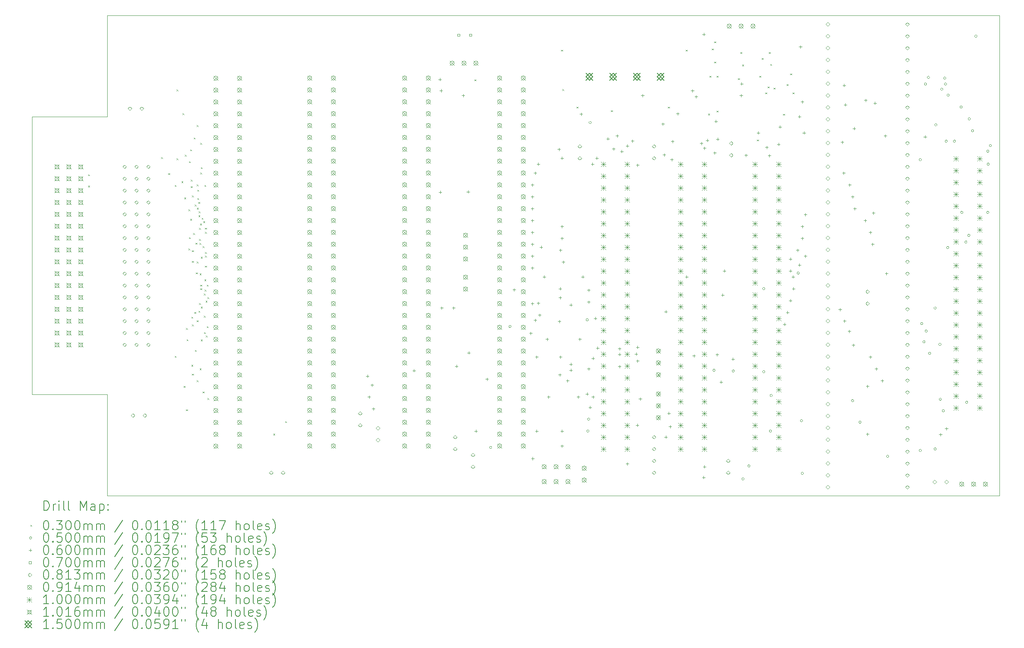
<source format=gbr>
%TF.GenerationSoftware,KiCad,Pcbnew,8.0.3*%
%TF.CreationDate,2024-06-16T17:33:43+02:00*%
%TF.ProjectId,csa_ultrabus_v2,6373615f-756c-4747-9261-6275735f7632,rev?*%
%TF.SameCoordinates,Original*%
%TF.FileFunction,Drillmap*%
%TF.FilePolarity,Positive*%
%FSLAX45Y45*%
G04 Gerber Fmt 4.5, Leading zero omitted, Abs format (unit mm)*
G04 Created by KiCad (PCBNEW 8.0.3) date 2024-06-16 17:33:43*
%MOMM*%
%LPD*%
G01*
G04 APERTURE LIST*
%ADD10C,0.050000*%
%ADD11C,0.200000*%
%ADD12C,0.100000*%
%ADD13C,0.101600*%
%ADD14C,0.150000*%
G04 APERTURE END LIST*
D10*
X5283200Y-15495761D02*
X24378920Y-15495761D01*
X5283200Y-5218819D02*
X5283200Y-7391400D01*
X3670300Y-7391400D02*
X5283200Y-7391400D01*
X24378920Y-5219700D02*
X5283200Y-5219700D01*
X5283200Y-13335000D02*
X5283200Y-15495761D01*
X24378920Y-15495761D02*
X24378920Y-5219700D01*
X3670300Y-13335000D02*
X5283200Y-13335000D01*
X3670300Y-7393940D02*
X3670300Y-13332460D01*
D11*
D12*
X4874500Y-8621000D02*
X4904500Y-8651000D01*
X4904500Y-8621000D02*
X4874500Y-8651000D01*
X4874500Y-8862300D02*
X4904500Y-8892300D01*
X4904500Y-8862300D02*
X4874500Y-8892300D01*
X6436600Y-8252700D02*
X6466600Y-8282700D01*
X6466600Y-8252700D02*
X6436600Y-8282700D01*
X6589000Y-8595600D02*
X6619000Y-8625600D01*
X6619000Y-8595600D02*
X6589000Y-8625600D01*
X6728700Y-8849600D02*
X6758700Y-8879600D01*
X6758700Y-8849600D02*
X6728700Y-8879600D01*
X6728700Y-12507200D02*
X6758700Y-12537200D01*
X6758700Y-12507200D02*
X6728700Y-12537200D01*
X6766800Y-6804900D02*
X6796800Y-6834900D01*
X6796800Y-6804900D02*
X6766800Y-6834900D01*
X6766800Y-8278100D02*
X6796800Y-8308100D01*
X6796800Y-8278100D02*
X6766800Y-8308100D01*
X6871120Y-8771187D02*
X6901120Y-8801187D01*
X6901120Y-8771187D02*
X6871120Y-8801187D01*
X6893800Y-7312900D02*
X6923800Y-7342900D01*
X6923800Y-7312900D02*
X6893800Y-7342900D01*
X6917700Y-13150062D02*
X6947700Y-13180062D01*
X6947700Y-13150062D02*
X6917700Y-13180062D01*
X6931900Y-9116300D02*
X6961900Y-9146300D01*
X6961900Y-9116300D02*
X6931900Y-9146300D01*
X6946100Y-8201900D02*
X6976100Y-8231900D01*
X6976100Y-8201900D02*
X6946100Y-8231900D01*
X6970000Y-11910300D02*
X7000000Y-11940300D01*
X7000000Y-11910300D02*
X6970000Y-11940300D01*
X6970000Y-13650200D02*
X7000000Y-13680200D01*
X7000000Y-13650200D02*
X6970000Y-13680200D01*
X6982700Y-12151600D02*
X7012700Y-12181600D01*
X7012700Y-12151600D02*
X6982700Y-12181600D01*
X7020800Y-9370300D02*
X7050800Y-9400300D01*
X7050800Y-9370300D02*
X7020800Y-9400300D01*
X7020800Y-10208500D02*
X7050800Y-10238500D01*
X7050800Y-10208500D02*
X7020800Y-10238500D01*
X7033500Y-8341600D02*
X7063500Y-8371600D01*
X7063500Y-8341600D02*
X7033500Y-8371600D01*
X7033500Y-9967200D02*
X7063500Y-9997200D01*
X7063500Y-9967200D02*
X7033500Y-9997200D01*
X7058900Y-8087600D02*
X7088900Y-8117600D01*
X7088900Y-8087600D02*
X7058900Y-8117600D01*
X7058900Y-9573500D02*
X7088900Y-9603500D01*
X7088900Y-9573500D02*
X7058900Y-9603500D01*
X7071600Y-8736800D02*
X7101600Y-8766800D01*
X7101600Y-8736800D02*
X7071600Y-8766800D01*
X7071600Y-8875000D02*
X7101600Y-8905000D01*
X7101600Y-8875000D02*
X7071600Y-8905000D01*
X7082940Y-12696726D02*
X7112940Y-12726726D01*
X7112940Y-12696726D02*
X7082940Y-12726726D01*
X7084300Y-11669000D02*
X7114300Y-11699000D01*
X7114300Y-11669000D02*
X7084300Y-11699000D01*
X7097000Y-10246600D02*
X7127000Y-10276600D01*
X7127000Y-10246600D02*
X7097000Y-10276600D01*
X7097000Y-10475200D02*
X7127000Y-10505200D01*
X7127000Y-10475200D02*
X7097000Y-10505200D01*
X7097000Y-11834100D02*
X7127000Y-11864100D01*
X7127000Y-11834100D02*
X7097000Y-11864100D01*
X7097000Y-12888200D02*
X7127000Y-12918200D01*
X7127000Y-12888200D02*
X7097000Y-12918200D01*
X7097140Y-9074917D02*
X7127140Y-9104917D01*
X7127140Y-9074917D02*
X7097140Y-9104917D01*
X7122400Y-9878300D02*
X7152400Y-9908300D01*
X7152400Y-9878300D02*
X7122400Y-9908300D01*
X7133600Y-7833600D02*
X7163600Y-7863600D01*
X7163600Y-7833600D02*
X7133600Y-7863600D01*
X7147800Y-11567400D02*
X7177800Y-11597400D01*
X7177800Y-11567400D02*
X7147800Y-11597400D01*
X7155655Y-9266865D02*
X7185655Y-9296865D01*
X7185655Y-9266865D02*
X7155655Y-9296865D01*
X7162000Y-12380200D02*
X7192000Y-12410200D01*
X7192000Y-12380200D02*
X7162000Y-12410200D01*
X7173200Y-10087440D02*
X7203200Y-10117440D01*
X7203200Y-10087440D02*
X7173200Y-10117440D01*
X7179638Y-10721284D02*
X7209638Y-10751284D01*
X7209638Y-10721284D02*
X7179638Y-10751284D01*
X7198600Y-7566900D02*
X7228600Y-7596900D01*
X7228600Y-7566900D02*
X7198600Y-7596900D01*
X7198600Y-8836900D02*
X7228600Y-8866900D01*
X7228600Y-8836900D02*
X7198600Y-8866900D01*
X7198600Y-10487900D02*
X7228600Y-10517900D01*
X7228600Y-10487900D02*
X7198600Y-10517900D01*
X7198600Y-11745200D02*
X7228600Y-11775200D01*
X7228600Y-11745200D02*
X7198600Y-11775200D01*
X7198600Y-13027900D02*
X7228600Y-13057900D01*
X7228600Y-13027900D02*
X7198600Y-13057900D01*
X7201384Y-9338516D02*
X7231384Y-9368516D01*
X7231384Y-9338516D02*
X7201384Y-9368516D01*
X7211300Y-8951200D02*
X7241300Y-8981200D01*
X7241300Y-8951200D02*
X7211300Y-8981200D01*
X7211300Y-9129000D02*
X7241300Y-9159000D01*
X7241300Y-9129000D02*
X7211300Y-9159000D01*
X7231862Y-9213062D02*
X7261862Y-9243062D01*
X7261862Y-9213062D02*
X7231862Y-9243062D01*
X7235483Y-9498926D02*
X7265483Y-9528926D01*
X7265483Y-9498926D02*
X7235483Y-9528926D01*
X7236700Y-11542000D02*
X7266700Y-11572000D01*
X7266700Y-11542000D02*
X7236700Y-11572000D01*
X7240339Y-9414064D02*
X7270339Y-9444064D01*
X7270339Y-9414064D02*
X7240339Y-9444064D01*
X7246901Y-9766536D02*
X7276901Y-9796536D01*
X7276901Y-9766536D02*
X7246901Y-9796536D01*
X7249400Y-10005300D02*
X7279400Y-10035300D01*
X7279400Y-10005300D02*
X7249400Y-10035300D01*
X7250945Y-11376361D02*
X7280945Y-11406361D01*
X7280945Y-11376361D02*
X7250945Y-11406361D01*
X7258161Y-10090010D02*
X7288161Y-10120010D01*
X7288161Y-10090010D02*
X7258161Y-10120010D01*
X7262100Y-10741900D02*
X7292100Y-10771900D01*
X7292100Y-10741900D02*
X7262100Y-10771900D01*
X7263600Y-12773900D02*
X7293600Y-12803900D01*
X7293600Y-12773900D02*
X7263600Y-12803900D01*
X7268942Y-9676737D02*
X7298942Y-9706737D01*
X7298942Y-9676737D02*
X7268942Y-9706737D01*
X7274800Y-7947900D02*
X7304800Y-7977900D01*
X7304800Y-7947900D02*
X7274800Y-7977900D01*
X7274800Y-8582900D02*
X7304800Y-8612900D01*
X7304800Y-8582900D02*
X7274800Y-8612900D01*
X7274800Y-10983200D02*
X7304800Y-11013200D01*
X7304800Y-10983200D02*
X7274800Y-11013200D01*
X7274800Y-11059400D02*
X7304800Y-11089400D01*
X7304800Y-11059400D02*
X7274800Y-11089400D01*
X7287500Y-8468600D02*
X7317500Y-8498600D01*
X7317500Y-8468600D02*
X7287500Y-8498600D01*
X7287500Y-10386300D02*
X7317500Y-10416300D01*
X7317500Y-10386300D02*
X7287500Y-10416300D01*
X7287500Y-11453100D02*
X7317500Y-11483100D01*
X7317500Y-11453100D02*
X7287500Y-11483100D01*
X7288900Y-12155480D02*
X7318900Y-12185480D01*
X7318900Y-12155480D02*
X7288900Y-12185480D01*
X7302343Y-9551412D02*
X7332343Y-9581412D01*
X7332343Y-9551412D02*
X7302343Y-9581412D01*
X7323161Y-10157700D02*
X7353161Y-10187700D01*
X7353161Y-10157700D02*
X7323161Y-10187700D01*
X7324100Y-13269200D02*
X7354100Y-13299200D01*
X7354100Y-13269200D02*
X7324100Y-13299200D01*
X7336205Y-9624769D02*
X7366205Y-9654769D01*
X7366205Y-9624769D02*
X7336205Y-9654769D01*
X7351000Y-11172200D02*
X7381000Y-11202200D01*
X7381000Y-11172200D02*
X7351000Y-11202200D01*
X7352500Y-11646820D02*
X7382500Y-11676820D01*
X7382500Y-11646820D02*
X7352500Y-11676820D01*
X7353900Y-11999200D02*
X7383900Y-12029200D01*
X7383900Y-11999200D02*
X7353900Y-12029200D01*
X7363700Y-8849600D02*
X7393700Y-8879600D01*
X7393700Y-8849600D02*
X7363700Y-8879600D01*
X7363700Y-10868900D02*
X7393700Y-10898900D01*
X7393700Y-10868900D02*
X7363700Y-10898900D01*
X7368057Y-11088929D02*
X7398057Y-11118929D01*
X7398057Y-11088929D02*
X7368057Y-11118929D01*
X7376400Y-9764000D02*
X7406400Y-9794000D01*
X7406400Y-9764000D02*
X7376400Y-9794000D01*
X7376400Y-9852900D02*
X7406400Y-9882900D01*
X7406400Y-9852900D02*
X7376400Y-9882900D01*
X7376400Y-10284700D02*
X7406400Y-10314700D01*
X7406400Y-10284700D02*
X7376400Y-10314700D01*
X7376400Y-10360900D02*
X7406400Y-10390900D01*
X7406400Y-10360900D02*
X7376400Y-10390900D01*
X7376400Y-10576800D02*
X7406400Y-10606800D01*
X7406400Y-10576800D02*
X7376400Y-10606800D01*
X7389100Y-11326100D02*
X7419100Y-11356100D01*
X7419100Y-11326100D02*
X7389100Y-11356100D01*
X7395110Y-12073542D02*
X7425110Y-12103542D01*
X7425110Y-12073542D02*
X7395110Y-12103542D01*
X7414500Y-10983200D02*
X7444500Y-11013200D01*
X7444500Y-10983200D02*
X7414500Y-11013200D01*
X7414500Y-11872200D02*
X7444500Y-11902200D01*
X7444500Y-11872200D02*
X7414500Y-11902200D01*
X7427200Y-11249900D02*
X7457200Y-11279900D01*
X7457200Y-11249900D02*
X7427200Y-11279900D01*
X7427200Y-13408900D02*
X7457200Y-13438900D01*
X7457200Y-13408900D02*
X7427200Y-13438900D01*
X8836900Y-14170900D02*
X8866900Y-14200900D01*
X8866900Y-14170900D02*
X8836900Y-14200900D01*
X9090900Y-13904200D02*
X9120900Y-13934200D01*
X9120900Y-13904200D02*
X9090900Y-13934200D01*
X13142200Y-6589000D02*
X13172200Y-6619000D01*
X13172200Y-6589000D02*
X13142200Y-6619000D01*
X14996400Y-5954000D02*
X15026400Y-5984000D01*
X15026400Y-5954000D02*
X14996400Y-5984000D01*
X15021800Y-6797761D02*
X15051800Y-6827761D01*
X15051800Y-6797761D02*
X15021800Y-6827761D01*
X15326600Y-7173200D02*
X15356600Y-7203200D01*
X15356600Y-7173200D02*
X15326600Y-7203200D01*
X16063200Y-7249400D02*
X16093200Y-7279400D01*
X16093200Y-7249400D02*
X16063200Y-7279400D01*
X17282400Y-7173200D02*
X17312400Y-7203200D01*
X17312400Y-7173200D02*
X17282400Y-7203200D01*
X17663400Y-5954000D02*
X17693400Y-5984000D01*
X17693400Y-5954000D02*
X17663400Y-5984000D01*
X18141536Y-7321136D02*
X18171536Y-7351136D01*
X18171536Y-7321136D02*
X18141536Y-7351136D01*
X18171400Y-6512800D02*
X18201400Y-6542800D01*
X18201400Y-6512800D02*
X18171400Y-6542800D01*
X18222200Y-5928600D02*
X18252200Y-5958600D01*
X18252200Y-5928600D02*
X18222200Y-5958600D01*
X18273000Y-5776200D02*
X18303000Y-5806200D01*
X18303000Y-5776200D02*
X18273000Y-5806200D01*
X18273000Y-6208000D02*
X18303000Y-6238000D01*
X18303000Y-6208000D02*
X18273000Y-6238000D01*
X18323800Y-6512800D02*
X18353800Y-6542800D01*
X18353800Y-6512800D02*
X18323800Y-6542800D01*
X18323800Y-7257934D02*
X18353800Y-7287934D01*
X18353800Y-7257934D02*
X18323800Y-7287934D01*
X18781000Y-6563600D02*
X18811000Y-6593600D01*
X18811000Y-6563600D02*
X18781000Y-6593600D01*
X18831800Y-6004800D02*
X18861800Y-6034800D01*
X18861800Y-6004800D02*
X18831800Y-6034800D01*
X18871021Y-6272300D02*
X18901021Y-6302300D01*
X18901021Y-6272300D02*
X18871021Y-6302300D01*
X19187400Y-7875201D02*
X19217400Y-7905201D01*
X19217400Y-7875201D02*
X19187400Y-7905201D01*
X19238200Y-6512800D02*
X19268200Y-6542800D01*
X19268200Y-6512800D02*
X19238200Y-6542800D01*
X19289000Y-6131800D02*
X19319000Y-6161800D01*
X19319000Y-6131800D02*
X19289000Y-6161800D01*
X19365200Y-6868400D02*
X19395200Y-6898400D01*
X19395200Y-6868400D02*
X19365200Y-6898400D01*
X19416000Y-6741400D02*
X19446000Y-6771400D01*
X19446000Y-6741400D02*
X19416000Y-6771400D01*
X19441400Y-6004800D02*
X19471400Y-6034800D01*
X19471400Y-6004800D02*
X19441400Y-6034800D01*
X19471240Y-6258800D02*
X19501240Y-6288800D01*
X19501240Y-6258800D02*
X19471240Y-6288800D01*
X19543000Y-6766800D02*
X19573000Y-6796800D01*
X19573000Y-6766800D02*
X19543000Y-6796800D01*
X19746200Y-7325600D02*
X19776200Y-7355600D01*
X19776200Y-7325600D02*
X19746200Y-7355600D01*
X19822400Y-6690600D02*
X19852400Y-6720600D01*
X19852400Y-6690600D02*
X19822400Y-6720600D01*
X19898600Y-6462000D02*
X19928600Y-6492000D01*
X19928600Y-6462000D02*
X19898600Y-6492000D01*
X19949400Y-6868400D02*
X19979400Y-6898400D01*
X19979400Y-6868400D02*
X19949400Y-6898400D01*
X13513785Y-14464511D02*
G75*
G02*
X13463785Y-14464511I-25000J0D01*
G01*
X13463785Y-14464511D02*
G75*
G02*
X13513785Y-14464511I25000J0D01*
G01*
X13926535Y-11876886D02*
G75*
G02*
X13876535Y-11876886I-25000J0D01*
G01*
X13876535Y-11876886D02*
G75*
G02*
X13926535Y-11876886I25000J0D01*
G01*
X15577535Y-11734011D02*
G75*
G02*
X15527535Y-11734011I-25000J0D01*
G01*
X15527535Y-11734011D02*
G75*
G02*
X15577535Y-11734011I25000J0D01*
G01*
X15593410Y-14115261D02*
G75*
G02*
X15543410Y-14115261I-25000J0D01*
G01*
X15543410Y-14115261D02*
G75*
G02*
X15593410Y-14115261I25000J0D01*
G01*
X15609285Y-13861261D02*
G75*
G02*
X15559285Y-13861261I-25000J0D01*
G01*
X15559285Y-13861261D02*
G75*
G02*
X15609285Y-13861261I25000J0D01*
G01*
X15641035Y-7511261D02*
G75*
G02*
X15591035Y-7511261I-25000J0D01*
G01*
X15591035Y-7511261D02*
G75*
G02*
X15641035Y-7511261I25000J0D01*
G01*
X18292160Y-12813511D02*
G75*
G02*
X18242160Y-12813511I-25000J0D01*
G01*
X18242160Y-12813511D02*
G75*
G02*
X18292160Y-12813511I25000J0D01*
G01*
X18704910Y-12829386D02*
G75*
G02*
X18654910Y-12829386I-25000J0D01*
G01*
X18654910Y-12829386D02*
G75*
G02*
X18704910Y-12829386I25000J0D01*
G01*
X18911285Y-15139199D02*
G75*
G02*
X18861285Y-15139199I-25000J0D01*
G01*
X18861285Y-15139199D02*
G75*
G02*
X18911285Y-15139199I25000J0D01*
G01*
X19038285Y-14861386D02*
G75*
G02*
X18988285Y-14861386I-25000J0D01*
G01*
X18988285Y-14861386D02*
G75*
G02*
X19038285Y-14861386I25000J0D01*
G01*
X19355785Y-11067261D02*
G75*
G02*
X19305785Y-11067261I-25000J0D01*
G01*
X19305785Y-11067261D02*
G75*
G02*
X19355785Y-11067261I25000J0D01*
G01*
X19355785Y-12845261D02*
G75*
G02*
X19305785Y-12845261I-25000J0D01*
G01*
X19305785Y-12845261D02*
G75*
G02*
X19355785Y-12845261I25000J0D01*
G01*
X19498660Y-14115261D02*
G75*
G02*
X19448660Y-14115261I-25000J0D01*
G01*
X19448660Y-14115261D02*
G75*
G02*
X19498660Y-14115261I25000J0D01*
G01*
X19514535Y-13353261D02*
G75*
G02*
X19464535Y-13353261I-25000J0D01*
G01*
X19464535Y-13353261D02*
G75*
G02*
X19514535Y-13353261I25000J0D01*
G01*
X20093973Y-10733886D02*
G75*
G02*
X20043973Y-10733886I-25000J0D01*
G01*
X20043973Y-10733886D02*
G75*
G02*
X20093973Y-10733886I25000J0D01*
G01*
X20165410Y-13893011D02*
G75*
G02*
X20115410Y-13893011I-25000J0D01*
G01*
X20115410Y-13893011D02*
G75*
G02*
X20165410Y-13893011I25000J0D01*
G01*
X20181285Y-15020136D02*
G75*
G02*
X20131285Y-15020136I-25000J0D01*
G01*
X20131285Y-15020136D02*
G75*
G02*
X20181285Y-15020136I25000J0D01*
G01*
X21257813Y-13464386D02*
G75*
G02*
X21207813Y-13464386I-25000J0D01*
G01*
X21207813Y-13464386D02*
G75*
G02*
X21257813Y-13464386I25000J0D01*
G01*
X21416563Y-13924761D02*
G75*
G02*
X21366563Y-13924761I-25000J0D01*
G01*
X21366563Y-13924761D02*
G75*
G02*
X21416563Y-13924761I25000J0D01*
G01*
X22005728Y-14655800D02*
G75*
G02*
X21955728Y-14655800I-25000J0D01*
G01*
X21955728Y-14655800D02*
G75*
G02*
X22005728Y-14655800I25000J0D01*
G01*
X22705612Y-8307387D02*
G75*
G02*
X22655612Y-8307387I-25000J0D01*
G01*
X22655612Y-8307387D02*
G75*
G02*
X22705612Y-8307387I25000J0D01*
G01*
X22705612Y-14530387D02*
G75*
G02*
X22655612Y-14530387I-25000J0D01*
G01*
X22655612Y-14530387D02*
G75*
G02*
X22705612Y-14530387I25000J0D01*
G01*
X22737362Y-11815762D02*
G75*
G02*
X22687362Y-11815762I-25000J0D01*
G01*
X22687362Y-11815762D02*
G75*
G02*
X22737362Y-11815762I25000J0D01*
G01*
X22784987Y-12204700D02*
G75*
G02*
X22734987Y-12204700I-25000J0D01*
G01*
X22734987Y-12204700D02*
G75*
G02*
X22784987Y-12204700I25000J0D01*
G01*
X22816737Y-6688137D02*
G75*
G02*
X22766737Y-6688137I-25000J0D01*
G01*
X22766737Y-6688137D02*
G75*
G02*
X22816737Y-6688137I25000J0D01*
G01*
X22832612Y-11974512D02*
G75*
G02*
X22782612Y-11974512I-25000J0D01*
G01*
X22782612Y-11974512D02*
G75*
G02*
X22832612Y-11974512I25000J0D01*
G01*
X22880237Y-6545262D02*
G75*
G02*
X22830237Y-6545262I-25000J0D01*
G01*
X22830237Y-6545262D02*
G75*
G02*
X22880237Y-6545262I25000J0D01*
G01*
X22904050Y-12450762D02*
G75*
G02*
X22854050Y-12450762I-25000J0D01*
G01*
X22854050Y-12450762D02*
G75*
G02*
X22904050Y-12450762I25000J0D01*
G01*
X23023112Y-11482387D02*
G75*
G02*
X22973112Y-11482387I-25000J0D01*
G01*
X22973112Y-11482387D02*
G75*
G02*
X23023112Y-11482387I25000J0D01*
G01*
X23023112Y-14498637D02*
G75*
G02*
X22973112Y-14498637I-25000J0D01*
G01*
X22973112Y-14498637D02*
G75*
G02*
X23023112Y-14498637I25000J0D01*
G01*
X23038987Y-7561262D02*
G75*
G02*
X22988987Y-7561262I-25000J0D01*
G01*
X22988987Y-7561262D02*
G75*
G02*
X23038987Y-7561262I25000J0D01*
G01*
X23126300Y-12260262D02*
G75*
G02*
X23076300Y-12260262I-25000J0D01*
G01*
X23076300Y-12260262D02*
G75*
G02*
X23126300Y-12260262I25000J0D01*
G01*
X23134237Y-13435012D02*
G75*
G02*
X23084237Y-13435012I-25000J0D01*
G01*
X23084237Y-13435012D02*
G75*
G02*
X23134237Y-13435012I25000J0D01*
G01*
X23165987Y-6799262D02*
G75*
G02*
X23115987Y-6799262I-25000J0D01*
G01*
X23115987Y-6799262D02*
G75*
G02*
X23165987Y-6799262I25000J0D01*
G01*
X23197737Y-13681075D02*
G75*
G02*
X23147737Y-13681075I-25000J0D01*
G01*
X23147737Y-13681075D02*
G75*
G02*
X23197737Y-13681075I25000J0D01*
G01*
X23229487Y-6561137D02*
G75*
G02*
X23179487Y-6561137I-25000J0D01*
G01*
X23179487Y-6561137D02*
G75*
G02*
X23229487Y-6561137I25000J0D01*
G01*
X23245362Y-6688137D02*
G75*
G02*
X23195362Y-6688137I-25000J0D01*
G01*
X23195362Y-6688137D02*
G75*
G02*
X23245362Y-6688137I25000J0D01*
G01*
X23261237Y-7910512D02*
G75*
G02*
X23211237Y-7910512I-25000J0D01*
G01*
X23211237Y-7910512D02*
G75*
G02*
X23261237Y-7910512I25000J0D01*
G01*
X23292987Y-10188575D02*
G75*
G02*
X23242987Y-10188575I-25000J0D01*
G01*
X23242987Y-10188575D02*
G75*
G02*
X23292987Y-10188575I25000J0D01*
G01*
X23300925Y-6926262D02*
G75*
G02*
X23250925Y-6926262I-25000J0D01*
G01*
X23250925Y-6926262D02*
G75*
G02*
X23300925Y-6926262I25000J0D01*
G01*
X23435862Y-7910512D02*
G75*
G02*
X23385862Y-7910512I-25000J0D01*
G01*
X23385862Y-7910512D02*
G75*
G02*
X23435862Y-7910512I25000J0D01*
G01*
X23578737Y-7180262D02*
G75*
G02*
X23528737Y-7180262I-25000J0D01*
G01*
X23528737Y-7180262D02*
G75*
G02*
X23578737Y-7180262I25000J0D01*
G01*
X23594612Y-9434513D02*
G75*
G02*
X23544612Y-9434513I-25000J0D01*
G01*
X23544612Y-9434513D02*
G75*
G02*
X23594612Y-9434513I25000J0D01*
G01*
X23681925Y-10069513D02*
G75*
G02*
X23631925Y-10069513I-25000J0D01*
G01*
X23631925Y-10069513D02*
G75*
G02*
X23681925Y-10069513I25000J0D01*
G01*
X23697800Y-13498512D02*
G75*
G02*
X23647800Y-13498512I-25000J0D01*
G01*
X23647800Y-13498512D02*
G75*
G02*
X23697800Y-13498512I25000J0D01*
G01*
X23745425Y-9926638D02*
G75*
G02*
X23695425Y-9926638I-25000J0D01*
G01*
X23695425Y-9926638D02*
G75*
G02*
X23745425Y-9926638I25000J0D01*
G01*
X23753362Y-7434262D02*
G75*
G02*
X23703362Y-7434262I-25000J0D01*
G01*
X23703362Y-7434262D02*
G75*
G02*
X23753362Y-7434262I25000J0D01*
G01*
X23824800Y-7688262D02*
G75*
G02*
X23774800Y-7688262I-25000J0D01*
G01*
X23774800Y-7688262D02*
G75*
G02*
X23824800Y-7688262I25000J0D01*
G01*
X23896237Y-5664200D02*
G75*
G02*
X23846237Y-5664200I-25000J0D01*
G01*
X23846237Y-5664200D02*
G75*
G02*
X23896237Y-5664200I25000J0D01*
G01*
X24150237Y-8124825D02*
G75*
G02*
X24100237Y-8124825I-25000J0D01*
G01*
X24100237Y-8124825D02*
G75*
G02*
X24150237Y-8124825I25000J0D01*
G01*
X24150237Y-9434513D02*
G75*
G02*
X24100237Y-9434513I-25000J0D01*
G01*
X24100237Y-9434513D02*
G75*
G02*
X24150237Y-9434513I25000J0D01*
G01*
X24158175Y-8402638D02*
G75*
G02*
X24108175Y-8402638I-25000J0D01*
G01*
X24108175Y-8402638D02*
G75*
G02*
X24158175Y-8402638I25000J0D01*
G01*
X24205800Y-8005762D02*
G75*
G02*
X24155800Y-8005762I-25000J0D01*
G01*
X24155800Y-8005762D02*
G75*
G02*
X24205800Y-8005762I25000J0D01*
G01*
X10853535Y-12910511D02*
X10853535Y-12970511D01*
X10823535Y-12940511D02*
X10883535Y-12940511D01*
X10885285Y-13355011D02*
X10885285Y-13415011D01*
X10855285Y-13385011D02*
X10915285Y-13385011D01*
X10948785Y-13101011D02*
X10948785Y-13161011D01*
X10918785Y-13131011D02*
X10978785Y-13131011D01*
X10980535Y-13609011D02*
X10980535Y-13669011D01*
X10950535Y-13639011D02*
X11010535Y-13639011D01*
X11845722Y-12791449D02*
X11845722Y-12851449D01*
X11815722Y-12821449D02*
X11875722Y-12821449D01*
X12401347Y-6560511D02*
X12401347Y-6620511D01*
X12371347Y-6590511D02*
X12431347Y-6590511D01*
X12409285Y-8973511D02*
X12409285Y-9033511D01*
X12379285Y-9003511D02*
X12439285Y-9003511D01*
X12425160Y-6798636D02*
X12425160Y-6858636D01*
X12395160Y-6828636D02*
X12455160Y-6828636D01*
X12441035Y-11450011D02*
X12441035Y-11510011D01*
X12411035Y-11480011D02*
X12471035Y-11480011D01*
X12695035Y-11450011D02*
X12695035Y-11510011D01*
X12665035Y-11480011D02*
X12725035Y-11480011D01*
X12758535Y-12696199D02*
X12758535Y-12756199D01*
X12728535Y-12726199D02*
X12788535Y-12726199D01*
X12901410Y-6901824D02*
X12901410Y-6961824D01*
X12871410Y-6931824D02*
X12931410Y-6931824D01*
X13004597Y-8965574D02*
X13004597Y-9025574D01*
X12974597Y-8995574D02*
X13034597Y-8995574D01*
X13020472Y-12410449D02*
X13020472Y-12470449D01*
X12990472Y-12440449D02*
X13050472Y-12440449D01*
X13171285Y-14085261D02*
X13171285Y-14145261D01*
X13141285Y-14115261D02*
X13201285Y-14115261D01*
X13409410Y-12974011D02*
X13409410Y-13034011D01*
X13379410Y-13004011D02*
X13439410Y-13004011D01*
X13988847Y-11061074D02*
X13988847Y-11121074D01*
X13958847Y-11091074D02*
X14018847Y-11091074D01*
X14346035Y-11989761D02*
X14346035Y-12049761D01*
X14316035Y-12019761D02*
X14376035Y-12019761D01*
X14377785Y-8814761D02*
X14377785Y-8874761D01*
X14347785Y-8844761D02*
X14407785Y-8844761D01*
X14377785Y-9068761D02*
X14377785Y-9128761D01*
X14347785Y-9098761D02*
X14407785Y-9098761D01*
X14377785Y-9322761D02*
X14377785Y-9382761D01*
X14347785Y-9352761D02*
X14407785Y-9352761D01*
X14377785Y-9576761D02*
X14377785Y-9636761D01*
X14347785Y-9606761D02*
X14407785Y-9606761D01*
X14377785Y-9830761D02*
X14377785Y-9890761D01*
X14347785Y-9860761D02*
X14407785Y-9860761D01*
X14377785Y-10084761D02*
X14377785Y-10144761D01*
X14347785Y-10114761D02*
X14407785Y-10114761D01*
X14377785Y-10338761D02*
X14377785Y-10398761D01*
X14347785Y-10368761D02*
X14407785Y-10368761D01*
X14377785Y-10592761D02*
X14377785Y-10652761D01*
X14347785Y-10622761D02*
X14407785Y-10622761D01*
X14377785Y-11354761D02*
X14377785Y-11414761D01*
X14347785Y-11384761D02*
X14407785Y-11384761D01*
X14385722Y-14672636D02*
X14385722Y-14732636D01*
X14355722Y-14702636D02*
X14415722Y-14702636D01*
X14441285Y-8560761D02*
X14441285Y-8620761D01*
X14411285Y-8590761D02*
X14471285Y-8590761D01*
X14441285Y-11711949D02*
X14441285Y-11771949D01*
X14411285Y-11741949D02*
X14471285Y-11741949D01*
X14473035Y-12497761D02*
X14473035Y-12557761D01*
X14443035Y-12527761D02*
X14503035Y-12527761D01*
X14473035Y-14085261D02*
X14473035Y-14145261D01*
X14443035Y-14115261D02*
X14503035Y-14115261D01*
X14504785Y-8370261D02*
X14504785Y-8430261D01*
X14474785Y-8400261D02*
X14534785Y-8400261D01*
X14504785Y-11346824D02*
X14504785Y-11406824D01*
X14474785Y-11376824D02*
X14534785Y-11376824D01*
X14536535Y-11600824D02*
X14536535Y-11660824D01*
X14506535Y-11630824D02*
X14566535Y-11630824D01*
X14568285Y-10148261D02*
X14568285Y-10208261D01*
X14538285Y-10178261D02*
X14598285Y-10178261D01*
X14631785Y-10783261D02*
X14631785Y-10843261D01*
X14601785Y-10813261D02*
X14661785Y-10813261D01*
X14695285Y-12116761D02*
X14695285Y-12176761D01*
X14665285Y-12146761D02*
X14725285Y-12146761D01*
X14727035Y-13355011D02*
X14727035Y-13415011D01*
X14697035Y-13385011D02*
X14757035Y-13385011D01*
X14949285Y-8052761D02*
X14949285Y-8112761D01*
X14919285Y-8082761D02*
X14979285Y-8082761D01*
X14957222Y-11735761D02*
X14957222Y-11795761D01*
X14927222Y-11765761D02*
X14987222Y-11765761D01*
X14965160Y-12878761D02*
X14965160Y-12938761D01*
X14935160Y-12908761D02*
X14995160Y-12908761D01*
X14973097Y-11037261D02*
X14973097Y-11097261D01*
X14943097Y-11067261D02*
X15003097Y-11067261D01*
X14973097Y-11227761D02*
X14973097Y-11287761D01*
X14943097Y-11257761D02*
X15003097Y-11257761D01*
X14981035Y-10211761D02*
X14981035Y-10271761D01*
X14951035Y-10241761D02*
X15011035Y-10241761D01*
X14981035Y-12497761D02*
X14981035Y-12557761D01*
X14951035Y-12527761D02*
X15011035Y-12527761D01*
X15012785Y-8243261D02*
X15012785Y-8303261D01*
X14982785Y-8273261D02*
X15042785Y-8273261D01*
X15012785Y-9703761D02*
X15012785Y-9763761D01*
X14982785Y-9733761D02*
X15042785Y-9733761D01*
X15012785Y-9957761D02*
X15012785Y-10017761D01*
X14982785Y-9987761D02*
X15042785Y-9987761D01*
X15012785Y-14085261D02*
X15012785Y-14145261D01*
X14982785Y-14115261D02*
X15042785Y-14115261D01*
X15012785Y-14402761D02*
X15012785Y-14462761D01*
X14982785Y-14432761D02*
X15042785Y-14432761D01*
X15044535Y-10465761D02*
X15044535Y-10525761D01*
X15014535Y-10495761D02*
X15074535Y-10495761D01*
X15131847Y-13005761D02*
X15131847Y-13065761D01*
X15101847Y-13035761D02*
X15161847Y-13035761D01*
X15203285Y-11386511D02*
X15203285Y-11446511D01*
X15173285Y-11416511D02*
X15233285Y-11416511D01*
X15203285Y-12656511D02*
X15203285Y-12716511D01*
X15173285Y-12686511D02*
X15233285Y-12686511D01*
X15203285Y-12783511D02*
X15203285Y-12843511D01*
X15173285Y-12813511D02*
X15233285Y-12813511D01*
X15362035Y-13355011D02*
X15362035Y-13415011D01*
X15332035Y-13385011D02*
X15392035Y-13385011D01*
X15393785Y-12116761D02*
X15393785Y-12176761D01*
X15363785Y-12146761D02*
X15423785Y-12146761D01*
X15425535Y-7298699D02*
X15425535Y-7358699D01*
X15395535Y-7328699D02*
X15455535Y-7328699D01*
X15457285Y-10783261D02*
X15457285Y-10843261D01*
X15427285Y-10813261D02*
X15487285Y-10813261D01*
X15552535Y-13291511D02*
X15552535Y-13351511D01*
X15522535Y-13321511D02*
X15582535Y-13321511D01*
X15584285Y-11069011D02*
X15584285Y-11129011D01*
X15554285Y-11099011D02*
X15614285Y-11099011D01*
X15584285Y-11323011D02*
X15584285Y-11383011D01*
X15554285Y-11353011D02*
X15614285Y-11353011D01*
X15584285Y-12751761D02*
X15584285Y-12811761D01*
X15554285Y-12781761D02*
X15614285Y-12781761D01*
X15616035Y-13577261D02*
X15616035Y-13637261D01*
X15586035Y-13607261D02*
X15646035Y-13607261D01*
X15663660Y-8370261D02*
X15663660Y-8430261D01*
X15633660Y-8400261D02*
X15693660Y-8400261D01*
X15679535Y-12529511D02*
X15679535Y-12589511D01*
X15649535Y-12559511D02*
X15709535Y-12559511D01*
X15679535Y-13355011D02*
X15679535Y-13415011D01*
X15649535Y-13385011D02*
X15709535Y-13385011D01*
X15727160Y-11672261D02*
X15727160Y-11732261D01*
X15697160Y-11702261D02*
X15757160Y-11702261D01*
X15758910Y-8243261D02*
X15758910Y-8303261D01*
X15728910Y-8273261D02*
X15788910Y-8273261D01*
X15774785Y-12307261D02*
X15774785Y-12367261D01*
X15744785Y-12337261D02*
X15804785Y-12337261D01*
X15997035Y-7830511D02*
X15997035Y-7890511D01*
X15967035Y-7860511D02*
X16027035Y-7860511D01*
X16116097Y-8044824D02*
X16116097Y-8104824D01*
X16086097Y-8074824D02*
X16146097Y-8074824D01*
X16195472Y-7767011D02*
X16195472Y-7827011D01*
X16165472Y-7797011D02*
X16225472Y-7797011D01*
X16243097Y-12323136D02*
X16243097Y-12383136D01*
X16213097Y-12353136D02*
X16273097Y-12353136D01*
X16243097Y-12442199D02*
X16243097Y-12502199D01*
X16213097Y-12472199D02*
X16273097Y-12472199D01*
X16243097Y-12704136D02*
X16243097Y-12764136D01*
X16213097Y-12734136D02*
X16273097Y-12734136D01*
X16290722Y-8100386D02*
X16290722Y-8160386D01*
X16260722Y-8130386D02*
X16320722Y-8130386D01*
X16409785Y-7981324D02*
X16409785Y-8041324D01*
X16379785Y-8011324D02*
X16439785Y-8011324D01*
X16409785Y-14783761D02*
X16409785Y-14843761D01*
X16379785Y-14813761D02*
X16439785Y-14813761D01*
X16520910Y-7878136D02*
X16520910Y-7938136D01*
X16490910Y-7908136D02*
X16550910Y-7908136D01*
X16600285Y-12434261D02*
X16600285Y-12494261D01*
X16570285Y-12464261D02*
X16630285Y-12464261D01*
X16624097Y-13958261D02*
X16624097Y-14018261D01*
X16594097Y-13988261D02*
X16654097Y-13988261D01*
X16632035Y-8394074D02*
X16632035Y-8454074D01*
X16602035Y-8424074D02*
X16662035Y-8424074D01*
X16632035Y-12291386D02*
X16632035Y-12351386D01*
X16602035Y-12321386D02*
X16662035Y-12321386D01*
X16632035Y-12585074D02*
X16632035Y-12645074D01*
X16602035Y-12615074D02*
X16662035Y-12615074D01*
X16687597Y-13394699D02*
X16687597Y-13454699D01*
X16657597Y-13424699D02*
X16717597Y-13424699D01*
X16738600Y-6904200D02*
X16738600Y-6964200D01*
X16708600Y-6934200D02*
X16768600Y-6934200D01*
X17171785Y-7513011D02*
X17171785Y-7573011D01*
X17141785Y-7543011D02*
X17201785Y-7543011D01*
X17203535Y-8171824D02*
X17203535Y-8231824D01*
X17173535Y-8201824D02*
X17233535Y-8201824D01*
X17235285Y-11529386D02*
X17235285Y-11589386D01*
X17205285Y-11559386D02*
X17265285Y-11559386D01*
X17235285Y-14212261D02*
X17235285Y-14272261D01*
X17205285Y-14242261D02*
X17265285Y-14242261D01*
X17298785Y-13704261D02*
X17298785Y-13764261D01*
X17268785Y-13734261D02*
X17328785Y-13734261D01*
X17330535Y-13990011D02*
X17330535Y-14050011D01*
X17300535Y-14020011D02*
X17360535Y-14020011D01*
X17362285Y-8275011D02*
X17362285Y-8335011D01*
X17332285Y-8305011D02*
X17392285Y-8305011D01*
X17378160Y-7886074D02*
X17378160Y-7946074D01*
X17348160Y-7916074D02*
X17408160Y-7916074D01*
X17489285Y-7290761D02*
X17489285Y-7350761D01*
X17459285Y-7320761D02*
X17519285Y-7320761D01*
X17679785Y-10783261D02*
X17679785Y-10843261D01*
X17649785Y-10813261D02*
X17709785Y-10813261D01*
X17805400Y-6802600D02*
X17805400Y-6862600D01*
X17775400Y-6832600D02*
X17835400Y-6832600D01*
X17838535Y-12473949D02*
X17838535Y-12533949D01*
X17808535Y-12503949D02*
X17868535Y-12503949D01*
X17883340Y-6929600D02*
X17883340Y-6989600D01*
X17853340Y-6959600D02*
X17913340Y-6959600D01*
X17997285Y-7925761D02*
X17997285Y-7985761D01*
X17967285Y-7955761D02*
X18027285Y-7955761D01*
X18044910Y-15077449D02*
X18044910Y-15137449D01*
X18014910Y-15107449D02*
X18074910Y-15107449D01*
X18049240Y-5593560D02*
X18049240Y-5653560D01*
X18019240Y-5623560D02*
X18079240Y-5623560D01*
X18060785Y-8028949D02*
X18060785Y-8088949D01*
X18030785Y-8058949D02*
X18090785Y-8058949D01*
X18060785Y-14847261D02*
X18060785Y-14907261D01*
X18030785Y-14877261D02*
X18090785Y-14877261D01*
X18124285Y-7862261D02*
X18124285Y-7922261D01*
X18094285Y-7892261D02*
X18154285Y-7892261D01*
X18283035Y-8132136D02*
X18283035Y-8192136D01*
X18253035Y-8162136D02*
X18313035Y-8162136D01*
X18306848Y-7457449D02*
X18306848Y-7517449D01*
X18276848Y-7487449D02*
X18336848Y-7487449D01*
X18330660Y-12450136D02*
X18330660Y-12510136D01*
X18300660Y-12480136D02*
X18360660Y-12480136D01*
X18346535Y-7838449D02*
X18346535Y-7898449D01*
X18316535Y-7868449D02*
X18376535Y-7868449D01*
X18417973Y-13037511D02*
X18417973Y-13097511D01*
X18387973Y-13067511D02*
X18447973Y-13067511D01*
X18449723Y-11172199D02*
X18449723Y-11232199D01*
X18419723Y-11202199D02*
X18479723Y-11202199D01*
X18489410Y-10656261D02*
X18489410Y-10716261D01*
X18459410Y-10686261D02*
X18519410Y-10686261D01*
X18671973Y-12545386D02*
X18671973Y-12605386D01*
X18641973Y-12575386D02*
X18701973Y-12575386D01*
X18846800Y-6904200D02*
X18846800Y-6964200D01*
X18816800Y-6934200D02*
X18876800Y-6934200D01*
X18858056Y-6651160D02*
X18858056Y-6711160D01*
X18828056Y-6681160D02*
X18888056Y-6681160D01*
X18949785Y-8179761D02*
X18949785Y-8239761D01*
X18919785Y-8209761D02*
X18979785Y-8209761D01*
X19211723Y-7703511D02*
X19211723Y-7763511D01*
X19181723Y-7733511D02*
X19241723Y-7733511D01*
X19394285Y-8013074D02*
X19394285Y-8073074D01*
X19364285Y-8043074D02*
X19424285Y-8043074D01*
X19449848Y-8187699D02*
X19449848Y-8247699D01*
X19419848Y-8217699D02*
X19479848Y-8217699D01*
X19648285Y-7949574D02*
X19648285Y-8009574D01*
X19618285Y-7979574D02*
X19678285Y-7979574D01*
X19680035Y-7576511D02*
X19680035Y-7636511D01*
X19650035Y-7606511D02*
X19710035Y-7606511D01*
X19775285Y-11799261D02*
X19775285Y-11859261D01*
X19745285Y-11829261D02*
X19805285Y-11829261D01*
X19838785Y-11545261D02*
X19838785Y-11605261D01*
X19808785Y-11575261D02*
X19868785Y-11575261D01*
X19902285Y-10402261D02*
X19902285Y-10462261D01*
X19872285Y-10432261D02*
X19932285Y-10432261D01*
X19902285Y-10656261D02*
X19902285Y-10716261D01*
X19872285Y-10686261D02*
X19932285Y-10686261D01*
X19902285Y-11291261D02*
X19902285Y-11351261D01*
X19872285Y-11321261D02*
X19932285Y-11321261D01*
X19957848Y-10783261D02*
X19957848Y-10843261D01*
X19927848Y-10813261D02*
X19987848Y-10813261D01*
X19965785Y-11037261D02*
X19965785Y-11097261D01*
X19935785Y-11067261D02*
X19995785Y-11067261D01*
X20053098Y-10211761D02*
X20053098Y-10271761D01*
X20023098Y-10241761D02*
X20083098Y-10241761D01*
X20092785Y-7354261D02*
X20092785Y-7414261D01*
X20062785Y-7384261D02*
X20122785Y-7384261D01*
X20092785Y-10529261D02*
X20092785Y-10589261D01*
X20062785Y-10559261D02*
X20122785Y-10559261D01*
X20116800Y-5862800D02*
X20116800Y-5922800D01*
X20086800Y-5892800D02*
X20146800Y-5892800D01*
X20156285Y-7036761D02*
X20156285Y-7096761D01*
X20126285Y-7066761D02*
X20186285Y-7066761D01*
X20156285Y-9703761D02*
X20156285Y-9763761D01*
X20126285Y-9733761D02*
X20186285Y-9733761D01*
X20156285Y-9957761D02*
X20156285Y-10017761D01*
X20126285Y-9987761D02*
X20186285Y-9987761D01*
X20193000Y-7703511D02*
X20193000Y-7763511D01*
X20163000Y-7733511D02*
X20223000Y-7733511D01*
X20219785Y-9449761D02*
X20219785Y-9509761D01*
X20189785Y-9479761D02*
X20249785Y-9479761D01*
X20219785Y-10338761D02*
X20219785Y-10398761D01*
X20189785Y-10368761D02*
X20249785Y-10368761D01*
X20962938Y-11481761D02*
X20962938Y-11541761D01*
X20932938Y-11511761D02*
X20992938Y-11511761D01*
X21010563Y-7901949D02*
X21010563Y-7961949D01*
X20980563Y-7931949D02*
X21040563Y-7931949D01*
X21042313Y-8560761D02*
X21042313Y-8620761D01*
X21012313Y-8590761D02*
X21072313Y-8590761D01*
X21050250Y-6687511D02*
X21050250Y-6747511D01*
X21020250Y-6717511D02*
X21080250Y-6717511D01*
X21058188Y-11727824D02*
X21058188Y-11787824D01*
X21028188Y-11757824D02*
X21088188Y-11757824D01*
X21074063Y-7100261D02*
X21074063Y-7160261D01*
X21044063Y-7130261D02*
X21104063Y-7130261D01*
X21161375Y-11950074D02*
X21161375Y-12010074D01*
X21131375Y-11980074D02*
X21191375Y-11980074D01*
X21169313Y-8814761D02*
X21169313Y-8874761D01*
X21139313Y-8844761D02*
X21199313Y-8844761D01*
X21232813Y-9068761D02*
X21232813Y-9128761D01*
X21202813Y-9098761D02*
X21262813Y-9098761D01*
X21248688Y-12243761D02*
X21248688Y-12303761D01*
X21218688Y-12273761D02*
X21278688Y-12273761D01*
X21264563Y-7608261D02*
X21264563Y-7668261D01*
X21234563Y-7638261D02*
X21294563Y-7638261D01*
X21280438Y-9322761D02*
X21280438Y-9382761D01*
X21250438Y-9352761D02*
X21310438Y-9352761D01*
X21502688Y-9576761D02*
X21502688Y-9636761D01*
X21472688Y-9606761D02*
X21532688Y-9606761D01*
X21510625Y-7005011D02*
X21510625Y-7065011D01*
X21480625Y-7035011D02*
X21540625Y-7035011D01*
X21550313Y-13124824D02*
X21550313Y-13184824D01*
X21520313Y-13154824D02*
X21580313Y-13154824D01*
X21550313Y-14148761D02*
X21550313Y-14208761D01*
X21520313Y-14178761D02*
X21580313Y-14178761D01*
X21613813Y-9830761D02*
X21613813Y-9890761D01*
X21583813Y-9860761D02*
X21643813Y-9860761D01*
X21613813Y-12497761D02*
X21613813Y-12557761D01*
X21583813Y-12527761D02*
X21643813Y-12527761D01*
X21661438Y-10084761D02*
X21661438Y-10144761D01*
X21631438Y-10114761D02*
X21691438Y-10114761D01*
X21677313Y-9418011D02*
X21677313Y-9478011D01*
X21647313Y-9448011D02*
X21707313Y-9448011D01*
X21709063Y-7068511D02*
X21709063Y-7128511D01*
X21679063Y-7098511D02*
X21739063Y-7098511D01*
X21740813Y-12751761D02*
X21740813Y-12811761D01*
X21710813Y-12781761D02*
X21770813Y-12781761D01*
X21867813Y-13005761D02*
X21867813Y-13065761D01*
X21837813Y-13035761D02*
X21897813Y-13035761D01*
X21931313Y-7767011D02*
X21931313Y-7827011D01*
X21901313Y-7797011D02*
X21961313Y-7797011D01*
X21955125Y-10711824D02*
X21955125Y-10771824D01*
X21925125Y-10741824D02*
X21985125Y-10741824D01*
X22783800Y-7785262D02*
X22783800Y-7845262D01*
X22753800Y-7815262D02*
X22813800Y-7815262D01*
X23114000Y-14158440D02*
X23114000Y-14218440D01*
X23084000Y-14188440D02*
X23144000Y-14188440D01*
X23241000Y-14031440D02*
X23241000Y-14091440D01*
X23211000Y-14061440D02*
X23271000Y-14061440D01*
X12826349Y-5663549D02*
X12826349Y-5614051D01*
X12776851Y-5614051D01*
X12776851Y-5663549D01*
X12826349Y-5663549D01*
X13080349Y-5663549D02*
X13080349Y-5614051D01*
X13030851Y-5614051D01*
X13030851Y-5663549D01*
X13080349Y-5663549D01*
X5651500Y-8498840D02*
X5692140Y-8458200D01*
X5651500Y-8417560D01*
X5610860Y-8458200D01*
X5651500Y-8498840D01*
X5651500Y-8752840D02*
X5692140Y-8712200D01*
X5651500Y-8671560D01*
X5610860Y-8712200D01*
X5651500Y-8752840D01*
X5651500Y-9006840D02*
X5692140Y-8966200D01*
X5651500Y-8925560D01*
X5610860Y-8966200D01*
X5651500Y-9006840D01*
X5651500Y-9260840D02*
X5692140Y-9220200D01*
X5651500Y-9179560D01*
X5610860Y-9220200D01*
X5651500Y-9260840D01*
X5651500Y-9514840D02*
X5692140Y-9474200D01*
X5651500Y-9433560D01*
X5610860Y-9474200D01*
X5651500Y-9514840D01*
X5651500Y-9768840D02*
X5692140Y-9728200D01*
X5651500Y-9687560D01*
X5610860Y-9728200D01*
X5651500Y-9768840D01*
X5651500Y-10022840D02*
X5692140Y-9982200D01*
X5651500Y-9941560D01*
X5610860Y-9982200D01*
X5651500Y-10022840D01*
X5651500Y-10276840D02*
X5692140Y-10236200D01*
X5651500Y-10195560D01*
X5610860Y-10236200D01*
X5651500Y-10276840D01*
X5651500Y-10530840D02*
X5692140Y-10490200D01*
X5651500Y-10449560D01*
X5610860Y-10490200D01*
X5651500Y-10530840D01*
X5651500Y-10784840D02*
X5692140Y-10744200D01*
X5651500Y-10703560D01*
X5610860Y-10744200D01*
X5651500Y-10784840D01*
X5651500Y-11038840D02*
X5692140Y-10998200D01*
X5651500Y-10957560D01*
X5610860Y-10998200D01*
X5651500Y-11038840D01*
X5651500Y-11292840D02*
X5692140Y-11252200D01*
X5651500Y-11211560D01*
X5610860Y-11252200D01*
X5651500Y-11292840D01*
X5651500Y-11546840D02*
X5692140Y-11506200D01*
X5651500Y-11465560D01*
X5610860Y-11506200D01*
X5651500Y-11546840D01*
X5651500Y-11800840D02*
X5692140Y-11760200D01*
X5651500Y-11719560D01*
X5610860Y-11760200D01*
X5651500Y-11800840D01*
X5651500Y-12054840D02*
X5692140Y-12014200D01*
X5651500Y-11973560D01*
X5610860Y-12014200D01*
X5651500Y-12054840D01*
X5651500Y-12308840D02*
X5692140Y-12268200D01*
X5651500Y-12227560D01*
X5610860Y-12268200D01*
X5651500Y-12308840D01*
X5765800Y-7254240D02*
X5806440Y-7213600D01*
X5765800Y-7172960D01*
X5725160Y-7213600D01*
X5765800Y-7254240D01*
X5829300Y-13820140D02*
X5869940Y-13779500D01*
X5829300Y-13738860D01*
X5788660Y-13779500D01*
X5829300Y-13820140D01*
X5905500Y-8498840D02*
X5946140Y-8458200D01*
X5905500Y-8417560D01*
X5864860Y-8458200D01*
X5905500Y-8498840D01*
X5905500Y-8752840D02*
X5946140Y-8712200D01*
X5905500Y-8671560D01*
X5864860Y-8712200D01*
X5905500Y-8752840D01*
X5905500Y-9006840D02*
X5946140Y-8966200D01*
X5905500Y-8925560D01*
X5864860Y-8966200D01*
X5905500Y-9006840D01*
X5905500Y-9260840D02*
X5946140Y-9220200D01*
X5905500Y-9179560D01*
X5864860Y-9220200D01*
X5905500Y-9260840D01*
X5905500Y-9514840D02*
X5946140Y-9474200D01*
X5905500Y-9433560D01*
X5864860Y-9474200D01*
X5905500Y-9514840D01*
X5905500Y-9768840D02*
X5946140Y-9728200D01*
X5905500Y-9687560D01*
X5864860Y-9728200D01*
X5905500Y-9768840D01*
X5905500Y-10022840D02*
X5946140Y-9982200D01*
X5905500Y-9941560D01*
X5864860Y-9982200D01*
X5905500Y-10022840D01*
X5905500Y-10276840D02*
X5946140Y-10236200D01*
X5905500Y-10195560D01*
X5864860Y-10236200D01*
X5905500Y-10276840D01*
X5905500Y-10530840D02*
X5946140Y-10490200D01*
X5905500Y-10449560D01*
X5864860Y-10490200D01*
X5905500Y-10530840D01*
X5905500Y-10784840D02*
X5946140Y-10744200D01*
X5905500Y-10703560D01*
X5864860Y-10744200D01*
X5905500Y-10784840D01*
X5905500Y-11038840D02*
X5946140Y-10998200D01*
X5905500Y-10957560D01*
X5864860Y-10998200D01*
X5905500Y-11038840D01*
X5905500Y-11292840D02*
X5946140Y-11252200D01*
X5905500Y-11211560D01*
X5864860Y-11252200D01*
X5905500Y-11292840D01*
X5905500Y-11546840D02*
X5946140Y-11506200D01*
X5905500Y-11465560D01*
X5864860Y-11506200D01*
X5905500Y-11546840D01*
X5905500Y-11800840D02*
X5946140Y-11760200D01*
X5905500Y-11719560D01*
X5864860Y-11760200D01*
X5905500Y-11800840D01*
X5905500Y-12054840D02*
X5946140Y-12014200D01*
X5905500Y-11973560D01*
X5864860Y-12014200D01*
X5905500Y-12054840D01*
X5905500Y-12308840D02*
X5946140Y-12268200D01*
X5905500Y-12227560D01*
X5864860Y-12268200D01*
X5905500Y-12308840D01*
X6019800Y-7254240D02*
X6060440Y-7213600D01*
X6019800Y-7172960D01*
X5979160Y-7213600D01*
X6019800Y-7254240D01*
X6083300Y-13820140D02*
X6123940Y-13779500D01*
X6083300Y-13738860D01*
X6042660Y-13779500D01*
X6083300Y-13820140D01*
X6159500Y-8498840D02*
X6200140Y-8458200D01*
X6159500Y-8417560D01*
X6118860Y-8458200D01*
X6159500Y-8498840D01*
X6159500Y-8752840D02*
X6200140Y-8712200D01*
X6159500Y-8671560D01*
X6118860Y-8712200D01*
X6159500Y-8752840D01*
X6159500Y-9006840D02*
X6200140Y-8966200D01*
X6159500Y-8925560D01*
X6118860Y-8966200D01*
X6159500Y-9006840D01*
X6159500Y-9260840D02*
X6200140Y-9220200D01*
X6159500Y-9179560D01*
X6118860Y-9220200D01*
X6159500Y-9260840D01*
X6159500Y-9514840D02*
X6200140Y-9474200D01*
X6159500Y-9433560D01*
X6118860Y-9474200D01*
X6159500Y-9514840D01*
X6159500Y-9768840D02*
X6200140Y-9728200D01*
X6159500Y-9687560D01*
X6118860Y-9728200D01*
X6159500Y-9768840D01*
X6159500Y-10022840D02*
X6200140Y-9982200D01*
X6159500Y-9941560D01*
X6118860Y-9982200D01*
X6159500Y-10022840D01*
X6159500Y-10276840D02*
X6200140Y-10236200D01*
X6159500Y-10195560D01*
X6118860Y-10236200D01*
X6159500Y-10276840D01*
X6159500Y-10530840D02*
X6200140Y-10490200D01*
X6159500Y-10449560D01*
X6118860Y-10490200D01*
X6159500Y-10530840D01*
X6159500Y-10784840D02*
X6200140Y-10744200D01*
X6159500Y-10703560D01*
X6118860Y-10744200D01*
X6159500Y-10784840D01*
X6159500Y-11038840D02*
X6200140Y-10998200D01*
X6159500Y-10957560D01*
X6118860Y-10998200D01*
X6159500Y-11038840D01*
X6159500Y-11292840D02*
X6200140Y-11252200D01*
X6159500Y-11211560D01*
X6118860Y-11252200D01*
X6159500Y-11292840D01*
X6159500Y-11546840D02*
X6200140Y-11506200D01*
X6159500Y-11465560D01*
X6118860Y-11506200D01*
X6159500Y-11546840D01*
X6159500Y-11800840D02*
X6200140Y-11760200D01*
X6159500Y-11719560D01*
X6118860Y-11760200D01*
X6159500Y-11800840D01*
X6159500Y-12054840D02*
X6200140Y-12014200D01*
X6159500Y-11973560D01*
X6118860Y-12014200D01*
X6159500Y-12054840D01*
X6159500Y-12308840D02*
X6200140Y-12268200D01*
X6159500Y-12227560D01*
X6118860Y-12268200D01*
X6159500Y-12308840D01*
X8789785Y-15044901D02*
X8830425Y-15004261D01*
X8789785Y-14963621D01*
X8749145Y-15004261D01*
X8789785Y-15044901D01*
X9043785Y-15044901D02*
X9084425Y-15004261D01*
X9043785Y-14963621D01*
X9003145Y-15004261D01*
X9043785Y-15044901D01*
X10694785Y-13774901D02*
X10735425Y-13734261D01*
X10694785Y-13693621D01*
X10654145Y-13734261D01*
X10694785Y-13774901D01*
X10694785Y-14028901D02*
X10735425Y-13988261D01*
X10694785Y-13947621D01*
X10654145Y-13988261D01*
X10694785Y-14028901D01*
X11075785Y-14092401D02*
X11116425Y-14051761D01*
X11075785Y-14011121D01*
X11035145Y-14051761D01*
X11075785Y-14092401D01*
X11075785Y-14346401D02*
X11116425Y-14305761D01*
X11075785Y-14265121D01*
X11035145Y-14305761D01*
X11075785Y-14346401D01*
X12726785Y-14282901D02*
X12767425Y-14242261D01*
X12726785Y-14201621D01*
X12686145Y-14242261D01*
X12726785Y-14282901D01*
X12726785Y-14536901D02*
X12767425Y-14496261D01*
X12726785Y-14455621D01*
X12686145Y-14496261D01*
X12726785Y-14536901D01*
X13107785Y-14663901D02*
X13148425Y-14623261D01*
X13107785Y-14582621D01*
X13067145Y-14623261D01*
X13107785Y-14663901D01*
X13107785Y-14917901D02*
X13148425Y-14877261D01*
X13107785Y-14836621D01*
X13067145Y-14877261D01*
X13107785Y-14917901D01*
X15393785Y-8059901D02*
X15434425Y-8019261D01*
X15393785Y-7978621D01*
X15353145Y-8019261D01*
X15393785Y-8059901D01*
X15393785Y-8313901D02*
X15434425Y-8273261D01*
X15393785Y-8232621D01*
X15353145Y-8273261D01*
X15393785Y-8313901D01*
X16981285Y-8059901D02*
X17021925Y-8019261D01*
X16981285Y-7978621D01*
X16940645Y-8019261D01*
X16981285Y-8059901D01*
X16981285Y-8313901D02*
X17021925Y-8273261D01*
X16981285Y-8232621D01*
X16940645Y-8273261D01*
X16981285Y-8313901D01*
X16981285Y-14282901D02*
X17021925Y-14242261D01*
X16981285Y-14201621D01*
X16940645Y-14242261D01*
X16981285Y-14282901D01*
X16981285Y-14536901D02*
X17021925Y-14496261D01*
X16981285Y-14455621D01*
X16940645Y-14496261D01*
X16981285Y-14536901D01*
X16981285Y-14790901D02*
X17021925Y-14750261D01*
X16981285Y-14709621D01*
X16940645Y-14750261D01*
X16981285Y-14790901D01*
X16981285Y-15044901D02*
X17021925Y-15004261D01*
X16981285Y-14963621D01*
X16940645Y-15004261D01*
X16981285Y-15044901D01*
X18568785Y-14790901D02*
X18609425Y-14750261D01*
X18568785Y-14709621D01*
X18528145Y-14750261D01*
X18568785Y-14790901D01*
X18568785Y-15044901D02*
X18609425Y-15004261D01*
X18568785Y-14963621D01*
X18528145Y-15004261D01*
X18568785Y-15044901D01*
X18632285Y-7996401D02*
X18672925Y-7955761D01*
X18632285Y-7915121D01*
X18591645Y-7955761D01*
X18632285Y-7996401D01*
X18632285Y-8250401D02*
X18672925Y-8209761D01*
X18632285Y-8169121D01*
X18591645Y-8209761D01*
X18632285Y-8250401D01*
X20701000Y-5448464D02*
X20741640Y-5407824D01*
X20701000Y-5367184D01*
X20660360Y-5407824D01*
X20701000Y-5448464D01*
X20701000Y-5702464D02*
X20741640Y-5661824D01*
X20701000Y-5621184D01*
X20660360Y-5661824D01*
X20701000Y-5702464D01*
X20701000Y-5956464D02*
X20741640Y-5915824D01*
X20701000Y-5875184D01*
X20660360Y-5915824D01*
X20701000Y-5956464D01*
X20701000Y-6210464D02*
X20741640Y-6169824D01*
X20701000Y-6129184D01*
X20660360Y-6169824D01*
X20701000Y-6210464D01*
X20701000Y-6464464D02*
X20741640Y-6423824D01*
X20701000Y-6383184D01*
X20660360Y-6423824D01*
X20701000Y-6464464D01*
X20701000Y-6718464D02*
X20741640Y-6677824D01*
X20701000Y-6637184D01*
X20660360Y-6677824D01*
X20701000Y-6718464D01*
X20701000Y-6972464D02*
X20741640Y-6931824D01*
X20701000Y-6891184D01*
X20660360Y-6931824D01*
X20701000Y-6972464D01*
X20701000Y-7226464D02*
X20741640Y-7185824D01*
X20701000Y-7145184D01*
X20660360Y-7185824D01*
X20701000Y-7226464D01*
X20701000Y-7480464D02*
X20741640Y-7439824D01*
X20701000Y-7399184D01*
X20660360Y-7439824D01*
X20701000Y-7480464D01*
X20701000Y-7734464D02*
X20741640Y-7693824D01*
X20701000Y-7653184D01*
X20660360Y-7693824D01*
X20701000Y-7734464D01*
X20701000Y-7988464D02*
X20741640Y-7947824D01*
X20701000Y-7907184D01*
X20660360Y-7947824D01*
X20701000Y-7988464D01*
X20701000Y-8242464D02*
X20741640Y-8201824D01*
X20701000Y-8161184D01*
X20660360Y-8201824D01*
X20701000Y-8242464D01*
X20701000Y-8496464D02*
X20741640Y-8455824D01*
X20701000Y-8415184D01*
X20660360Y-8455824D01*
X20701000Y-8496464D01*
X20701000Y-8750464D02*
X20741640Y-8709824D01*
X20701000Y-8669184D01*
X20660360Y-8709824D01*
X20701000Y-8750464D01*
X20701000Y-9004464D02*
X20741640Y-8963824D01*
X20701000Y-8923184D01*
X20660360Y-8963824D01*
X20701000Y-9004464D01*
X20701000Y-9258464D02*
X20741640Y-9217824D01*
X20701000Y-9177184D01*
X20660360Y-9217824D01*
X20701000Y-9258464D01*
X20701000Y-9512464D02*
X20741640Y-9471824D01*
X20701000Y-9431184D01*
X20660360Y-9471824D01*
X20701000Y-9512464D01*
X20701000Y-9766464D02*
X20741640Y-9725824D01*
X20701000Y-9685184D01*
X20660360Y-9725824D01*
X20701000Y-9766464D01*
X20701000Y-10020464D02*
X20741640Y-9979824D01*
X20701000Y-9939184D01*
X20660360Y-9979824D01*
X20701000Y-10020464D01*
X20701000Y-10274464D02*
X20741640Y-10233824D01*
X20701000Y-10193184D01*
X20660360Y-10233824D01*
X20701000Y-10274464D01*
X20701000Y-10528464D02*
X20741640Y-10487824D01*
X20701000Y-10447184D01*
X20660360Y-10487824D01*
X20701000Y-10528464D01*
X20701000Y-10782464D02*
X20741640Y-10741824D01*
X20701000Y-10701184D01*
X20660360Y-10741824D01*
X20701000Y-10782464D01*
X20701000Y-11036464D02*
X20741640Y-10995824D01*
X20701000Y-10955184D01*
X20660360Y-10995824D01*
X20701000Y-11036464D01*
X20701000Y-11290464D02*
X20741640Y-11249824D01*
X20701000Y-11209184D01*
X20660360Y-11249824D01*
X20701000Y-11290464D01*
X20701000Y-11544464D02*
X20741640Y-11503824D01*
X20701000Y-11463184D01*
X20660360Y-11503824D01*
X20701000Y-11544464D01*
X20701000Y-11798464D02*
X20741640Y-11757824D01*
X20701000Y-11717184D01*
X20660360Y-11757824D01*
X20701000Y-11798464D01*
X20701000Y-12052464D02*
X20741640Y-12011824D01*
X20701000Y-11971184D01*
X20660360Y-12011824D01*
X20701000Y-12052464D01*
X20701000Y-12306464D02*
X20741640Y-12265824D01*
X20701000Y-12225184D01*
X20660360Y-12265824D01*
X20701000Y-12306464D01*
X20701000Y-12560464D02*
X20741640Y-12519824D01*
X20701000Y-12479184D01*
X20660360Y-12519824D01*
X20701000Y-12560464D01*
X20701000Y-12814464D02*
X20741640Y-12773824D01*
X20701000Y-12733184D01*
X20660360Y-12773824D01*
X20701000Y-12814464D01*
X20701000Y-13068464D02*
X20741640Y-13027824D01*
X20701000Y-12987184D01*
X20660360Y-13027824D01*
X20701000Y-13068464D01*
X20701000Y-13322464D02*
X20741640Y-13281824D01*
X20701000Y-13241184D01*
X20660360Y-13281824D01*
X20701000Y-13322464D01*
X20701000Y-13576464D02*
X20741640Y-13535824D01*
X20701000Y-13495184D01*
X20660360Y-13535824D01*
X20701000Y-13576464D01*
X20701000Y-13830464D02*
X20741640Y-13789824D01*
X20701000Y-13749184D01*
X20660360Y-13789824D01*
X20701000Y-13830464D01*
X20701000Y-14084464D02*
X20741640Y-14043824D01*
X20701000Y-14003184D01*
X20660360Y-14043824D01*
X20701000Y-14084464D01*
X20701000Y-14338464D02*
X20741640Y-14297824D01*
X20701000Y-14257184D01*
X20660360Y-14297824D01*
X20701000Y-14338464D01*
X20701000Y-14592464D02*
X20741640Y-14551824D01*
X20701000Y-14511184D01*
X20660360Y-14551824D01*
X20701000Y-14592464D01*
X20701000Y-14846464D02*
X20741640Y-14805824D01*
X20701000Y-14765184D01*
X20660360Y-14805824D01*
X20701000Y-14846464D01*
X20701000Y-15100464D02*
X20741640Y-15059824D01*
X20701000Y-15019184D01*
X20660360Y-15059824D01*
X20701000Y-15100464D01*
X20701000Y-15354464D02*
X20741640Y-15313824D01*
X20701000Y-15273184D01*
X20660360Y-15313824D01*
X20701000Y-15354464D01*
X21550313Y-11171401D02*
X21590953Y-11130761D01*
X21550313Y-11090121D01*
X21509673Y-11130761D01*
X21550313Y-11171401D01*
X21550313Y-11425401D02*
X21590953Y-11384761D01*
X21550313Y-11344121D01*
X21509673Y-11384761D01*
X21550313Y-11425401D01*
X22402800Y-5450840D02*
X22443440Y-5410200D01*
X22402800Y-5369560D01*
X22362160Y-5410200D01*
X22402800Y-5450840D01*
X22402800Y-5704840D02*
X22443440Y-5664200D01*
X22402800Y-5623560D01*
X22362160Y-5664200D01*
X22402800Y-5704840D01*
X22402800Y-5958840D02*
X22443440Y-5918200D01*
X22402800Y-5877560D01*
X22362160Y-5918200D01*
X22402800Y-5958840D01*
X22402800Y-6212840D02*
X22443440Y-6172200D01*
X22402800Y-6131560D01*
X22362160Y-6172200D01*
X22402800Y-6212840D01*
X22402800Y-6466840D02*
X22443440Y-6426200D01*
X22402800Y-6385560D01*
X22362160Y-6426200D01*
X22402800Y-6466840D01*
X22402800Y-6720840D02*
X22443440Y-6680200D01*
X22402800Y-6639560D01*
X22362160Y-6680200D01*
X22402800Y-6720840D01*
X22402800Y-6974840D02*
X22443440Y-6934200D01*
X22402800Y-6893560D01*
X22362160Y-6934200D01*
X22402800Y-6974840D01*
X22402800Y-7228840D02*
X22443440Y-7188200D01*
X22402800Y-7147560D01*
X22362160Y-7188200D01*
X22402800Y-7228840D01*
X22402800Y-7482840D02*
X22443440Y-7442200D01*
X22402800Y-7401560D01*
X22362160Y-7442200D01*
X22402800Y-7482840D01*
X22402800Y-7736840D02*
X22443440Y-7696200D01*
X22402800Y-7655560D01*
X22362160Y-7696200D01*
X22402800Y-7736840D01*
X22402800Y-7990840D02*
X22443440Y-7950200D01*
X22402800Y-7909560D01*
X22362160Y-7950200D01*
X22402800Y-7990840D01*
X22402800Y-8244840D02*
X22443440Y-8204200D01*
X22402800Y-8163560D01*
X22362160Y-8204200D01*
X22402800Y-8244840D01*
X22402800Y-8498840D02*
X22443440Y-8458200D01*
X22402800Y-8417560D01*
X22362160Y-8458200D01*
X22402800Y-8498840D01*
X22402800Y-8752840D02*
X22443440Y-8712200D01*
X22402800Y-8671560D01*
X22362160Y-8712200D01*
X22402800Y-8752840D01*
X22402800Y-9006840D02*
X22443440Y-8966200D01*
X22402800Y-8925560D01*
X22362160Y-8966200D01*
X22402800Y-9006840D01*
X22402800Y-9260840D02*
X22443440Y-9220200D01*
X22402800Y-9179560D01*
X22362160Y-9220200D01*
X22402800Y-9260840D01*
X22402800Y-9514840D02*
X22443440Y-9474200D01*
X22402800Y-9433560D01*
X22362160Y-9474200D01*
X22402800Y-9514840D01*
X22402800Y-9768840D02*
X22443440Y-9728200D01*
X22402800Y-9687560D01*
X22362160Y-9728200D01*
X22402800Y-9768840D01*
X22402800Y-10022840D02*
X22443440Y-9982200D01*
X22402800Y-9941560D01*
X22362160Y-9982200D01*
X22402800Y-10022840D01*
X22402800Y-10276840D02*
X22443440Y-10236200D01*
X22402800Y-10195560D01*
X22362160Y-10236200D01*
X22402800Y-10276840D01*
X22402800Y-10530840D02*
X22443440Y-10490200D01*
X22402800Y-10449560D01*
X22362160Y-10490200D01*
X22402800Y-10530840D01*
X22402800Y-10784840D02*
X22443440Y-10744200D01*
X22402800Y-10703560D01*
X22362160Y-10744200D01*
X22402800Y-10784840D01*
X22402800Y-11038840D02*
X22443440Y-10998200D01*
X22402800Y-10957560D01*
X22362160Y-10998200D01*
X22402800Y-11038840D01*
X22402800Y-11292840D02*
X22443440Y-11252200D01*
X22402800Y-11211560D01*
X22362160Y-11252200D01*
X22402800Y-11292840D01*
X22402800Y-11546840D02*
X22443440Y-11506200D01*
X22402800Y-11465560D01*
X22362160Y-11506200D01*
X22402800Y-11546840D01*
X22402800Y-11800840D02*
X22443440Y-11760200D01*
X22402800Y-11719560D01*
X22362160Y-11760200D01*
X22402800Y-11800840D01*
X22402800Y-12054840D02*
X22443440Y-12014200D01*
X22402800Y-11973560D01*
X22362160Y-12014200D01*
X22402800Y-12054840D01*
X22402800Y-12308840D02*
X22443440Y-12268200D01*
X22402800Y-12227560D01*
X22362160Y-12268200D01*
X22402800Y-12308840D01*
X22402800Y-12562840D02*
X22443440Y-12522200D01*
X22402800Y-12481560D01*
X22362160Y-12522200D01*
X22402800Y-12562840D01*
X22402800Y-12816840D02*
X22443440Y-12776200D01*
X22402800Y-12735560D01*
X22362160Y-12776200D01*
X22402800Y-12816840D01*
X22402800Y-13070840D02*
X22443440Y-13030200D01*
X22402800Y-12989560D01*
X22362160Y-13030200D01*
X22402800Y-13070840D01*
X22402800Y-13324840D02*
X22443440Y-13284200D01*
X22402800Y-13243560D01*
X22362160Y-13284200D01*
X22402800Y-13324840D01*
X22402800Y-13578840D02*
X22443440Y-13538200D01*
X22402800Y-13497560D01*
X22362160Y-13538200D01*
X22402800Y-13578840D01*
X22402800Y-13832840D02*
X22443440Y-13792200D01*
X22402800Y-13751560D01*
X22362160Y-13792200D01*
X22402800Y-13832840D01*
X22402800Y-14086840D02*
X22443440Y-14046200D01*
X22402800Y-14005560D01*
X22362160Y-14046200D01*
X22402800Y-14086840D01*
X22402800Y-14340840D02*
X22443440Y-14300200D01*
X22402800Y-14259560D01*
X22362160Y-14300200D01*
X22402800Y-14340840D01*
X22402800Y-14594840D02*
X22443440Y-14554200D01*
X22402800Y-14513560D01*
X22362160Y-14554200D01*
X22402800Y-14594840D01*
X22402800Y-14848840D02*
X22443440Y-14808200D01*
X22402800Y-14767560D01*
X22362160Y-14808200D01*
X22402800Y-14848840D01*
X22402800Y-15102840D02*
X22443440Y-15062200D01*
X22402800Y-15021560D01*
X22362160Y-15062200D01*
X22402800Y-15102840D01*
X22402800Y-15356840D02*
X22443440Y-15316200D01*
X22402800Y-15275560D01*
X22362160Y-15316200D01*
X22402800Y-15356840D01*
X22987000Y-15245080D02*
X23027640Y-15204440D01*
X22987000Y-15163800D01*
X22946360Y-15204440D01*
X22987000Y-15245080D01*
X23241000Y-15245080D02*
X23281640Y-15204440D01*
X23241000Y-15163800D01*
X23200360Y-15204440D01*
X23241000Y-15245080D01*
X7559040Y-6517640D02*
X7650480Y-6609080D01*
X7650480Y-6517640D02*
X7559040Y-6609080D01*
X7650480Y-6563360D02*
G75*
G02*
X7559040Y-6563360I-45720J0D01*
G01*
X7559040Y-6563360D02*
G75*
G02*
X7650480Y-6563360I45720J0D01*
G01*
X7559040Y-6771640D02*
X7650480Y-6863080D01*
X7650480Y-6771640D02*
X7559040Y-6863080D01*
X7650480Y-6817360D02*
G75*
G02*
X7559040Y-6817360I-45720J0D01*
G01*
X7559040Y-6817360D02*
G75*
G02*
X7650480Y-6817360I45720J0D01*
G01*
X7559040Y-7025640D02*
X7650480Y-7117080D01*
X7650480Y-7025640D02*
X7559040Y-7117080D01*
X7650480Y-7071360D02*
G75*
G02*
X7559040Y-7071360I-45720J0D01*
G01*
X7559040Y-7071360D02*
G75*
G02*
X7650480Y-7071360I45720J0D01*
G01*
X7559040Y-7279640D02*
X7650480Y-7371080D01*
X7650480Y-7279640D02*
X7559040Y-7371080D01*
X7650480Y-7325360D02*
G75*
G02*
X7559040Y-7325360I-45720J0D01*
G01*
X7559040Y-7325360D02*
G75*
G02*
X7650480Y-7325360I45720J0D01*
G01*
X7559040Y-7533640D02*
X7650480Y-7625080D01*
X7650480Y-7533640D02*
X7559040Y-7625080D01*
X7650480Y-7579360D02*
G75*
G02*
X7559040Y-7579360I-45720J0D01*
G01*
X7559040Y-7579360D02*
G75*
G02*
X7650480Y-7579360I45720J0D01*
G01*
X7559040Y-7787640D02*
X7650480Y-7879080D01*
X7650480Y-7787640D02*
X7559040Y-7879080D01*
X7650480Y-7833360D02*
G75*
G02*
X7559040Y-7833360I-45720J0D01*
G01*
X7559040Y-7833360D02*
G75*
G02*
X7650480Y-7833360I45720J0D01*
G01*
X7559040Y-8041640D02*
X7650480Y-8133080D01*
X7650480Y-8041640D02*
X7559040Y-8133080D01*
X7650480Y-8087360D02*
G75*
G02*
X7559040Y-8087360I-45720J0D01*
G01*
X7559040Y-8087360D02*
G75*
G02*
X7650480Y-8087360I45720J0D01*
G01*
X7559040Y-8295640D02*
X7650480Y-8387080D01*
X7650480Y-8295640D02*
X7559040Y-8387080D01*
X7650480Y-8341360D02*
G75*
G02*
X7559040Y-8341360I-45720J0D01*
G01*
X7559040Y-8341360D02*
G75*
G02*
X7650480Y-8341360I45720J0D01*
G01*
X7559040Y-8549640D02*
X7650480Y-8641080D01*
X7650480Y-8549640D02*
X7559040Y-8641080D01*
X7650480Y-8595360D02*
G75*
G02*
X7559040Y-8595360I-45720J0D01*
G01*
X7559040Y-8595360D02*
G75*
G02*
X7650480Y-8595360I45720J0D01*
G01*
X7559040Y-8803640D02*
X7650480Y-8895080D01*
X7650480Y-8803640D02*
X7559040Y-8895080D01*
X7650480Y-8849360D02*
G75*
G02*
X7559040Y-8849360I-45720J0D01*
G01*
X7559040Y-8849360D02*
G75*
G02*
X7650480Y-8849360I45720J0D01*
G01*
X7559040Y-9057640D02*
X7650480Y-9149080D01*
X7650480Y-9057640D02*
X7559040Y-9149080D01*
X7650480Y-9103360D02*
G75*
G02*
X7559040Y-9103360I-45720J0D01*
G01*
X7559040Y-9103360D02*
G75*
G02*
X7650480Y-9103360I45720J0D01*
G01*
X7559040Y-9311640D02*
X7650480Y-9403080D01*
X7650480Y-9311640D02*
X7559040Y-9403080D01*
X7650480Y-9357360D02*
G75*
G02*
X7559040Y-9357360I-45720J0D01*
G01*
X7559040Y-9357360D02*
G75*
G02*
X7650480Y-9357360I45720J0D01*
G01*
X7559040Y-9565640D02*
X7650480Y-9657080D01*
X7650480Y-9565640D02*
X7559040Y-9657080D01*
X7650480Y-9611360D02*
G75*
G02*
X7559040Y-9611360I-45720J0D01*
G01*
X7559040Y-9611360D02*
G75*
G02*
X7650480Y-9611360I45720J0D01*
G01*
X7559040Y-9819640D02*
X7650480Y-9911080D01*
X7650480Y-9819640D02*
X7559040Y-9911080D01*
X7650480Y-9865360D02*
G75*
G02*
X7559040Y-9865360I-45720J0D01*
G01*
X7559040Y-9865360D02*
G75*
G02*
X7650480Y-9865360I45720J0D01*
G01*
X7559040Y-10073640D02*
X7650480Y-10165080D01*
X7650480Y-10073640D02*
X7559040Y-10165080D01*
X7650480Y-10119360D02*
G75*
G02*
X7559040Y-10119360I-45720J0D01*
G01*
X7559040Y-10119360D02*
G75*
G02*
X7650480Y-10119360I45720J0D01*
G01*
X7559040Y-10327640D02*
X7650480Y-10419080D01*
X7650480Y-10327640D02*
X7559040Y-10419080D01*
X7650480Y-10373360D02*
G75*
G02*
X7559040Y-10373360I-45720J0D01*
G01*
X7559040Y-10373360D02*
G75*
G02*
X7650480Y-10373360I45720J0D01*
G01*
X7559040Y-10581640D02*
X7650480Y-10673080D01*
X7650480Y-10581640D02*
X7559040Y-10673080D01*
X7650480Y-10627360D02*
G75*
G02*
X7559040Y-10627360I-45720J0D01*
G01*
X7559040Y-10627360D02*
G75*
G02*
X7650480Y-10627360I45720J0D01*
G01*
X7559040Y-10835640D02*
X7650480Y-10927080D01*
X7650480Y-10835640D02*
X7559040Y-10927080D01*
X7650480Y-10881360D02*
G75*
G02*
X7559040Y-10881360I-45720J0D01*
G01*
X7559040Y-10881360D02*
G75*
G02*
X7650480Y-10881360I45720J0D01*
G01*
X7559040Y-11089640D02*
X7650480Y-11181080D01*
X7650480Y-11089640D02*
X7559040Y-11181080D01*
X7650480Y-11135360D02*
G75*
G02*
X7559040Y-11135360I-45720J0D01*
G01*
X7559040Y-11135360D02*
G75*
G02*
X7650480Y-11135360I45720J0D01*
G01*
X7559040Y-11343640D02*
X7650480Y-11435080D01*
X7650480Y-11343640D02*
X7559040Y-11435080D01*
X7650480Y-11389360D02*
G75*
G02*
X7559040Y-11389360I-45720J0D01*
G01*
X7559040Y-11389360D02*
G75*
G02*
X7650480Y-11389360I45720J0D01*
G01*
X7559040Y-11597640D02*
X7650480Y-11689080D01*
X7650480Y-11597640D02*
X7559040Y-11689080D01*
X7650480Y-11643360D02*
G75*
G02*
X7559040Y-11643360I-45720J0D01*
G01*
X7559040Y-11643360D02*
G75*
G02*
X7650480Y-11643360I45720J0D01*
G01*
X7559040Y-11851640D02*
X7650480Y-11943080D01*
X7650480Y-11851640D02*
X7559040Y-11943080D01*
X7650480Y-11897360D02*
G75*
G02*
X7559040Y-11897360I-45720J0D01*
G01*
X7559040Y-11897360D02*
G75*
G02*
X7650480Y-11897360I45720J0D01*
G01*
X7559040Y-12105640D02*
X7650480Y-12197080D01*
X7650480Y-12105640D02*
X7559040Y-12197080D01*
X7650480Y-12151360D02*
G75*
G02*
X7559040Y-12151360I-45720J0D01*
G01*
X7559040Y-12151360D02*
G75*
G02*
X7650480Y-12151360I45720J0D01*
G01*
X7559040Y-12359640D02*
X7650480Y-12451080D01*
X7650480Y-12359640D02*
X7559040Y-12451080D01*
X7650480Y-12405360D02*
G75*
G02*
X7559040Y-12405360I-45720J0D01*
G01*
X7559040Y-12405360D02*
G75*
G02*
X7650480Y-12405360I45720J0D01*
G01*
X7559040Y-12613640D02*
X7650480Y-12705080D01*
X7650480Y-12613640D02*
X7559040Y-12705080D01*
X7650480Y-12659360D02*
G75*
G02*
X7559040Y-12659360I-45720J0D01*
G01*
X7559040Y-12659360D02*
G75*
G02*
X7650480Y-12659360I45720J0D01*
G01*
X7559040Y-12867640D02*
X7650480Y-12959080D01*
X7650480Y-12867640D02*
X7559040Y-12959080D01*
X7650480Y-12913360D02*
G75*
G02*
X7559040Y-12913360I-45720J0D01*
G01*
X7559040Y-12913360D02*
G75*
G02*
X7650480Y-12913360I45720J0D01*
G01*
X7559040Y-13121640D02*
X7650480Y-13213080D01*
X7650480Y-13121640D02*
X7559040Y-13213080D01*
X7650480Y-13167360D02*
G75*
G02*
X7559040Y-13167360I-45720J0D01*
G01*
X7559040Y-13167360D02*
G75*
G02*
X7650480Y-13167360I45720J0D01*
G01*
X7559040Y-13375640D02*
X7650480Y-13467080D01*
X7650480Y-13375640D02*
X7559040Y-13467080D01*
X7650480Y-13421360D02*
G75*
G02*
X7559040Y-13421360I-45720J0D01*
G01*
X7559040Y-13421360D02*
G75*
G02*
X7650480Y-13421360I45720J0D01*
G01*
X7559040Y-13629640D02*
X7650480Y-13721080D01*
X7650480Y-13629640D02*
X7559040Y-13721080D01*
X7650480Y-13675360D02*
G75*
G02*
X7559040Y-13675360I-45720J0D01*
G01*
X7559040Y-13675360D02*
G75*
G02*
X7650480Y-13675360I45720J0D01*
G01*
X7559040Y-13883640D02*
X7650480Y-13975080D01*
X7650480Y-13883640D02*
X7559040Y-13975080D01*
X7650480Y-13929360D02*
G75*
G02*
X7559040Y-13929360I-45720J0D01*
G01*
X7559040Y-13929360D02*
G75*
G02*
X7650480Y-13929360I45720J0D01*
G01*
X7559040Y-14137640D02*
X7650480Y-14229080D01*
X7650480Y-14137640D02*
X7559040Y-14229080D01*
X7650480Y-14183360D02*
G75*
G02*
X7559040Y-14183360I-45720J0D01*
G01*
X7559040Y-14183360D02*
G75*
G02*
X7650480Y-14183360I45720J0D01*
G01*
X7559040Y-14391640D02*
X7650480Y-14483080D01*
X7650480Y-14391640D02*
X7559040Y-14483080D01*
X7650480Y-14437360D02*
G75*
G02*
X7559040Y-14437360I-45720J0D01*
G01*
X7559040Y-14437360D02*
G75*
G02*
X7650480Y-14437360I45720J0D01*
G01*
X8067040Y-6517640D02*
X8158480Y-6609080D01*
X8158480Y-6517640D02*
X8067040Y-6609080D01*
X8158480Y-6563360D02*
G75*
G02*
X8067040Y-6563360I-45720J0D01*
G01*
X8067040Y-6563360D02*
G75*
G02*
X8158480Y-6563360I45720J0D01*
G01*
X8067040Y-6771640D02*
X8158480Y-6863080D01*
X8158480Y-6771640D02*
X8067040Y-6863080D01*
X8158480Y-6817360D02*
G75*
G02*
X8067040Y-6817360I-45720J0D01*
G01*
X8067040Y-6817360D02*
G75*
G02*
X8158480Y-6817360I45720J0D01*
G01*
X8067040Y-7025640D02*
X8158480Y-7117080D01*
X8158480Y-7025640D02*
X8067040Y-7117080D01*
X8158480Y-7071360D02*
G75*
G02*
X8067040Y-7071360I-45720J0D01*
G01*
X8067040Y-7071360D02*
G75*
G02*
X8158480Y-7071360I45720J0D01*
G01*
X8067040Y-7279640D02*
X8158480Y-7371080D01*
X8158480Y-7279640D02*
X8067040Y-7371080D01*
X8158480Y-7325360D02*
G75*
G02*
X8067040Y-7325360I-45720J0D01*
G01*
X8067040Y-7325360D02*
G75*
G02*
X8158480Y-7325360I45720J0D01*
G01*
X8067040Y-7533640D02*
X8158480Y-7625080D01*
X8158480Y-7533640D02*
X8067040Y-7625080D01*
X8158480Y-7579360D02*
G75*
G02*
X8067040Y-7579360I-45720J0D01*
G01*
X8067040Y-7579360D02*
G75*
G02*
X8158480Y-7579360I45720J0D01*
G01*
X8067040Y-7787640D02*
X8158480Y-7879080D01*
X8158480Y-7787640D02*
X8067040Y-7879080D01*
X8158480Y-7833360D02*
G75*
G02*
X8067040Y-7833360I-45720J0D01*
G01*
X8067040Y-7833360D02*
G75*
G02*
X8158480Y-7833360I45720J0D01*
G01*
X8067040Y-8041640D02*
X8158480Y-8133080D01*
X8158480Y-8041640D02*
X8067040Y-8133080D01*
X8158480Y-8087360D02*
G75*
G02*
X8067040Y-8087360I-45720J0D01*
G01*
X8067040Y-8087360D02*
G75*
G02*
X8158480Y-8087360I45720J0D01*
G01*
X8067040Y-8295640D02*
X8158480Y-8387080D01*
X8158480Y-8295640D02*
X8067040Y-8387080D01*
X8158480Y-8341360D02*
G75*
G02*
X8067040Y-8341360I-45720J0D01*
G01*
X8067040Y-8341360D02*
G75*
G02*
X8158480Y-8341360I45720J0D01*
G01*
X8067040Y-8549640D02*
X8158480Y-8641080D01*
X8158480Y-8549640D02*
X8067040Y-8641080D01*
X8158480Y-8595360D02*
G75*
G02*
X8067040Y-8595360I-45720J0D01*
G01*
X8067040Y-8595360D02*
G75*
G02*
X8158480Y-8595360I45720J0D01*
G01*
X8067040Y-8803640D02*
X8158480Y-8895080D01*
X8158480Y-8803640D02*
X8067040Y-8895080D01*
X8158480Y-8849360D02*
G75*
G02*
X8067040Y-8849360I-45720J0D01*
G01*
X8067040Y-8849360D02*
G75*
G02*
X8158480Y-8849360I45720J0D01*
G01*
X8067040Y-9057640D02*
X8158480Y-9149080D01*
X8158480Y-9057640D02*
X8067040Y-9149080D01*
X8158480Y-9103360D02*
G75*
G02*
X8067040Y-9103360I-45720J0D01*
G01*
X8067040Y-9103360D02*
G75*
G02*
X8158480Y-9103360I45720J0D01*
G01*
X8067040Y-9311640D02*
X8158480Y-9403080D01*
X8158480Y-9311640D02*
X8067040Y-9403080D01*
X8158480Y-9357360D02*
G75*
G02*
X8067040Y-9357360I-45720J0D01*
G01*
X8067040Y-9357360D02*
G75*
G02*
X8158480Y-9357360I45720J0D01*
G01*
X8067040Y-9565640D02*
X8158480Y-9657080D01*
X8158480Y-9565640D02*
X8067040Y-9657080D01*
X8158480Y-9611360D02*
G75*
G02*
X8067040Y-9611360I-45720J0D01*
G01*
X8067040Y-9611360D02*
G75*
G02*
X8158480Y-9611360I45720J0D01*
G01*
X8067040Y-9819640D02*
X8158480Y-9911080D01*
X8158480Y-9819640D02*
X8067040Y-9911080D01*
X8158480Y-9865360D02*
G75*
G02*
X8067040Y-9865360I-45720J0D01*
G01*
X8067040Y-9865360D02*
G75*
G02*
X8158480Y-9865360I45720J0D01*
G01*
X8067040Y-10073640D02*
X8158480Y-10165080D01*
X8158480Y-10073640D02*
X8067040Y-10165080D01*
X8158480Y-10119360D02*
G75*
G02*
X8067040Y-10119360I-45720J0D01*
G01*
X8067040Y-10119360D02*
G75*
G02*
X8158480Y-10119360I45720J0D01*
G01*
X8067040Y-10327640D02*
X8158480Y-10419080D01*
X8158480Y-10327640D02*
X8067040Y-10419080D01*
X8158480Y-10373360D02*
G75*
G02*
X8067040Y-10373360I-45720J0D01*
G01*
X8067040Y-10373360D02*
G75*
G02*
X8158480Y-10373360I45720J0D01*
G01*
X8067040Y-10581640D02*
X8158480Y-10673080D01*
X8158480Y-10581640D02*
X8067040Y-10673080D01*
X8158480Y-10627360D02*
G75*
G02*
X8067040Y-10627360I-45720J0D01*
G01*
X8067040Y-10627360D02*
G75*
G02*
X8158480Y-10627360I45720J0D01*
G01*
X8067040Y-10835640D02*
X8158480Y-10927080D01*
X8158480Y-10835640D02*
X8067040Y-10927080D01*
X8158480Y-10881360D02*
G75*
G02*
X8067040Y-10881360I-45720J0D01*
G01*
X8067040Y-10881360D02*
G75*
G02*
X8158480Y-10881360I45720J0D01*
G01*
X8067040Y-11089640D02*
X8158480Y-11181080D01*
X8158480Y-11089640D02*
X8067040Y-11181080D01*
X8158480Y-11135360D02*
G75*
G02*
X8067040Y-11135360I-45720J0D01*
G01*
X8067040Y-11135360D02*
G75*
G02*
X8158480Y-11135360I45720J0D01*
G01*
X8067040Y-11343640D02*
X8158480Y-11435080D01*
X8158480Y-11343640D02*
X8067040Y-11435080D01*
X8158480Y-11389360D02*
G75*
G02*
X8067040Y-11389360I-45720J0D01*
G01*
X8067040Y-11389360D02*
G75*
G02*
X8158480Y-11389360I45720J0D01*
G01*
X8067040Y-11597640D02*
X8158480Y-11689080D01*
X8158480Y-11597640D02*
X8067040Y-11689080D01*
X8158480Y-11643360D02*
G75*
G02*
X8067040Y-11643360I-45720J0D01*
G01*
X8067040Y-11643360D02*
G75*
G02*
X8158480Y-11643360I45720J0D01*
G01*
X8067040Y-11851640D02*
X8158480Y-11943080D01*
X8158480Y-11851640D02*
X8067040Y-11943080D01*
X8158480Y-11897360D02*
G75*
G02*
X8067040Y-11897360I-45720J0D01*
G01*
X8067040Y-11897360D02*
G75*
G02*
X8158480Y-11897360I45720J0D01*
G01*
X8067040Y-12105640D02*
X8158480Y-12197080D01*
X8158480Y-12105640D02*
X8067040Y-12197080D01*
X8158480Y-12151360D02*
G75*
G02*
X8067040Y-12151360I-45720J0D01*
G01*
X8067040Y-12151360D02*
G75*
G02*
X8158480Y-12151360I45720J0D01*
G01*
X8067040Y-12359640D02*
X8158480Y-12451080D01*
X8158480Y-12359640D02*
X8067040Y-12451080D01*
X8158480Y-12405360D02*
G75*
G02*
X8067040Y-12405360I-45720J0D01*
G01*
X8067040Y-12405360D02*
G75*
G02*
X8158480Y-12405360I45720J0D01*
G01*
X8067040Y-12613640D02*
X8158480Y-12705080D01*
X8158480Y-12613640D02*
X8067040Y-12705080D01*
X8158480Y-12659360D02*
G75*
G02*
X8067040Y-12659360I-45720J0D01*
G01*
X8067040Y-12659360D02*
G75*
G02*
X8158480Y-12659360I45720J0D01*
G01*
X8067040Y-12867640D02*
X8158480Y-12959080D01*
X8158480Y-12867640D02*
X8067040Y-12959080D01*
X8158480Y-12913360D02*
G75*
G02*
X8067040Y-12913360I-45720J0D01*
G01*
X8067040Y-12913360D02*
G75*
G02*
X8158480Y-12913360I45720J0D01*
G01*
X8067040Y-13121640D02*
X8158480Y-13213080D01*
X8158480Y-13121640D02*
X8067040Y-13213080D01*
X8158480Y-13167360D02*
G75*
G02*
X8067040Y-13167360I-45720J0D01*
G01*
X8067040Y-13167360D02*
G75*
G02*
X8158480Y-13167360I45720J0D01*
G01*
X8067040Y-13375640D02*
X8158480Y-13467080D01*
X8158480Y-13375640D02*
X8067040Y-13467080D01*
X8158480Y-13421360D02*
G75*
G02*
X8067040Y-13421360I-45720J0D01*
G01*
X8067040Y-13421360D02*
G75*
G02*
X8158480Y-13421360I45720J0D01*
G01*
X8067040Y-13629640D02*
X8158480Y-13721080D01*
X8158480Y-13629640D02*
X8067040Y-13721080D01*
X8158480Y-13675360D02*
G75*
G02*
X8067040Y-13675360I-45720J0D01*
G01*
X8067040Y-13675360D02*
G75*
G02*
X8158480Y-13675360I45720J0D01*
G01*
X8067040Y-13883640D02*
X8158480Y-13975080D01*
X8158480Y-13883640D02*
X8067040Y-13975080D01*
X8158480Y-13929360D02*
G75*
G02*
X8067040Y-13929360I-45720J0D01*
G01*
X8067040Y-13929360D02*
G75*
G02*
X8158480Y-13929360I45720J0D01*
G01*
X8067040Y-14137640D02*
X8158480Y-14229080D01*
X8158480Y-14137640D02*
X8067040Y-14229080D01*
X8158480Y-14183360D02*
G75*
G02*
X8067040Y-14183360I-45720J0D01*
G01*
X8067040Y-14183360D02*
G75*
G02*
X8158480Y-14183360I45720J0D01*
G01*
X8067040Y-14391640D02*
X8158480Y-14483080D01*
X8158480Y-14391640D02*
X8067040Y-14483080D01*
X8158480Y-14437360D02*
G75*
G02*
X8067040Y-14437360I-45720J0D01*
G01*
X8067040Y-14437360D02*
G75*
G02*
X8158480Y-14437360I45720J0D01*
G01*
X9569565Y-6513041D02*
X9661005Y-6604481D01*
X9661005Y-6513041D02*
X9569565Y-6604481D01*
X9661005Y-6558761D02*
G75*
G02*
X9569565Y-6558761I-45720J0D01*
G01*
X9569565Y-6558761D02*
G75*
G02*
X9661005Y-6558761I45720J0D01*
G01*
X9569565Y-6767041D02*
X9661005Y-6858481D01*
X9661005Y-6767041D02*
X9569565Y-6858481D01*
X9661005Y-6812761D02*
G75*
G02*
X9569565Y-6812761I-45720J0D01*
G01*
X9569565Y-6812761D02*
G75*
G02*
X9661005Y-6812761I45720J0D01*
G01*
X9569565Y-7021041D02*
X9661005Y-7112481D01*
X9661005Y-7021041D02*
X9569565Y-7112481D01*
X9661005Y-7066761D02*
G75*
G02*
X9569565Y-7066761I-45720J0D01*
G01*
X9569565Y-7066761D02*
G75*
G02*
X9661005Y-7066761I45720J0D01*
G01*
X9569565Y-7275041D02*
X9661005Y-7366481D01*
X9661005Y-7275041D02*
X9569565Y-7366481D01*
X9661005Y-7320761D02*
G75*
G02*
X9569565Y-7320761I-45720J0D01*
G01*
X9569565Y-7320761D02*
G75*
G02*
X9661005Y-7320761I45720J0D01*
G01*
X9569565Y-7529041D02*
X9661005Y-7620481D01*
X9661005Y-7529041D02*
X9569565Y-7620481D01*
X9661005Y-7574761D02*
G75*
G02*
X9569565Y-7574761I-45720J0D01*
G01*
X9569565Y-7574761D02*
G75*
G02*
X9661005Y-7574761I45720J0D01*
G01*
X9569565Y-7783041D02*
X9661005Y-7874481D01*
X9661005Y-7783041D02*
X9569565Y-7874481D01*
X9661005Y-7828761D02*
G75*
G02*
X9569565Y-7828761I-45720J0D01*
G01*
X9569565Y-7828761D02*
G75*
G02*
X9661005Y-7828761I45720J0D01*
G01*
X9569565Y-8037041D02*
X9661005Y-8128481D01*
X9661005Y-8037041D02*
X9569565Y-8128481D01*
X9661005Y-8082761D02*
G75*
G02*
X9569565Y-8082761I-45720J0D01*
G01*
X9569565Y-8082761D02*
G75*
G02*
X9661005Y-8082761I45720J0D01*
G01*
X9569565Y-8291041D02*
X9661005Y-8382481D01*
X9661005Y-8291041D02*
X9569565Y-8382481D01*
X9661005Y-8336761D02*
G75*
G02*
X9569565Y-8336761I-45720J0D01*
G01*
X9569565Y-8336761D02*
G75*
G02*
X9661005Y-8336761I45720J0D01*
G01*
X9569565Y-8545041D02*
X9661005Y-8636481D01*
X9661005Y-8545041D02*
X9569565Y-8636481D01*
X9661005Y-8590761D02*
G75*
G02*
X9569565Y-8590761I-45720J0D01*
G01*
X9569565Y-8590761D02*
G75*
G02*
X9661005Y-8590761I45720J0D01*
G01*
X9569565Y-8799041D02*
X9661005Y-8890481D01*
X9661005Y-8799041D02*
X9569565Y-8890481D01*
X9661005Y-8844761D02*
G75*
G02*
X9569565Y-8844761I-45720J0D01*
G01*
X9569565Y-8844761D02*
G75*
G02*
X9661005Y-8844761I45720J0D01*
G01*
X9569565Y-9053041D02*
X9661005Y-9144481D01*
X9661005Y-9053041D02*
X9569565Y-9144481D01*
X9661005Y-9098761D02*
G75*
G02*
X9569565Y-9098761I-45720J0D01*
G01*
X9569565Y-9098761D02*
G75*
G02*
X9661005Y-9098761I45720J0D01*
G01*
X9569565Y-9307041D02*
X9661005Y-9398481D01*
X9661005Y-9307041D02*
X9569565Y-9398481D01*
X9661005Y-9352761D02*
G75*
G02*
X9569565Y-9352761I-45720J0D01*
G01*
X9569565Y-9352761D02*
G75*
G02*
X9661005Y-9352761I45720J0D01*
G01*
X9569565Y-9561041D02*
X9661005Y-9652481D01*
X9661005Y-9561041D02*
X9569565Y-9652481D01*
X9661005Y-9606761D02*
G75*
G02*
X9569565Y-9606761I-45720J0D01*
G01*
X9569565Y-9606761D02*
G75*
G02*
X9661005Y-9606761I45720J0D01*
G01*
X9569565Y-9815041D02*
X9661005Y-9906481D01*
X9661005Y-9815041D02*
X9569565Y-9906481D01*
X9661005Y-9860761D02*
G75*
G02*
X9569565Y-9860761I-45720J0D01*
G01*
X9569565Y-9860761D02*
G75*
G02*
X9661005Y-9860761I45720J0D01*
G01*
X9569565Y-10069041D02*
X9661005Y-10160481D01*
X9661005Y-10069041D02*
X9569565Y-10160481D01*
X9661005Y-10114761D02*
G75*
G02*
X9569565Y-10114761I-45720J0D01*
G01*
X9569565Y-10114761D02*
G75*
G02*
X9661005Y-10114761I45720J0D01*
G01*
X9569565Y-10323041D02*
X9661005Y-10414481D01*
X9661005Y-10323041D02*
X9569565Y-10414481D01*
X9661005Y-10368761D02*
G75*
G02*
X9569565Y-10368761I-45720J0D01*
G01*
X9569565Y-10368761D02*
G75*
G02*
X9661005Y-10368761I45720J0D01*
G01*
X9569565Y-10577041D02*
X9661005Y-10668481D01*
X9661005Y-10577041D02*
X9569565Y-10668481D01*
X9661005Y-10622761D02*
G75*
G02*
X9569565Y-10622761I-45720J0D01*
G01*
X9569565Y-10622761D02*
G75*
G02*
X9661005Y-10622761I45720J0D01*
G01*
X9569565Y-10831041D02*
X9661005Y-10922481D01*
X9661005Y-10831041D02*
X9569565Y-10922481D01*
X9661005Y-10876761D02*
G75*
G02*
X9569565Y-10876761I-45720J0D01*
G01*
X9569565Y-10876761D02*
G75*
G02*
X9661005Y-10876761I45720J0D01*
G01*
X9569565Y-11085041D02*
X9661005Y-11176481D01*
X9661005Y-11085041D02*
X9569565Y-11176481D01*
X9661005Y-11130761D02*
G75*
G02*
X9569565Y-11130761I-45720J0D01*
G01*
X9569565Y-11130761D02*
G75*
G02*
X9661005Y-11130761I45720J0D01*
G01*
X9569565Y-11339041D02*
X9661005Y-11430481D01*
X9661005Y-11339041D02*
X9569565Y-11430481D01*
X9661005Y-11384761D02*
G75*
G02*
X9569565Y-11384761I-45720J0D01*
G01*
X9569565Y-11384761D02*
G75*
G02*
X9661005Y-11384761I45720J0D01*
G01*
X9569565Y-11593041D02*
X9661005Y-11684481D01*
X9661005Y-11593041D02*
X9569565Y-11684481D01*
X9661005Y-11638761D02*
G75*
G02*
X9569565Y-11638761I-45720J0D01*
G01*
X9569565Y-11638761D02*
G75*
G02*
X9661005Y-11638761I45720J0D01*
G01*
X9569565Y-11847041D02*
X9661005Y-11938481D01*
X9661005Y-11847041D02*
X9569565Y-11938481D01*
X9661005Y-11892761D02*
G75*
G02*
X9569565Y-11892761I-45720J0D01*
G01*
X9569565Y-11892761D02*
G75*
G02*
X9661005Y-11892761I45720J0D01*
G01*
X9569565Y-12101041D02*
X9661005Y-12192481D01*
X9661005Y-12101041D02*
X9569565Y-12192481D01*
X9661005Y-12146761D02*
G75*
G02*
X9569565Y-12146761I-45720J0D01*
G01*
X9569565Y-12146761D02*
G75*
G02*
X9661005Y-12146761I45720J0D01*
G01*
X9569565Y-12355041D02*
X9661005Y-12446481D01*
X9661005Y-12355041D02*
X9569565Y-12446481D01*
X9661005Y-12400761D02*
G75*
G02*
X9569565Y-12400761I-45720J0D01*
G01*
X9569565Y-12400761D02*
G75*
G02*
X9661005Y-12400761I45720J0D01*
G01*
X9569565Y-12609041D02*
X9661005Y-12700481D01*
X9661005Y-12609041D02*
X9569565Y-12700481D01*
X9661005Y-12654761D02*
G75*
G02*
X9569565Y-12654761I-45720J0D01*
G01*
X9569565Y-12654761D02*
G75*
G02*
X9661005Y-12654761I45720J0D01*
G01*
X9569565Y-12863041D02*
X9661005Y-12954481D01*
X9661005Y-12863041D02*
X9569565Y-12954481D01*
X9661005Y-12908761D02*
G75*
G02*
X9569565Y-12908761I-45720J0D01*
G01*
X9569565Y-12908761D02*
G75*
G02*
X9661005Y-12908761I45720J0D01*
G01*
X9569565Y-13117041D02*
X9661005Y-13208481D01*
X9661005Y-13117041D02*
X9569565Y-13208481D01*
X9661005Y-13162761D02*
G75*
G02*
X9569565Y-13162761I-45720J0D01*
G01*
X9569565Y-13162761D02*
G75*
G02*
X9661005Y-13162761I45720J0D01*
G01*
X9569565Y-13371041D02*
X9661005Y-13462481D01*
X9661005Y-13371041D02*
X9569565Y-13462481D01*
X9661005Y-13416761D02*
G75*
G02*
X9569565Y-13416761I-45720J0D01*
G01*
X9569565Y-13416761D02*
G75*
G02*
X9661005Y-13416761I45720J0D01*
G01*
X9569565Y-13625041D02*
X9661005Y-13716481D01*
X9661005Y-13625041D02*
X9569565Y-13716481D01*
X9661005Y-13670761D02*
G75*
G02*
X9569565Y-13670761I-45720J0D01*
G01*
X9569565Y-13670761D02*
G75*
G02*
X9661005Y-13670761I45720J0D01*
G01*
X9569565Y-13879041D02*
X9661005Y-13970481D01*
X9661005Y-13879041D02*
X9569565Y-13970481D01*
X9661005Y-13924761D02*
G75*
G02*
X9569565Y-13924761I-45720J0D01*
G01*
X9569565Y-13924761D02*
G75*
G02*
X9661005Y-13924761I45720J0D01*
G01*
X9569565Y-14133041D02*
X9661005Y-14224481D01*
X9661005Y-14133041D02*
X9569565Y-14224481D01*
X9661005Y-14178761D02*
G75*
G02*
X9569565Y-14178761I-45720J0D01*
G01*
X9569565Y-14178761D02*
G75*
G02*
X9661005Y-14178761I45720J0D01*
G01*
X9569565Y-14387041D02*
X9661005Y-14478481D01*
X9661005Y-14387041D02*
X9569565Y-14478481D01*
X9661005Y-14432761D02*
G75*
G02*
X9569565Y-14432761I-45720J0D01*
G01*
X9569565Y-14432761D02*
G75*
G02*
X9661005Y-14432761I45720J0D01*
G01*
X10077565Y-6513041D02*
X10169005Y-6604481D01*
X10169005Y-6513041D02*
X10077565Y-6604481D01*
X10169005Y-6558761D02*
G75*
G02*
X10077565Y-6558761I-45720J0D01*
G01*
X10077565Y-6558761D02*
G75*
G02*
X10169005Y-6558761I45720J0D01*
G01*
X10077565Y-6767041D02*
X10169005Y-6858481D01*
X10169005Y-6767041D02*
X10077565Y-6858481D01*
X10169005Y-6812761D02*
G75*
G02*
X10077565Y-6812761I-45720J0D01*
G01*
X10077565Y-6812761D02*
G75*
G02*
X10169005Y-6812761I45720J0D01*
G01*
X10077565Y-7021041D02*
X10169005Y-7112481D01*
X10169005Y-7021041D02*
X10077565Y-7112481D01*
X10169005Y-7066761D02*
G75*
G02*
X10077565Y-7066761I-45720J0D01*
G01*
X10077565Y-7066761D02*
G75*
G02*
X10169005Y-7066761I45720J0D01*
G01*
X10077565Y-7275041D02*
X10169005Y-7366481D01*
X10169005Y-7275041D02*
X10077565Y-7366481D01*
X10169005Y-7320761D02*
G75*
G02*
X10077565Y-7320761I-45720J0D01*
G01*
X10077565Y-7320761D02*
G75*
G02*
X10169005Y-7320761I45720J0D01*
G01*
X10077565Y-7529041D02*
X10169005Y-7620481D01*
X10169005Y-7529041D02*
X10077565Y-7620481D01*
X10169005Y-7574761D02*
G75*
G02*
X10077565Y-7574761I-45720J0D01*
G01*
X10077565Y-7574761D02*
G75*
G02*
X10169005Y-7574761I45720J0D01*
G01*
X10077565Y-7783041D02*
X10169005Y-7874481D01*
X10169005Y-7783041D02*
X10077565Y-7874481D01*
X10169005Y-7828761D02*
G75*
G02*
X10077565Y-7828761I-45720J0D01*
G01*
X10077565Y-7828761D02*
G75*
G02*
X10169005Y-7828761I45720J0D01*
G01*
X10077565Y-8037041D02*
X10169005Y-8128481D01*
X10169005Y-8037041D02*
X10077565Y-8128481D01*
X10169005Y-8082761D02*
G75*
G02*
X10077565Y-8082761I-45720J0D01*
G01*
X10077565Y-8082761D02*
G75*
G02*
X10169005Y-8082761I45720J0D01*
G01*
X10077565Y-8291041D02*
X10169005Y-8382481D01*
X10169005Y-8291041D02*
X10077565Y-8382481D01*
X10169005Y-8336761D02*
G75*
G02*
X10077565Y-8336761I-45720J0D01*
G01*
X10077565Y-8336761D02*
G75*
G02*
X10169005Y-8336761I45720J0D01*
G01*
X10077565Y-8545041D02*
X10169005Y-8636481D01*
X10169005Y-8545041D02*
X10077565Y-8636481D01*
X10169005Y-8590761D02*
G75*
G02*
X10077565Y-8590761I-45720J0D01*
G01*
X10077565Y-8590761D02*
G75*
G02*
X10169005Y-8590761I45720J0D01*
G01*
X10077565Y-8799041D02*
X10169005Y-8890481D01*
X10169005Y-8799041D02*
X10077565Y-8890481D01*
X10169005Y-8844761D02*
G75*
G02*
X10077565Y-8844761I-45720J0D01*
G01*
X10077565Y-8844761D02*
G75*
G02*
X10169005Y-8844761I45720J0D01*
G01*
X10077565Y-9053041D02*
X10169005Y-9144481D01*
X10169005Y-9053041D02*
X10077565Y-9144481D01*
X10169005Y-9098761D02*
G75*
G02*
X10077565Y-9098761I-45720J0D01*
G01*
X10077565Y-9098761D02*
G75*
G02*
X10169005Y-9098761I45720J0D01*
G01*
X10077565Y-9307041D02*
X10169005Y-9398481D01*
X10169005Y-9307041D02*
X10077565Y-9398481D01*
X10169005Y-9352761D02*
G75*
G02*
X10077565Y-9352761I-45720J0D01*
G01*
X10077565Y-9352761D02*
G75*
G02*
X10169005Y-9352761I45720J0D01*
G01*
X10077565Y-9561041D02*
X10169005Y-9652481D01*
X10169005Y-9561041D02*
X10077565Y-9652481D01*
X10169005Y-9606761D02*
G75*
G02*
X10077565Y-9606761I-45720J0D01*
G01*
X10077565Y-9606761D02*
G75*
G02*
X10169005Y-9606761I45720J0D01*
G01*
X10077565Y-9815041D02*
X10169005Y-9906481D01*
X10169005Y-9815041D02*
X10077565Y-9906481D01*
X10169005Y-9860761D02*
G75*
G02*
X10077565Y-9860761I-45720J0D01*
G01*
X10077565Y-9860761D02*
G75*
G02*
X10169005Y-9860761I45720J0D01*
G01*
X10077565Y-10069041D02*
X10169005Y-10160481D01*
X10169005Y-10069041D02*
X10077565Y-10160481D01*
X10169005Y-10114761D02*
G75*
G02*
X10077565Y-10114761I-45720J0D01*
G01*
X10077565Y-10114761D02*
G75*
G02*
X10169005Y-10114761I45720J0D01*
G01*
X10077565Y-10323041D02*
X10169005Y-10414481D01*
X10169005Y-10323041D02*
X10077565Y-10414481D01*
X10169005Y-10368761D02*
G75*
G02*
X10077565Y-10368761I-45720J0D01*
G01*
X10077565Y-10368761D02*
G75*
G02*
X10169005Y-10368761I45720J0D01*
G01*
X10077565Y-10577041D02*
X10169005Y-10668481D01*
X10169005Y-10577041D02*
X10077565Y-10668481D01*
X10169005Y-10622761D02*
G75*
G02*
X10077565Y-10622761I-45720J0D01*
G01*
X10077565Y-10622761D02*
G75*
G02*
X10169005Y-10622761I45720J0D01*
G01*
X10077565Y-10831041D02*
X10169005Y-10922481D01*
X10169005Y-10831041D02*
X10077565Y-10922481D01*
X10169005Y-10876761D02*
G75*
G02*
X10077565Y-10876761I-45720J0D01*
G01*
X10077565Y-10876761D02*
G75*
G02*
X10169005Y-10876761I45720J0D01*
G01*
X10077565Y-11085041D02*
X10169005Y-11176481D01*
X10169005Y-11085041D02*
X10077565Y-11176481D01*
X10169005Y-11130761D02*
G75*
G02*
X10077565Y-11130761I-45720J0D01*
G01*
X10077565Y-11130761D02*
G75*
G02*
X10169005Y-11130761I45720J0D01*
G01*
X10077565Y-11339041D02*
X10169005Y-11430481D01*
X10169005Y-11339041D02*
X10077565Y-11430481D01*
X10169005Y-11384761D02*
G75*
G02*
X10077565Y-11384761I-45720J0D01*
G01*
X10077565Y-11384761D02*
G75*
G02*
X10169005Y-11384761I45720J0D01*
G01*
X10077565Y-11593041D02*
X10169005Y-11684481D01*
X10169005Y-11593041D02*
X10077565Y-11684481D01*
X10169005Y-11638761D02*
G75*
G02*
X10077565Y-11638761I-45720J0D01*
G01*
X10077565Y-11638761D02*
G75*
G02*
X10169005Y-11638761I45720J0D01*
G01*
X10077565Y-11847041D02*
X10169005Y-11938481D01*
X10169005Y-11847041D02*
X10077565Y-11938481D01*
X10169005Y-11892761D02*
G75*
G02*
X10077565Y-11892761I-45720J0D01*
G01*
X10077565Y-11892761D02*
G75*
G02*
X10169005Y-11892761I45720J0D01*
G01*
X10077565Y-12101041D02*
X10169005Y-12192481D01*
X10169005Y-12101041D02*
X10077565Y-12192481D01*
X10169005Y-12146761D02*
G75*
G02*
X10077565Y-12146761I-45720J0D01*
G01*
X10077565Y-12146761D02*
G75*
G02*
X10169005Y-12146761I45720J0D01*
G01*
X10077565Y-12355041D02*
X10169005Y-12446481D01*
X10169005Y-12355041D02*
X10077565Y-12446481D01*
X10169005Y-12400761D02*
G75*
G02*
X10077565Y-12400761I-45720J0D01*
G01*
X10077565Y-12400761D02*
G75*
G02*
X10169005Y-12400761I45720J0D01*
G01*
X10077565Y-12609041D02*
X10169005Y-12700481D01*
X10169005Y-12609041D02*
X10077565Y-12700481D01*
X10169005Y-12654761D02*
G75*
G02*
X10077565Y-12654761I-45720J0D01*
G01*
X10077565Y-12654761D02*
G75*
G02*
X10169005Y-12654761I45720J0D01*
G01*
X10077565Y-12863041D02*
X10169005Y-12954481D01*
X10169005Y-12863041D02*
X10077565Y-12954481D01*
X10169005Y-12908761D02*
G75*
G02*
X10077565Y-12908761I-45720J0D01*
G01*
X10077565Y-12908761D02*
G75*
G02*
X10169005Y-12908761I45720J0D01*
G01*
X10077565Y-13117041D02*
X10169005Y-13208481D01*
X10169005Y-13117041D02*
X10077565Y-13208481D01*
X10169005Y-13162761D02*
G75*
G02*
X10077565Y-13162761I-45720J0D01*
G01*
X10077565Y-13162761D02*
G75*
G02*
X10169005Y-13162761I45720J0D01*
G01*
X10077565Y-13371041D02*
X10169005Y-13462481D01*
X10169005Y-13371041D02*
X10077565Y-13462481D01*
X10169005Y-13416761D02*
G75*
G02*
X10077565Y-13416761I-45720J0D01*
G01*
X10077565Y-13416761D02*
G75*
G02*
X10169005Y-13416761I45720J0D01*
G01*
X10077565Y-13625041D02*
X10169005Y-13716481D01*
X10169005Y-13625041D02*
X10077565Y-13716481D01*
X10169005Y-13670761D02*
G75*
G02*
X10077565Y-13670761I-45720J0D01*
G01*
X10077565Y-13670761D02*
G75*
G02*
X10169005Y-13670761I45720J0D01*
G01*
X10077565Y-13879041D02*
X10169005Y-13970481D01*
X10169005Y-13879041D02*
X10077565Y-13970481D01*
X10169005Y-13924761D02*
G75*
G02*
X10077565Y-13924761I-45720J0D01*
G01*
X10077565Y-13924761D02*
G75*
G02*
X10169005Y-13924761I45720J0D01*
G01*
X10077565Y-14133041D02*
X10169005Y-14224481D01*
X10169005Y-14133041D02*
X10077565Y-14224481D01*
X10169005Y-14178761D02*
G75*
G02*
X10077565Y-14178761I-45720J0D01*
G01*
X10077565Y-14178761D02*
G75*
G02*
X10169005Y-14178761I45720J0D01*
G01*
X10077565Y-14387041D02*
X10169005Y-14478481D01*
X10169005Y-14387041D02*
X10077565Y-14478481D01*
X10169005Y-14432761D02*
G75*
G02*
X10077565Y-14432761I-45720J0D01*
G01*
X10077565Y-14432761D02*
G75*
G02*
X10169005Y-14432761I45720J0D01*
G01*
X11601565Y-6513041D02*
X11693005Y-6604481D01*
X11693005Y-6513041D02*
X11601565Y-6604481D01*
X11693005Y-6558761D02*
G75*
G02*
X11601565Y-6558761I-45720J0D01*
G01*
X11601565Y-6558761D02*
G75*
G02*
X11693005Y-6558761I45720J0D01*
G01*
X11601565Y-6767041D02*
X11693005Y-6858481D01*
X11693005Y-6767041D02*
X11601565Y-6858481D01*
X11693005Y-6812761D02*
G75*
G02*
X11601565Y-6812761I-45720J0D01*
G01*
X11601565Y-6812761D02*
G75*
G02*
X11693005Y-6812761I45720J0D01*
G01*
X11601565Y-7021041D02*
X11693005Y-7112481D01*
X11693005Y-7021041D02*
X11601565Y-7112481D01*
X11693005Y-7066761D02*
G75*
G02*
X11601565Y-7066761I-45720J0D01*
G01*
X11601565Y-7066761D02*
G75*
G02*
X11693005Y-7066761I45720J0D01*
G01*
X11601565Y-7275041D02*
X11693005Y-7366481D01*
X11693005Y-7275041D02*
X11601565Y-7366481D01*
X11693005Y-7320761D02*
G75*
G02*
X11601565Y-7320761I-45720J0D01*
G01*
X11601565Y-7320761D02*
G75*
G02*
X11693005Y-7320761I45720J0D01*
G01*
X11601565Y-7529041D02*
X11693005Y-7620481D01*
X11693005Y-7529041D02*
X11601565Y-7620481D01*
X11693005Y-7574761D02*
G75*
G02*
X11601565Y-7574761I-45720J0D01*
G01*
X11601565Y-7574761D02*
G75*
G02*
X11693005Y-7574761I45720J0D01*
G01*
X11601565Y-7783041D02*
X11693005Y-7874481D01*
X11693005Y-7783041D02*
X11601565Y-7874481D01*
X11693005Y-7828761D02*
G75*
G02*
X11601565Y-7828761I-45720J0D01*
G01*
X11601565Y-7828761D02*
G75*
G02*
X11693005Y-7828761I45720J0D01*
G01*
X11601565Y-8037041D02*
X11693005Y-8128481D01*
X11693005Y-8037041D02*
X11601565Y-8128481D01*
X11693005Y-8082761D02*
G75*
G02*
X11601565Y-8082761I-45720J0D01*
G01*
X11601565Y-8082761D02*
G75*
G02*
X11693005Y-8082761I45720J0D01*
G01*
X11601565Y-8291041D02*
X11693005Y-8382481D01*
X11693005Y-8291041D02*
X11601565Y-8382481D01*
X11693005Y-8336761D02*
G75*
G02*
X11601565Y-8336761I-45720J0D01*
G01*
X11601565Y-8336761D02*
G75*
G02*
X11693005Y-8336761I45720J0D01*
G01*
X11601565Y-8545041D02*
X11693005Y-8636481D01*
X11693005Y-8545041D02*
X11601565Y-8636481D01*
X11693005Y-8590761D02*
G75*
G02*
X11601565Y-8590761I-45720J0D01*
G01*
X11601565Y-8590761D02*
G75*
G02*
X11693005Y-8590761I45720J0D01*
G01*
X11601565Y-8799041D02*
X11693005Y-8890481D01*
X11693005Y-8799041D02*
X11601565Y-8890481D01*
X11693005Y-8844761D02*
G75*
G02*
X11601565Y-8844761I-45720J0D01*
G01*
X11601565Y-8844761D02*
G75*
G02*
X11693005Y-8844761I45720J0D01*
G01*
X11601565Y-9053041D02*
X11693005Y-9144481D01*
X11693005Y-9053041D02*
X11601565Y-9144481D01*
X11693005Y-9098761D02*
G75*
G02*
X11601565Y-9098761I-45720J0D01*
G01*
X11601565Y-9098761D02*
G75*
G02*
X11693005Y-9098761I45720J0D01*
G01*
X11601565Y-9307041D02*
X11693005Y-9398481D01*
X11693005Y-9307041D02*
X11601565Y-9398481D01*
X11693005Y-9352761D02*
G75*
G02*
X11601565Y-9352761I-45720J0D01*
G01*
X11601565Y-9352761D02*
G75*
G02*
X11693005Y-9352761I45720J0D01*
G01*
X11601565Y-9561041D02*
X11693005Y-9652481D01*
X11693005Y-9561041D02*
X11601565Y-9652481D01*
X11693005Y-9606761D02*
G75*
G02*
X11601565Y-9606761I-45720J0D01*
G01*
X11601565Y-9606761D02*
G75*
G02*
X11693005Y-9606761I45720J0D01*
G01*
X11601565Y-9815041D02*
X11693005Y-9906481D01*
X11693005Y-9815041D02*
X11601565Y-9906481D01*
X11693005Y-9860761D02*
G75*
G02*
X11601565Y-9860761I-45720J0D01*
G01*
X11601565Y-9860761D02*
G75*
G02*
X11693005Y-9860761I45720J0D01*
G01*
X11601565Y-10069041D02*
X11693005Y-10160481D01*
X11693005Y-10069041D02*
X11601565Y-10160481D01*
X11693005Y-10114761D02*
G75*
G02*
X11601565Y-10114761I-45720J0D01*
G01*
X11601565Y-10114761D02*
G75*
G02*
X11693005Y-10114761I45720J0D01*
G01*
X11601565Y-10323041D02*
X11693005Y-10414481D01*
X11693005Y-10323041D02*
X11601565Y-10414481D01*
X11693005Y-10368761D02*
G75*
G02*
X11601565Y-10368761I-45720J0D01*
G01*
X11601565Y-10368761D02*
G75*
G02*
X11693005Y-10368761I45720J0D01*
G01*
X11601565Y-10577041D02*
X11693005Y-10668481D01*
X11693005Y-10577041D02*
X11601565Y-10668481D01*
X11693005Y-10622761D02*
G75*
G02*
X11601565Y-10622761I-45720J0D01*
G01*
X11601565Y-10622761D02*
G75*
G02*
X11693005Y-10622761I45720J0D01*
G01*
X11601565Y-10831041D02*
X11693005Y-10922481D01*
X11693005Y-10831041D02*
X11601565Y-10922481D01*
X11693005Y-10876761D02*
G75*
G02*
X11601565Y-10876761I-45720J0D01*
G01*
X11601565Y-10876761D02*
G75*
G02*
X11693005Y-10876761I45720J0D01*
G01*
X11601565Y-11085041D02*
X11693005Y-11176481D01*
X11693005Y-11085041D02*
X11601565Y-11176481D01*
X11693005Y-11130761D02*
G75*
G02*
X11601565Y-11130761I-45720J0D01*
G01*
X11601565Y-11130761D02*
G75*
G02*
X11693005Y-11130761I45720J0D01*
G01*
X11601565Y-11339041D02*
X11693005Y-11430481D01*
X11693005Y-11339041D02*
X11601565Y-11430481D01*
X11693005Y-11384761D02*
G75*
G02*
X11601565Y-11384761I-45720J0D01*
G01*
X11601565Y-11384761D02*
G75*
G02*
X11693005Y-11384761I45720J0D01*
G01*
X11601565Y-11593041D02*
X11693005Y-11684481D01*
X11693005Y-11593041D02*
X11601565Y-11684481D01*
X11693005Y-11638761D02*
G75*
G02*
X11601565Y-11638761I-45720J0D01*
G01*
X11601565Y-11638761D02*
G75*
G02*
X11693005Y-11638761I45720J0D01*
G01*
X11601565Y-11847041D02*
X11693005Y-11938481D01*
X11693005Y-11847041D02*
X11601565Y-11938481D01*
X11693005Y-11892761D02*
G75*
G02*
X11601565Y-11892761I-45720J0D01*
G01*
X11601565Y-11892761D02*
G75*
G02*
X11693005Y-11892761I45720J0D01*
G01*
X11601565Y-12101041D02*
X11693005Y-12192481D01*
X11693005Y-12101041D02*
X11601565Y-12192481D01*
X11693005Y-12146761D02*
G75*
G02*
X11601565Y-12146761I-45720J0D01*
G01*
X11601565Y-12146761D02*
G75*
G02*
X11693005Y-12146761I45720J0D01*
G01*
X11601565Y-12355041D02*
X11693005Y-12446481D01*
X11693005Y-12355041D02*
X11601565Y-12446481D01*
X11693005Y-12400761D02*
G75*
G02*
X11601565Y-12400761I-45720J0D01*
G01*
X11601565Y-12400761D02*
G75*
G02*
X11693005Y-12400761I45720J0D01*
G01*
X11601565Y-12609041D02*
X11693005Y-12700481D01*
X11693005Y-12609041D02*
X11601565Y-12700481D01*
X11693005Y-12654761D02*
G75*
G02*
X11601565Y-12654761I-45720J0D01*
G01*
X11601565Y-12654761D02*
G75*
G02*
X11693005Y-12654761I45720J0D01*
G01*
X11601565Y-12863041D02*
X11693005Y-12954481D01*
X11693005Y-12863041D02*
X11601565Y-12954481D01*
X11693005Y-12908761D02*
G75*
G02*
X11601565Y-12908761I-45720J0D01*
G01*
X11601565Y-12908761D02*
G75*
G02*
X11693005Y-12908761I45720J0D01*
G01*
X11601565Y-13117041D02*
X11693005Y-13208481D01*
X11693005Y-13117041D02*
X11601565Y-13208481D01*
X11693005Y-13162761D02*
G75*
G02*
X11601565Y-13162761I-45720J0D01*
G01*
X11601565Y-13162761D02*
G75*
G02*
X11693005Y-13162761I45720J0D01*
G01*
X11601565Y-13371041D02*
X11693005Y-13462481D01*
X11693005Y-13371041D02*
X11601565Y-13462481D01*
X11693005Y-13416761D02*
G75*
G02*
X11601565Y-13416761I-45720J0D01*
G01*
X11601565Y-13416761D02*
G75*
G02*
X11693005Y-13416761I45720J0D01*
G01*
X11601565Y-13625041D02*
X11693005Y-13716481D01*
X11693005Y-13625041D02*
X11601565Y-13716481D01*
X11693005Y-13670761D02*
G75*
G02*
X11601565Y-13670761I-45720J0D01*
G01*
X11601565Y-13670761D02*
G75*
G02*
X11693005Y-13670761I45720J0D01*
G01*
X11601565Y-13879041D02*
X11693005Y-13970481D01*
X11693005Y-13879041D02*
X11601565Y-13970481D01*
X11693005Y-13924761D02*
G75*
G02*
X11601565Y-13924761I-45720J0D01*
G01*
X11601565Y-13924761D02*
G75*
G02*
X11693005Y-13924761I45720J0D01*
G01*
X11601565Y-14133041D02*
X11693005Y-14224481D01*
X11693005Y-14133041D02*
X11601565Y-14224481D01*
X11693005Y-14178761D02*
G75*
G02*
X11601565Y-14178761I-45720J0D01*
G01*
X11601565Y-14178761D02*
G75*
G02*
X11693005Y-14178761I45720J0D01*
G01*
X11601565Y-14387041D02*
X11693005Y-14478481D01*
X11693005Y-14387041D02*
X11601565Y-14478481D01*
X11693005Y-14432761D02*
G75*
G02*
X11601565Y-14432761I-45720J0D01*
G01*
X11601565Y-14432761D02*
G75*
G02*
X11693005Y-14432761I45720J0D01*
G01*
X12109565Y-6513041D02*
X12201005Y-6604481D01*
X12201005Y-6513041D02*
X12109565Y-6604481D01*
X12201005Y-6558761D02*
G75*
G02*
X12109565Y-6558761I-45720J0D01*
G01*
X12109565Y-6558761D02*
G75*
G02*
X12201005Y-6558761I45720J0D01*
G01*
X12109565Y-6767041D02*
X12201005Y-6858481D01*
X12201005Y-6767041D02*
X12109565Y-6858481D01*
X12201005Y-6812761D02*
G75*
G02*
X12109565Y-6812761I-45720J0D01*
G01*
X12109565Y-6812761D02*
G75*
G02*
X12201005Y-6812761I45720J0D01*
G01*
X12109565Y-7021041D02*
X12201005Y-7112481D01*
X12201005Y-7021041D02*
X12109565Y-7112481D01*
X12201005Y-7066761D02*
G75*
G02*
X12109565Y-7066761I-45720J0D01*
G01*
X12109565Y-7066761D02*
G75*
G02*
X12201005Y-7066761I45720J0D01*
G01*
X12109565Y-7275041D02*
X12201005Y-7366481D01*
X12201005Y-7275041D02*
X12109565Y-7366481D01*
X12201005Y-7320761D02*
G75*
G02*
X12109565Y-7320761I-45720J0D01*
G01*
X12109565Y-7320761D02*
G75*
G02*
X12201005Y-7320761I45720J0D01*
G01*
X12109565Y-7529041D02*
X12201005Y-7620481D01*
X12201005Y-7529041D02*
X12109565Y-7620481D01*
X12201005Y-7574761D02*
G75*
G02*
X12109565Y-7574761I-45720J0D01*
G01*
X12109565Y-7574761D02*
G75*
G02*
X12201005Y-7574761I45720J0D01*
G01*
X12109565Y-7783041D02*
X12201005Y-7874481D01*
X12201005Y-7783041D02*
X12109565Y-7874481D01*
X12201005Y-7828761D02*
G75*
G02*
X12109565Y-7828761I-45720J0D01*
G01*
X12109565Y-7828761D02*
G75*
G02*
X12201005Y-7828761I45720J0D01*
G01*
X12109565Y-8037041D02*
X12201005Y-8128481D01*
X12201005Y-8037041D02*
X12109565Y-8128481D01*
X12201005Y-8082761D02*
G75*
G02*
X12109565Y-8082761I-45720J0D01*
G01*
X12109565Y-8082761D02*
G75*
G02*
X12201005Y-8082761I45720J0D01*
G01*
X12109565Y-8291041D02*
X12201005Y-8382481D01*
X12201005Y-8291041D02*
X12109565Y-8382481D01*
X12201005Y-8336761D02*
G75*
G02*
X12109565Y-8336761I-45720J0D01*
G01*
X12109565Y-8336761D02*
G75*
G02*
X12201005Y-8336761I45720J0D01*
G01*
X12109565Y-8545041D02*
X12201005Y-8636481D01*
X12201005Y-8545041D02*
X12109565Y-8636481D01*
X12201005Y-8590761D02*
G75*
G02*
X12109565Y-8590761I-45720J0D01*
G01*
X12109565Y-8590761D02*
G75*
G02*
X12201005Y-8590761I45720J0D01*
G01*
X12109565Y-8799041D02*
X12201005Y-8890481D01*
X12201005Y-8799041D02*
X12109565Y-8890481D01*
X12201005Y-8844761D02*
G75*
G02*
X12109565Y-8844761I-45720J0D01*
G01*
X12109565Y-8844761D02*
G75*
G02*
X12201005Y-8844761I45720J0D01*
G01*
X12109565Y-9053041D02*
X12201005Y-9144481D01*
X12201005Y-9053041D02*
X12109565Y-9144481D01*
X12201005Y-9098761D02*
G75*
G02*
X12109565Y-9098761I-45720J0D01*
G01*
X12109565Y-9098761D02*
G75*
G02*
X12201005Y-9098761I45720J0D01*
G01*
X12109565Y-9307041D02*
X12201005Y-9398481D01*
X12201005Y-9307041D02*
X12109565Y-9398481D01*
X12201005Y-9352761D02*
G75*
G02*
X12109565Y-9352761I-45720J0D01*
G01*
X12109565Y-9352761D02*
G75*
G02*
X12201005Y-9352761I45720J0D01*
G01*
X12109565Y-9561041D02*
X12201005Y-9652481D01*
X12201005Y-9561041D02*
X12109565Y-9652481D01*
X12201005Y-9606761D02*
G75*
G02*
X12109565Y-9606761I-45720J0D01*
G01*
X12109565Y-9606761D02*
G75*
G02*
X12201005Y-9606761I45720J0D01*
G01*
X12109565Y-9815041D02*
X12201005Y-9906481D01*
X12201005Y-9815041D02*
X12109565Y-9906481D01*
X12201005Y-9860761D02*
G75*
G02*
X12109565Y-9860761I-45720J0D01*
G01*
X12109565Y-9860761D02*
G75*
G02*
X12201005Y-9860761I45720J0D01*
G01*
X12109565Y-10069041D02*
X12201005Y-10160481D01*
X12201005Y-10069041D02*
X12109565Y-10160481D01*
X12201005Y-10114761D02*
G75*
G02*
X12109565Y-10114761I-45720J0D01*
G01*
X12109565Y-10114761D02*
G75*
G02*
X12201005Y-10114761I45720J0D01*
G01*
X12109565Y-10323041D02*
X12201005Y-10414481D01*
X12201005Y-10323041D02*
X12109565Y-10414481D01*
X12201005Y-10368761D02*
G75*
G02*
X12109565Y-10368761I-45720J0D01*
G01*
X12109565Y-10368761D02*
G75*
G02*
X12201005Y-10368761I45720J0D01*
G01*
X12109565Y-10577041D02*
X12201005Y-10668481D01*
X12201005Y-10577041D02*
X12109565Y-10668481D01*
X12201005Y-10622761D02*
G75*
G02*
X12109565Y-10622761I-45720J0D01*
G01*
X12109565Y-10622761D02*
G75*
G02*
X12201005Y-10622761I45720J0D01*
G01*
X12109565Y-10831041D02*
X12201005Y-10922481D01*
X12201005Y-10831041D02*
X12109565Y-10922481D01*
X12201005Y-10876761D02*
G75*
G02*
X12109565Y-10876761I-45720J0D01*
G01*
X12109565Y-10876761D02*
G75*
G02*
X12201005Y-10876761I45720J0D01*
G01*
X12109565Y-11085041D02*
X12201005Y-11176481D01*
X12201005Y-11085041D02*
X12109565Y-11176481D01*
X12201005Y-11130761D02*
G75*
G02*
X12109565Y-11130761I-45720J0D01*
G01*
X12109565Y-11130761D02*
G75*
G02*
X12201005Y-11130761I45720J0D01*
G01*
X12109565Y-11339041D02*
X12201005Y-11430481D01*
X12201005Y-11339041D02*
X12109565Y-11430481D01*
X12201005Y-11384761D02*
G75*
G02*
X12109565Y-11384761I-45720J0D01*
G01*
X12109565Y-11384761D02*
G75*
G02*
X12201005Y-11384761I45720J0D01*
G01*
X12109565Y-11593041D02*
X12201005Y-11684481D01*
X12201005Y-11593041D02*
X12109565Y-11684481D01*
X12201005Y-11638761D02*
G75*
G02*
X12109565Y-11638761I-45720J0D01*
G01*
X12109565Y-11638761D02*
G75*
G02*
X12201005Y-11638761I45720J0D01*
G01*
X12109565Y-11847041D02*
X12201005Y-11938481D01*
X12201005Y-11847041D02*
X12109565Y-11938481D01*
X12201005Y-11892761D02*
G75*
G02*
X12109565Y-11892761I-45720J0D01*
G01*
X12109565Y-11892761D02*
G75*
G02*
X12201005Y-11892761I45720J0D01*
G01*
X12109565Y-12101041D02*
X12201005Y-12192481D01*
X12201005Y-12101041D02*
X12109565Y-12192481D01*
X12201005Y-12146761D02*
G75*
G02*
X12109565Y-12146761I-45720J0D01*
G01*
X12109565Y-12146761D02*
G75*
G02*
X12201005Y-12146761I45720J0D01*
G01*
X12109565Y-12355041D02*
X12201005Y-12446481D01*
X12201005Y-12355041D02*
X12109565Y-12446481D01*
X12201005Y-12400761D02*
G75*
G02*
X12109565Y-12400761I-45720J0D01*
G01*
X12109565Y-12400761D02*
G75*
G02*
X12201005Y-12400761I45720J0D01*
G01*
X12109565Y-12609041D02*
X12201005Y-12700481D01*
X12201005Y-12609041D02*
X12109565Y-12700481D01*
X12201005Y-12654761D02*
G75*
G02*
X12109565Y-12654761I-45720J0D01*
G01*
X12109565Y-12654761D02*
G75*
G02*
X12201005Y-12654761I45720J0D01*
G01*
X12109565Y-12863041D02*
X12201005Y-12954481D01*
X12201005Y-12863041D02*
X12109565Y-12954481D01*
X12201005Y-12908761D02*
G75*
G02*
X12109565Y-12908761I-45720J0D01*
G01*
X12109565Y-12908761D02*
G75*
G02*
X12201005Y-12908761I45720J0D01*
G01*
X12109565Y-13117041D02*
X12201005Y-13208481D01*
X12201005Y-13117041D02*
X12109565Y-13208481D01*
X12201005Y-13162761D02*
G75*
G02*
X12109565Y-13162761I-45720J0D01*
G01*
X12109565Y-13162761D02*
G75*
G02*
X12201005Y-13162761I45720J0D01*
G01*
X12109565Y-13371041D02*
X12201005Y-13462481D01*
X12201005Y-13371041D02*
X12109565Y-13462481D01*
X12201005Y-13416761D02*
G75*
G02*
X12109565Y-13416761I-45720J0D01*
G01*
X12109565Y-13416761D02*
G75*
G02*
X12201005Y-13416761I45720J0D01*
G01*
X12109565Y-13625041D02*
X12201005Y-13716481D01*
X12201005Y-13625041D02*
X12109565Y-13716481D01*
X12201005Y-13670761D02*
G75*
G02*
X12109565Y-13670761I-45720J0D01*
G01*
X12109565Y-13670761D02*
G75*
G02*
X12201005Y-13670761I45720J0D01*
G01*
X12109565Y-13879041D02*
X12201005Y-13970481D01*
X12201005Y-13879041D02*
X12109565Y-13970481D01*
X12201005Y-13924761D02*
G75*
G02*
X12109565Y-13924761I-45720J0D01*
G01*
X12109565Y-13924761D02*
G75*
G02*
X12201005Y-13924761I45720J0D01*
G01*
X12109565Y-14133041D02*
X12201005Y-14224481D01*
X12201005Y-14133041D02*
X12109565Y-14224481D01*
X12201005Y-14178761D02*
G75*
G02*
X12109565Y-14178761I-45720J0D01*
G01*
X12109565Y-14178761D02*
G75*
G02*
X12201005Y-14178761I45720J0D01*
G01*
X12109565Y-14387041D02*
X12201005Y-14478481D01*
X12201005Y-14387041D02*
X12109565Y-14478481D01*
X12201005Y-14432761D02*
G75*
G02*
X12109565Y-14432761I-45720J0D01*
G01*
X12109565Y-14432761D02*
G75*
G02*
X12201005Y-14432761I45720J0D01*
G01*
X12617565Y-6195541D02*
X12709005Y-6286981D01*
X12709005Y-6195541D02*
X12617565Y-6286981D01*
X12709005Y-6241261D02*
G75*
G02*
X12617565Y-6241261I-45720J0D01*
G01*
X12617565Y-6241261D02*
G75*
G02*
X12709005Y-6241261I45720J0D01*
G01*
X12871565Y-6195541D02*
X12963005Y-6286981D01*
X12963005Y-6195541D02*
X12871565Y-6286981D01*
X12963005Y-6241261D02*
G75*
G02*
X12871565Y-6241261I-45720J0D01*
G01*
X12871565Y-6241261D02*
G75*
G02*
X12963005Y-6241261I45720J0D01*
G01*
X12903315Y-9878541D02*
X12994755Y-9969981D01*
X12994755Y-9878541D02*
X12903315Y-9969981D01*
X12994755Y-9924261D02*
G75*
G02*
X12903315Y-9924261I-45720J0D01*
G01*
X12903315Y-9924261D02*
G75*
G02*
X12994755Y-9924261I45720J0D01*
G01*
X12903315Y-10132541D02*
X12994755Y-10223981D01*
X12994755Y-10132541D02*
X12903315Y-10223981D01*
X12994755Y-10178261D02*
G75*
G02*
X12903315Y-10178261I-45720J0D01*
G01*
X12903315Y-10178261D02*
G75*
G02*
X12994755Y-10178261I45720J0D01*
G01*
X12903315Y-10386541D02*
X12994755Y-10477981D01*
X12994755Y-10386541D02*
X12903315Y-10477981D01*
X12994755Y-10432261D02*
G75*
G02*
X12903315Y-10432261I-45720J0D01*
G01*
X12903315Y-10432261D02*
G75*
G02*
X12994755Y-10432261I45720J0D01*
G01*
X12903315Y-10775479D02*
X12994755Y-10866919D01*
X12994755Y-10775479D02*
X12903315Y-10866919D01*
X12994755Y-10821199D02*
G75*
G02*
X12903315Y-10821199I-45720J0D01*
G01*
X12903315Y-10821199D02*
G75*
G02*
X12994755Y-10821199I45720J0D01*
G01*
X12903315Y-11029479D02*
X12994755Y-11120919D01*
X12994755Y-11029479D02*
X12903315Y-11120919D01*
X12994755Y-11075199D02*
G75*
G02*
X12903315Y-11075199I-45720J0D01*
G01*
X12903315Y-11075199D02*
G75*
G02*
X12994755Y-11075199I45720J0D01*
G01*
X13125565Y-6195541D02*
X13217005Y-6286981D01*
X13217005Y-6195541D02*
X13125565Y-6286981D01*
X13217005Y-6241261D02*
G75*
G02*
X13125565Y-6241261I-45720J0D01*
G01*
X13125565Y-6241261D02*
G75*
G02*
X13217005Y-6241261I45720J0D01*
G01*
X13633565Y-6513041D02*
X13725005Y-6604481D01*
X13725005Y-6513041D02*
X13633565Y-6604481D01*
X13725005Y-6558761D02*
G75*
G02*
X13633565Y-6558761I-45720J0D01*
G01*
X13633565Y-6558761D02*
G75*
G02*
X13725005Y-6558761I45720J0D01*
G01*
X13633565Y-6767041D02*
X13725005Y-6858481D01*
X13725005Y-6767041D02*
X13633565Y-6858481D01*
X13725005Y-6812761D02*
G75*
G02*
X13633565Y-6812761I-45720J0D01*
G01*
X13633565Y-6812761D02*
G75*
G02*
X13725005Y-6812761I45720J0D01*
G01*
X13633565Y-7021041D02*
X13725005Y-7112481D01*
X13725005Y-7021041D02*
X13633565Y-7112481D01*
X13725005Y-7066761D02*
G75*
G02*
X13633565Y-7066761I-45720J0D01*
G01*
X13633565Y-7066761D02*
G75*
G02*
X13725005Y-7066761I45720J0D01*
G01*
X13633565Y-7275041D02*
X13725005Y-7366481D01*
X13725005Y-7275041D02*
X13633565Y-7366481D01*
X13725005Y-7320761D02*
G75*
G02*
X13633565Y-7320761I-45720J0D01*
G01*
X13633565Y-7320761D02*
G75*
G02*
X13725005Y-7320761I45720J0D01*
G01*
X13633565Y-7529041D02*
X13725005Y-7620481D01*
X13725005Y-7529041D02*
X13633565Y-7620481D01*
X13725005Y-7574761D02*
G75*
G02*
X13633565Y-7574761I-45720J0D01*
G01*
X13633565Y-7574761D02*
G75*
G02*
X13725005Y-7574761I45720J0D01*
G01*
X13633565Y-7783041D02*
X13725005Y-7874481D01*
X13725005Y-7783041D02*
X13633565Y-7874481D01*
X13725005Y-7828761D02*
G75*
G02*
X13633565Y-7828761I-45720J0D01*
G01*
X13633565Y-7828761D02*
G75*
G02*
X13725005Y-7828761I45720J0D01*
G01*
X13633565Y-8037041D02*
X13725005Y-8128481D01*
X13725005Y-8037041D02*
X13633565Y-8128481D01*
X13725005Y-8082761D02*
G75*
G02*
X13633565Y-8082761I-45720J0D01*
G01*
X13633565Y-8082761D02*
G75*
G02*
X13725005Y-8082761I45720J0D01*
G01*
X13633565Y-8291041D02*
X13725005Y-8382481D01*
X13725005Y-8291041D02*
X13633565Y-8382481D01*
X13725005Y-8336761D02*
G75*
G02*
X13633565Y-8336761I-45720J0D01*
G01*
X13633565Y-8336761D02*
G75*
G02*
X13725005Y-8336761I45720J0D01*
G01*
X13633565Y-8545041D02*
X13725005Y-8636481D01*
X13725005Y-8545041D02*
X13633565Y-8636481D01*
X13725005Y-8590761D02*
G75*
G02*
X13633565Y-8590761I-45720J0D01*
G01*
X13633565Y-8590761D02*
G75*
G02*
X13725005Y-8590761I45720J0D01*
G01*
X13633565Y-8799041D02*
X13725005Y-8890481D01*
X13725005Y-8799041D02*
X13633565Y-8890481D01*
X13725005Y-8844761D02*
G75*
G02*
X13633565Y-8844761I-45720J0D01*
G01*
X13633565Y-8844761D02*
G75*
G02*
X13725005Y-8844761I45720J0D01*
G01*
X13633565Y-9053041D02*
X13725005Y-9144481D01*
X13725005Y-9053041D02*
X13633565Y-9144481D01*
X13725005Y-9098761D02*
G75*
G02*
X13633565Y-9098761I-45720J0D01*
G01*
X13633565Y-9098761D02*
G75*
G02*
X13725005Y-9098761I45720J0D01*
G01*
X13633565Y-9307041D02*
X13725005Y-9398481D01*
X13725005Y-9307041D02*
X13633565Y-9398481D01*
X13725005Y-9352761D02*
G75*
G02*
X13633565Y-9352761I-45720J0D01*
G01*
X13633565Y-9352761D02*
G75*
G02*
X13725005Y-9352761I45720J0D01*
G01*
X13633565Y-9561041D02*
X13725005Y-9652481D01*
X13725005Y-9561041D02*
X13633565Y-9652481D01*
X13725005Y-9606761D02*
G75*
G02*
X13633565Y-9606761I-45720J0D01*
G01*
X13633565Y-9606761D02*
G75*
G02*
X13725005Y-9606761I45720J0D01*
G01*
X13633565Y-9815041D02*
X13725005Y-9906481D01*
X13725005Y-9815041D02*
X13633565Y-9906481D01*
X13725005Y-9860761D02*
G75*
G02*
X13633565Y-9860761I-45720J0D01*
G01*
X13633565Y-9860761D02*
G75*
G02*
X13725005Y-9860761I45720J0D01*
G01*
X13633565Y-10069041D02*
X13725005Y-10160481D01*
X13725005Y-10069041D02*
X13633565Y-10160481D01*
X13725005Y-10114761D02*
G75*
G02*
X13633565Y-10114761I-45720J0D01*
G01*
X13633565Y-10114761D02*
G75*
G02*
X13725005Y-10114761I45720J0D01*
G01*
X13633565Y-10323041D02*
X13725005Y-10414481D01*
X13725005Y-10323041D02*
X13633565Y-10414481D01*
X13725005Y-10368761D02*
G75*
G02*
X13633565Y-10368761I-45720J0D01*
G01*
X13633565Y-10368761D02*
G75*
G02*
X13725005Y-10368761I45720J0D01*
G01*
X13633565Y-10577041D02*
X13725005Y-10668481D01*
X13725005Y-10577041D02*
X13633565Y-10668481D01*
X13725005Y-10622761D02*
G75*
G02*
X13633565Y-10622761I-45720J0D01*
G01*
X13633565Y-10622761D02*
G75*
G02*
X13725005Y-10622761I45720J0D01*
G01*
X13633565Y-10831041D02*
X13725005Y-10922481D01*
X13725005Y-10831041D02*
X13633565Y-10922481D01*
X13725005Y-10876761D02*
G75*
G02*
X13633565Y-10876761I-45720J0D01*
G01*
X13633565Y-10876761D02*
G75*
G02*
X13725005Y-10876761I45720J0D01*
G01*
X13633565Y-11085041D02*
X13725005Y-11176481D01*
X13725005Y-11085041D02*
X13633565Y-11176481D01*
X13725005Y-11130761D02*
G75*
G02*
X13633565Y-11130761I-45720J0D01*
G01*
X13633565Y-11130761D02*
G75*
G02*
X13725005Y-11130761I45720J0D01*
G01*
X13633565Y-11339041D02*
X13725005Y-11430481D01*
X13725005Y-11339041D02*
X13633565Y-11430481D01*
X13725005Y-11384761D02*
G75*
G02*
X13633565Y-11384761I-45720J0D01*
G01*
X13633565Y-11384761D02*
G75*
G02*
X13725005Y-11384761I45720J0D01*
G01*
X13633565Y-11593041D02*
X13725005Y-11684481D01*
X13725005Y-11593041D02*
X13633565Y-11684481D01*
X13725005Y-11638761D02*
G75*
G02*
X13633565Y-11638761I-45720J0D01*
G01*
X13633565Y-11638761D02*
G75*
G02*
X13725005Y-11638761I45720J0D01*
G01*
X13633565Y-11847041D02*
X13725005Y-11938481D01*
X13725005Y-11847041D02*
X13633565Y-11938481D01*
X13725005Y-11892761D02*
G75*
G02*
X13633565Y-11892761I-45720J0D01*
G01*
X13633565Y-11892761D02*
G75*
G02*
X13725005Y-11892761I45720J0D01*
G01*
X13633565Y-12101041D02*
X13725005Y-12192481D01*
X13725005Y-12101041D02*
X13633565Y-12192481D01*
X13725005Y-12146761D02*
G75*
G02*
X13633565Y-12146761I-45720J0D01*
G01*
X13633565Y-12146761D02*
G75*
G02*
X13725005Y-12146761I45720J0D01*
G01*
X13633565Y-12355041D02*
X13725005Y-12446481D01*
X13725005Y-12355041D02*
X13633565Y-12446481D01*
X13725005Y-12400761D02*
G75*
G02*
X13633565Y-12400761I-45720J0D01*
G01*
X13633565Y-12400761D02*
G75*
G02*
X13725005Y-12400761I45720J0D01*
G01*
X13633565Y-12609041D02*
X13725005Y-12700481D01*
X13725005Y-12609041D02*
X13633565Y-12700481D01*
X13725005Y-12654761D02*
G75*
G02*
X13633565Y-12654761I-45720J0D01*
G01*
X13633565Y-12654761D02*
G75*
G02*
X13725005Y-12654761I45720J0D01*
G01*
X13633565Y-12863041D02*
X13725005Y-12954481D01*
X13725005Y-12863041D02*
X13633565Y-12954481D01*
X13725005Y-12908761D02*
G75*
G02*
X13633565Y-12908761I-45720J0D01*
G01*
X13633565Y-12908761D02*
G75*
G02*
X13725005Y-12908761I45720J0D01*
G01*
X13633565Y-13117041D02*
X13725005Y-13208481D01*
X13725005Y-13117041D02*
X13633565Y-13208481D01*
X13725005Y-13162761D02*
G75*
G02*
X13633565Y-13162761I-45720J0D01*
G01*
X13633565Y-13162761D02*
G75*
G02*
X13725005Y-13162761I45720J0D01*
G01*
X13633565Y-13371041D02*
X13725005Y-13462481D01*
X13725005Y-13371041D02*
X13633565Y-13462481D01*
X13725005Y-13416761D02*
G75*
G02*
X13633565Y-13416761I-45720J0D01*
G01*
X13633565Y-13416761D02*
G75*
G02*
X13725005Y-13416761I45720J0D01*
G01*
X13633565Y-13625041D02*
X13725005Y-13716481D01*
X13725005Y-13625041D02*
X13633565Y-13716481D01*
X13725005Y-13670761D02*
G75*
G02*
X13633565Y-13670761I-45720J0D01*
G01*
X13633565Y-13670761D02*
G75*
G02*
X13725005Y-13670761I45720J0D01*
G01*
X13633565Y-13879041D02*
X13725005Y-13970481D01*
X13725005Y-13879041D02*
X13633565Y-13970481D01*
X13725005Y-13924761D02*
G75*
G02*
X13633565Y-13924761I-45720J0D01*
G01*
X13633565Y-13924761D02*
G75*
G02*
X13725005Y-13924761I45720J0D01*
G01*
X13633565Y-14133041D02*
X13725005Y-14224481D01*
X13725005Y-14133041D02*
X13633565Y-14224481D01*
X13725005Y-14178761D02*
G75*
G02*
X13633565Y-14178761I-45720J0D01*
G01*
X13633565Y-14178761D02*
G75*
G02*
X13725005Y-14178761I45720J0D01*
G01*
X13633565Y-14387041D02*
X13725005Y-14478481D01*
X13725005Y-14387041D02*
X13633565Y-14478481D01*
X13725005Y-14432761D02*
G75*
G02*
X13633565Y-14432761I-45720J0D01*
G01*
X13633565Y-14432761D02*
G75*
G02*
X13725005Y-14432761I45720J0D01*
G01*
X14141565Y-6513041D02*
X14233005Y-6604481D01*
X14233005Y-6513041D02*
X14141565Y-6604481D01*
X14233005Y-6558761D02*
G75*
G02*
X14141565Y-6558761I-45720J0D01*
G01*
X14141565Y-6558761D02*
G75*
G02*
X14233005Y-6558761I45720J0D01*
G01*
X14141565Y-6767041D02*
X14233005Y-6858481D01*
X14233005Y-6767041D02*
X14141565Y-6858481D01*
X14233005Y-6812761D02*
G75*
G02*
X14141565Y-6812761I-45720J0D01*
G01*
X14141565Y-6812761D02*
G75*
G02*
X14233005Y-6812761I45720J0D01*
G01*
X14141565Y-7021041D02*
X14233005Y-7112481D01*
X14233005Y-7021041D02*
X14141565Y-7112481D01*
X14233005Y-7066761D02*
G75*
G02*
X14141565Y-7066761I-45720J0D01*
G01*
X14141565Y-7066761D02*
G75*
G02*
X14233005Y-7066761I45720J0D01*
G01*
X14141565Y-7275041D02*
X14233005Y-7366481D01*
X14233005Y-7275041D02*
X14141565Y-7366481D01*
X14233005Y-7320761D02*
G75*
G02*
X14141565Y-7320761I-45720J0D01*
G01*
X14141565Y-7320761D02*
G75*
G02*
X14233005Y-7320761I45720J0D01*
G01*
X14141565Y-7529041D02*
X14233005Y-7620481D01*
X14233005Y-7529041D02*
X14141565Y-7620481D01*
X14233005Y-7574761D02*
G75*
G02*
X14141565Y-7574761I-45720J0D01*
G01*
X14141565Y-7574761D02*
G75*
G02*
X14233005Y-7574761I45720J0D01*
G01*
X14141565Y-7783041D02*
X14233005Y-7874481D01*
X14233005Y-7783041D02*
X14141565Y-7874481D01*
X14233005Y-7828761D02*
G75*
G02*
X14141565Y-7828761I-45720J0D01*
G01*
X14141565Y-7828761D02*
G75*
G02*
X14233005Y-7828761I45720J0D01*
G01*
X14141565Y-8037041D02*
X14233005Y-8128481D01*
X14233005Y-8037041D02*
X14141565Y-8128481D01*
X14233005Y-8082761D02*
G75*
G02*
X14141565Y-8082761I-45720J0D01*
G01*
X14141565Y-8082761D02*
G75*
G02*
X14233005Y-8082761I45720J0D01*
G01*
X14141565Y-8291041D02*
X14233005Y-8382481D01*
X14233005Y-8291041D02*
X14141565Y-8382481D01*
X14233005Y-8336761D02*
G75*
G02*
X14141565Y-8336761I-45720J0D01*
G01*
X14141565Y-8336761D02*
G75*
G02*
X14233005Y-8336761I45720J0D01*
G01*
X14141565Y-8545041D02*
X14233005Y-8636481D01*
X14233005Y-8545041D02*
X14141565Y-8636481D01*
X14233005Y-8590761D02*
G75*
G02*
X14141565Y-8590761I-45720J0D01*
G01*
X14141565Y-8590761D02*
G75*
G02*
X14233005Y-8590761I45720J0D01*
G01*
X14141565Y-8799041D02*
X14233005Y-8890481D01*
X14233005Y-8799041D02*
X14141565Y-8890481D01*
X14233005Y-8844761D02*
G75*
G02*
X14141565Y-8844761I-45720J0D01*
G01*
X14141565Y-8844761D02*
G75*
G02*
X14233005Y-8844761I45720J0D01*
G01*
X14141565Y-9053041D02*
X14233005Y-9144481D01*
X14233005Y-9053041D02*
X14141565Y-9144481D01*
X14233005Y-9098761D02*
G75*
G02*
X14141565Y-9098761I-45720J0D01*
G01*
X14141565Y-9098761D02*
G75*
G02*
X14233005Y-9098761I45720J0D01*
G01*
X14141565Y-9307041D02*
X14233005Y-9398481D01*
X14233005Y-9307041D02*
X14141565Y-9398481D01*
X14233005Y-9352761D02*
G75*
G02*
X14141565Y-9352761I-45720J0D01*
G01*
X14141565Y-9352761D02*
G75*
G02*
X14233005Y-9352761I45720J0D01*
G01*
X14141565Y-9561041D02*
X14233005Y-9652481D01*
X14233005Y-9561041D02*
X14141565Y-9652481D01*
X14233005Y-9606761D02*
G75*
G02*
X14141565Y-9606761I-45720J0D01*
G01*
X14141565Y-9606761D02*
G75*
G02*
X14233005Y-9606761I45720J0D01*
G01*
X14141565Y-9815041D02*
X14233005Y-9906481D01*
X14233005Y-9815041D02*
X14141565Y-9906481D01*
X14233005Y-9860761D02*
G75*
G02*
X14141565Y-9860761I-45720J0D01*
G01*
X14141565Y-9860761D02*
G75*
G02*
X14233005Y-9860761I45720J0D01*
G01*
X14141565Y-10069041D02*
X14233005Y-10160481D01*
X14233005Y-10069041D02*
X14141565Y-10160481D01*
X14233005Y-10114761D02*
G75*
G02*
X14141565Y-10114761I-45720J0D01*
G01*
X14141565Y-10114761D02*
G75*
G02*
X14233005Y-10114761I45720J0D01*
G01*
X14141565Y-10323041D02*
X14233005Y-10414481D01*
X14233005Y-10323041D02*
X14141565Y-10414481D01*
X14233005Y-10368761D02*
G75*
G02*
X14141565Y-10368761I-45720J0D01*
G01*
X14141565Y-10368761D02*
G75*
G02*
X14233005Y-10368761I45720J0D01*
G01*
X14141565Y-10577041D02*
X14233005Y-10668481D01*
X14233005Y-10577041D02*
X14141565Y-10668481D01*
X14233005Y-10622761D02*
G75*
G02*
X14141565Y-10622761I-45720J0D01*
G01*
X14141565Y-10622761D02*
G75*
G02*
X14233005Y-10622761I45720J0D01*
G01*
X14141565Y-10831041D02*
X14233005Y-10922481D01*
X14233005Y-10831041D02*
X14141565Y-10922481D01*
X14233005Y-10876761D02*
G75*
G02*
X14141565Y-10876761I-45720J0D01*
G01*
X14141565Y-10876761D02*
G75*
G02*
X14233005Y-10876761I45720J0D01*
G01*
X14141565Y-11085041D02*
X14233005Y-11176481D01*
X14233005Y-11085041D02*
X14141565Y-11176481D01*
X14233005Y-11130761D02*
G75*
G02*
X14141565Y-11130761I-45720J0D01*
G01*
X14141565Y-11130761D02*
G75*
G02*
X14233005Y-11130761I45720J0D01*
G01*
X14141565Y-11339041D02*
X14233005Y-11430481D01*
X14233005Y-11339041D02*
X14141565Y-11430481D01*
X14233005Y-11384761D02*
G75*
G02*
X14141565Y-11384761I-45720J0D01*
G01*
X14141565Y-11384761D02*
G75*
G02*
X14233005Y-11384761I45720J0D01*
G01*
X14141565Y-11593041D02*
X14233005Y-11684481D01*
X14233005Y-11593041D02*
X14141565Y-11684481D01*
X14233005Y-11638761D02*
G75*
G02*
X14141565Y-11638761I-45720J0D01*
G01*
X14141565Y-11638761D02*
G75*
G02*
X14233005Y-11638761I45720J0D01*
G01*
X14141565Y-11847041D02*
X14233005Y-11938481D01*
X14233005Y-11847041D02*
X14141565Y-11938481D01*
X14233005Y-11892761D02*
G75*
G02*
X14141565Y-11892761I-45720J0D01*
G01*
X14141565Y-11892761D02*
G75*
G02*
X14233005Y-11892761I45720J0D01*
G01*
X14141565Y-12101041D02*
X14233005Y-12192481D01*
X14233005Y-12101041D02*
X14141565Y-12192481D01*
X14233005Y-12146761D02*
G75*
G02*
X14141565Y-12146761I-45720J0D01*
G01*
X14141565Y-12146761D02*
G75*
G02*
X14233005Y-12146761I45720J0D01*
G01*
X14141565Y-12355041D02*
X14233005Y-12446481D01*
X14233005Y-12355041D02*
X14141565Y-12446481D01*
X14233005Y-12400761D02*
G75*
G02*
X14141565Y-12400761I-45720J0D01*
G01*
X14141565Y-12400761D02*
G75*
G02*
X14233005Y-12400761I45720J0D01*
G01*
X14141565Y-12609041D02*
X14233005Y-12700481D01*
X14233005Y-12609041D02*
X14141565Y-12700481D01*
X14233005Y-12654761D02*
G75*
G02*
X14141565Y-12654761I-45720J0D01*
G01*
X14141565Y-12654761D02*
G75*
G02*
X14233005Y-12654761I45720J0D01*
G01*
X14141565Y-12863041D02*
X14233005Y-12954481D01*
X14233005Y-12863041D02*
X14141565Y-12954481D01*
X14233005Y-12908761D02*
G75*
G02*
X14141565Y-12908761I-45720J0D01*
G01*
X14141565Y-12908761D02*
G75*
G02*
X14233005Y-12908761I45720J0D01*
G01*
X14141565Y-13117041D02*
X14233005Y-13208481D01*
X14233005Y-13117041D02*
X14141565Y-13208481D01*
X14233005Y-13162761D02*
G75*
G02*
X14141565Y-13162761I-45720J0D01*
G01*
X14141565Y-13162761D02*
G75*
G02*
X14233005Y-13162761I45720J0D01*
G01*
X14141565Y-13371041D02*
X14233005Y-13462481D01*
X14233005Y-13371041D02*
X14141565Y-13462481D01*
X14233005Y-13416761D02*
G75*
G02*
X14141565Y-13416761I-45720J0D01*
G01*
X14141565Y-13416761D02*
G75*
G02*
X14233005Y-13416761I45720J0D01*
G01*
X14141565Y-13625041D02*
X14233005Y-13716481D01*
X14233005Y-13625041D02*
X14141565Y-13716481D01*
X14233005Y-13670761D02*
G75*
G02*
X14141565Y-13670761I-45720J0D01*
G01*
X14141565Y-13670761D02*
G75*
G02*
X14233005Y-13670761I45720J0D01*
G01*
X14141565Y-13879041D02*
X14233005Y-13970481D01*
X14233005Y-13879041D02*
X14141565Y-13970481D01*
X14233005Y-13924761D02*
G75*
G02*
X14141565Y-13924761I-45720J0D01*
G01*
X14141565Y-13924761D02*
G75*
G02*
X14233005Y-13924761I45720J0D01*
G01*
X14141565Y-14133041D02*
X14233005Y-14224481D01*
X14233005Y-14133041D02*
X14141565Y-14224481D01*
X14233005Y-14178761D02*
G75*
G02*
X14141565Y-14178761I-45720J0D01*
G01*
X14141565Y-14178761D02*
G75*
G02*
X14233005Y-14178761I45720J0D01*
G01*
X14141565Y-14387041D02*
X14233005Y-14478481D01*
X14233005Y-14387041D02*
X14141565Y-14478481D01*
X14233005Y-14432761D02*
G75*
G02*
X14141565Y-14432761I-45720J0D01*
G01*
X14141565Y-14432761D02*
G75*
G02*
X14233005Y-14432761I45720J0D01*
G01*
X14586065Y-14831541D02*
X14677505Y-14922981D01*
X14677505Y-14831541D02*
X14586065Y-14922981D01*
X14677505Y-14877261D02*
G75*
G02*
X14586065Y-14877261I-45720J0D01*
G01*
X14586065Y-14877261D02*
G75*
G02*
X14677505Y-14877261I45720J0D01*
G01*
X14586065Y-15149041D02*
X14677505Y-15240481D01*
X14677505Y-15149041D02*
X14586065Y-15240481D01*
X14677505Y-15194761D02*
G75*
G02*
X14586065Y-15194761I-45720J0D01*
G01*
X14586065Y-15194761D02*
G75*
G02*
X14677505Y-15194761I45720J0D01*
G01*
X14840065Y-14831541D02*
X14931505Y-14922981D01*
X14931505Y-14831541D02*
X14840065Y-14922981D01*
X14931505Y-14877261D02*
G75*
G02*
X14840065Y-14877261I-45720J0D01*
G01*
X14840065Y-14877261D02*
G75*
G02*
X14931505Y-14877261I45720J0D01*
G01*
X14840065Y-15149041D02*
X14931505Y-15240481D01*
X14931505Y-15149041D02*
X14840065Y-15240481D01*
X14931505Y-15194761D02*
G75*
G02*
X14840065Y-15194761I-45720J0D01*
G01*
X14840065Y-15194761D02*
G75*
G02*
X14931505Y-15194761I45720J0D01*
G01*
X15094065Y-14831541D02*
X15185505Y-14922981D01*
X15185505Y-14831541D02*
X15094065Y-14922981D01*
X15185505Y-14877261D02*
G75*
G02*
X15094065Y-14877261I-45720J0D01*
G01*
X15094065Y-14877261D02*
G75*
G02*
X15185505Y-14877261I45720J0D01*
G01*
X15094065Y-15149041D02*
X15185505Y-15240481D01*
X15185505Y-15149041D02*
X15094065Y-15240481D01*
X15185505Y-15194761D02*
G75*
G02*
X15094065Y-15194761I-45720J0D01*
G01*
X15094065Y-15194761D02*
G75*
G02*
X15185505Y-15194761I45720J0D01*
G01*
X15443315Y-14863291D02*
X15534755Y-14954731D01*
X15534755Y-14863291D02*
X15443315Y-14954731D01*
X15534755Y-14909011D02*
G75*
G02*
X15443315Y-14909011I-45720J0D01*
G01*
X15443315Y-14909011D02*
G75*
G02*
X15534755Y-14909011I45720J0D01*
G01*
X15443315Y-15117291D02*
X15534755Y-15208731D01*
X15534755Y-15117291D02*
X15443315Y-15208731D01*
X15534755Y-15163011D02*
G75*
G02*
X15443315Y-15163011I-45720J0D01*
G01*
X15443315Y-15163011D02*
G75*
G02*
X15534755Y-15163011I45720J0D01*
G01*
X17030815Y-12355041D02*
X17122255Y-12446481D01*
X17122255Y-12355041D02*
X17030815Y-12446481D01*
X17122255Y-12400761D02*
G75*
G02*
X17030815Y-12400761I-45720J0D01*
G01*
X17030815Y-12400761D02*
G75*
G02*
X17122255Y-12400761I45720J0D01*
G01*
X17030815Y-12609041D02*
X17122255Y-12700481D01*
X17122255Y-12609041D02*
X17030815Y-12700481D01*
X17122255Y-12654761D02*
G75*
G02*
X17030815Y-12654761I-45720J0D01*
G01*
X17030815Y-12654761D02*
G75*
G02*
X17122255Y-12654761I45720J0D01*
G01*
X17030815Y-12863041D02*
X17122255Y-12954481D01*
X17122255Y-12863041D02*
X17030815Y-12954481D01*
X17122255Y-12908761D02*
G75*
G02*
X17030815Y-12908761I-45720J0D01*
G01*
X17030815Y-12908761D02*
G75*
G02*
X17122255Y-12908761I45720J0D01*
G01*
X17030815Y-13275791D02*
X17122255Y-13367231D01*
X17122255Y-13275791D02*
X17030815Y-13367231D01*
X17122255Y-13321511D02*
G75*
G02*
X17030815Y-13321511I-45720J0D01*
G01*
X17030815Y-13321511D02*
G75*
G02*
X17122255Y-13321511I45720J0D01*
G01*
X17030815Y-13529791D02*
X17122255Y-13621231D01*
X17122255Y-13529791D02*
X17030815Y-13621231D01*
X17122255Y-13575511D02*
G75*
G02*
X17030815Y-13575511I-45720J0D01*
G01*
X17030815Y-13575511D02*
G75*
G02*
X17122255Y-13575511I45720J0D01*
G01*
X17030815Y-13783791D02*
X17122255Y-13875231D01*
X17122255Y-13783791D02*
X17030815Y-13875231D01*
X17122255Y-13829511D02*
G75*
G02*
X17030815Y-13829511I-45720J0D01*
G01*
X17030815Y-13829511D02*
G75*
G02*
X17122255Y-13829511I45720J0D01*
G01*
X18547080Y-5402580D02*
X18638520Y-5494020D01*
X18638520Y-5402580D02*
X18547080Y-5494020D01*
X18638520Y-5448300D02*
G75*
G02*
X18547080Y-5448300I-45720J0D01*
G01*
X18547080Y-5448300D02*
G75*
G02*
X18638520Y-5448300I45720J0D01*
G01*
X18801080Y-5402580D02*
X18892520Y-5494020D01*
X18892520Y-5402580D02*
X18801080Y-5494020D01*
X18892520Y-5448300D02*
G75*
G02*
X18801080Y-5448300I-45720J0D01*
G01*
X18801080Y-5448300D02*
G75*
G02*
X18892520Y-5448300I45720J0D01*
G01*
X19055080Y-5402580D02*
X19146520Y-5494020D01*
X19146520Y-5402580D02*
X19055080Y-5494020D01*
X19146520Y-5448300D02*
G75*
G02*
X19055080Y-5448300I-45720J0D01*
G01*
X19055080Y-5448300D02*
G75*
G02*
X19146520Y-5448300I45720J0D01*
G01*
X23520400Y-15204440D02*
X23611840Y-15295880D01*
X23611840Y-15204440D02*
X23520400Y-15295880D01*
X23611840Y-15250160D02*
G75*
G02*
X23520400Y-15250160I-45720J0D01*
G01*
X23520400Y-15250160D02*
G75*
G02*
X23611840Y-15250160I45720J0D01*
G01*
X23774400Y-15204440D02*
X23865840Y-15295880D01*
X23865840Y-15204440D02*
X23774400Y-15295880D01*
X23865840Y-15250160D02*
G75*
G02*
X23774400Y-15250160I-45720J0D01*
G01*
X23774400Y-15250160D02*
G75*
G02*
X23865840Y-15250160I45720J0D01*
G01*
X24028400Y-15204440D02*
X24119840Y-15295880D01*
X24119840Y-15204440D02*
X24028400Y-15295880D01*
X24119840Y-15250160D02*
G75*
G02*
X24028400Y-15250160I-45720J0D01*
G01*
X24028400Y-15250160D02*
G75*
G02*
X24119840Y-15250160I45720J0D01*
G01*
X15851785Y-8350261D02*
X15951785Y-8450261D01*
X15951785Y-8350261D02*
X15851785Y-8450261D01*
X15901785Y-8350261D02*
X15901785Y-8450261D01*
X15851785Y-8400261D02*
X15951785Y-8400261D01*
X15851785Y-8604261D02*
X15951785Y-8704261D01*
X15951785Y-8604261D02*
X15851785Y-8704261D01*
X15901785Y-8604261D02*
X15901785Y-8704261D01*
X15851785Y-8654261D02*
X15951785Y-8654261D01*
X15851785Y-8858261D02*
X15951785Y-8958261D01*
X15951785Y-8858261D02*
X15851785Y-8958261D01*
X15901785Y-8858261D02*
X15901785Y-8958261D01*
X15851785Y-8908261D02*
X15951785Y-8908261D01*
X15851785Y-9112261D02*
X15951785Y-9212261D01*
X15951785Y-9112261D02*
X15851785Y-9212261D01*
X15901785Y-9112261D02*
X15901785Y-9212261D01*
X15851785Y-9162261D02*
X15951785Y-9162261D01*
X15851785Y-9366261D02*
X15951785Y-9466261D01*
X15951785Y-9366261D02*
X15851785Y-9466261D01*
X15901785Y-9366261D02*
X15901785Y-9466261D01*
X15851785Y-9416261D02*
X15951785Y-9416261D01*
X15851785Y-9620261D02*
X15951785Y-9720261D01*
X15951785Y-9620261D02*
X15851785Y-9720261D01*
X15901785Y-9620261D02*
X15901785Y-9720261D01*
X15851785Y-9670261D02*
X15951785Y-9670261D01*
X15851785Y-9874261D02*
X15951785Y-9974261D01*
X15951785Y-9874261D02*
X15851785Y-9974261D01*
X15901785Y-9874261D02*
X15901785Y-9974261D01*
X15851785Y-9924261D02*
X15951785Y-9924261D01*
X15851785Y-10128261D02*
X15951785Y-10228261D01*
X15951785Y-10128261D02*
X15851785Y-10228261D01*
X15901785Y-10128261D02*
X15901785Y-10228261D01*
X15851785Y-10178261D02*
X15951785Y-10178261D01*
X15851785Y-10382261D02*
X15951785Y-10482261D01*
X15951785Y-10382261D02*
X15851785Y-10482261D01*
X15901785Y-10382261D02*
X15901785Y-10482261D01*
X15851785Y-10432261D02*
X15951785Y-10432261D01*
X15851785Y-10636261D02*
X15951785Y-10736261D01*
X15951785Y-10636261D02*
X15851785Y-10736261D01*
X15901785Y-10636261D02*
X15901785Y-10736261D01*
X15851785Y-10686261D02*
X15951785Y-10686261D01*
X15851785Y-10890261D02*
X15951785Y-10990261D01*
X15951785Y-10890261D02*
X15851785Y-10990261D01*
X15901785Y-10890261D02*
X15901785Y-10990261D01*
X15851785Y-10940261D02*
X15951785Y-10940261D01*
X15851785Y-11144261D02*
X15951785Y-11244261D01*
X15951785Y-11144261D02*
X15851785Y-11244261D01*
X15901785Y-11144261D02*
X15901785Y-11244261D01*
X15851785Y-11194261D02*
X15951785Y-11194261D01*
X15851785Y-11398261D02*
X15951785Y-11498261D01*
X15951785Y-11398261D02*
X15851785Y-11498261D01*
X15901785Y-11398261D02*
X15901785Y-11498261D01*
X15851785Y-11448261D02*
X15951785Y-11448261D01*
X15851785Y-11652261D02*
X15951785Y-11752261D01*
X15951785Y-11652261D02*
X15851785Y-11752261D01*
X15901785Y-11652261D02*
X15901785Y-11752261D01*
X15851785Y-11702261D02*
X15951785Y-11702261D01*
X15851785Y-11906261D02*
X15951785Y-12006261D01*
X15951785Y-11906261D02*
X15851785Y-12006261D01*
X15901785Y-11906261D02*
X15901785Y-12006261D01*
X15851785Y-11956261D02*
X15951785Y-11956261D01*
X15851785Y-12160261D02*
X15951785Y-12260261D01*
X15951785Y-12160261D02*
X15851785Y-12260261D01*
X15901785Y-12160261D02*
X15901785Y-12260261D01*
X15851785Y-12210261D02*
X15951785Y-12210261D01*
X15851785Y-12414261D02*
X15951785Y-12514261D01*
X15951785Y-12414261D02*
X15851785Y-12514261D01*
X15901785Y-12414261D02*
X15901785Y-12514261D01*
X15851785Y-12464261D02*
X15951785Y-12464261D01*
X15851785Y-12668261D02*
X15951785Y-12768261D01*
X15951785Y-12668261D02*
X15851785Y-12768261D01*
X15901785Y-12668261D02*
X15901785Y-12768261D01*
X15851785Y-12718261D02*
X15951785Y-12718261D01*
X15851785Y-12922261D02*
X15951785Y-13022261D01*
X15951785Y-12922261D02*
X15851785Y-13022261D01*
X15901785Y-12922261D02*
X15901785Y-13022261D01*
X15851785Y-12972261D02*
X15951785Y-12972261D01*
X15851785Y-13176261D02*
X15951785Y-13276261D01*
X15951785Y-13176261D02*
X15851785Y-13276261D01*
X15901785Y-13176261D02*
X15901785Y-13276261D01*
X15851785Y-13226261D02*
X15951785Y-13226261D01*
X15851785Y-13430261D02*
X15951785Y-13530261D01*
X15951785Y-13430261D02*
X15851785Y-13530261D01*
X15901785Y-13430261D02*
X15901785Y-13530261D01*
X15851785Y-13480261D02*
X15951785Y-13480261D01*
X15851785Y-13684261D02*
X15951785Y-13784261D01*
X15951785Y-13684261D02*
X15851785Y-13784261D01*
X15901785Y-13684261D02*
X15901785Y-13784261D01*
X15851785Y-13734261D02*
X15951785Y-13734261D01*
X15851785Y-13938261D02*
X15951785Y-14038261D01*
X15951785Y-13938261D02*
X15851785Y-14038261D01*
X15901785Y-13938261D02*
X15901785Y-14038261D01*
X15851785Y-13988261D02*
X15951785Y-13988261D01*
X15851785Y-14192261D02*
X15951785Y-14292261D01*
X15951785Y-14192261D02*
X15851785Y-14292261D01*
X15901785Y-14192261D02*
X15901785Y-14292261D01*
X15851785Y-14242261D02*
X15951785Y-14242261D01*
X15851785Y-14446261D02*
X15951785Y-14546261D01*
X15951785Y-14446261D02*
X15851785Y-14546261D01*
X15901785Y-14446261D02*
X15901785Y-14546261D01*
X15851785Y-14496261D02*
X15951785Y-14496261D01*
X16359785Y-8350261D02*
X16459785Y-8450261D01*
X16459785Y-8350261D02*
X16359785Y-8450261D01*
X16409785Y-8350261D02*
X16409785Y-8450261D01*
X16359785Y-8400261D02*
X16459785Y-8400261D01*
X16359785Y-8604261D02*
X16459785Y-8704261D01*
X16459785Y-8604261D02*
X16359785Y-8704261D01*
X16409785Y-8604261D02*
X16409785Y-8704261D01*
X16359785Y-8654261D02*
X16459785Y-8654261D01*
X16359785Y-8858261D02*
X16459785Y-8958261D01*
X16459785Y-8858261D02*
X16359785Y-8958261D01*
X16409785Y-8858261D02*
X16409785Y-8958261D01*
X16359785Y-8908261D02*
X16459785Y-8908261D01*
X16359785Y-9112261D02*
X16459785Y-9212261D01*
X16459785Y-9112261D02*
X16359785Y-9212261D01*
X16409785Y-9112261D02*
X16409785Y-9212261D01*
X16359785Y-9162261D02*
X16459785Y-9162261D01*
X16359785Y-9366261D02*
X16459785Y-9466261D01*
X16459785Y-9366261D02*
X16359785Y-9466261D01*
X16409785Y-9366261D02*
X16409785Y-9466261D01*
X16359785Y-9416261D02*
X16459785Y-9416261D01*
X16359785Y-9620261D02*
X16459785Y-9720261D01*
X16459785Y-9620261D02*
X16359785Y-9720261D01*
X16409785Y-9620261D02*
X16409785Y-9720261D01*
X16359785Y-9670261D02*
X16459785Y-9670261D01*
X16359785Y-9874261D02*
X16459785Y-9974261D01*
X16459785Y-9874261D02*
X16359785Y-9974261D01*
X16409785Y-9874261D02*
X16409785Y-9974261D01*
X16359785Y-9924261D02*
X16459785Y-9924261D01*
X16359785Y-10128261D02*
X16459785Y-10228261D01*
X16459785Y-10128261D02*
X16359785Y-10228261D01*
X16409785Y-10128261D02*
X16409785Y-10228261D01*
X16359785Y-10178261D02*
X16459785Y-10178261D01*
X16359785Y-10382261D02*
X16459785Y-10482261D01*
X16459785Y-10382261D02*
X16359785Y-10482261D01*
X16409785Y-10382261D02*
X16409785Y-10482261D01*
X16359785Y-10432261D02*
X16459785Y-10432261D01*
X16359785Y-10636261D02*
X16459785Y-10736261D01*
X16459785Y-10636261D02*
X16359785Y-10736261D01*
X16409785Y-10636261D02*
X16409785Y-10736261D01*
X16359785Y-10686261D02*
X16459785Y-10686261D01*
X16359785Y-10890261D02*
X16459785Y-10990261D01*
X16459785Y-10890261D02*
X16359785Y-10990261D01*
X16409785Y-10890261D02*
X16409785Y-10990261D01*
X16359785Y-10940261D02*
X16459785Y-10940261D01*
X16359785Y-11144261D02*
X16459785Y-11244261D01*
X16459785Y-11144261D02*
X16359785Y-11244261D01*
X16409785Y-11144261D02*
X16409785Y-11244261D01*
X16359785Y-11194261D02*
X16459785Y-11194261D01*
X16359785Y-11398261D02*
X16459785Y-11498261D01*
X16459785Y-11398261D02*
X16359785Y-11498261D01*
X16409785Y-11398261D02*
X16409785Y-11498261D01*
X16359785Y-11448261D02*
X16459785Y-11448261D01*
X16359785Y-11652261D02*
X16459785Y-11752261D01*
X16459785Y-11652261D02*
X16359785Y-11752261D01*
X16409785Y-11652261D02*
X16409785Y-11752261D01*
X16359785Y-11702261D02*
X16459785Y-11702261D01*
X16359785Y-11906261D02*
X16459785Y-12006261D01*
X16459785Y-11906261D02*
X16359785Y-12006261D01*
X16409785Y-11906261D02*
X16409785Y-12006261D01*
X16359785Y-11956261D02*
X16459785Y-11956261D01*
X16359785Y-12160261D02*
X16459785Y-12260261D01*
X16459785Y-12160261D02*
X16359785Y-12260261D01*
X16409785Y-12160261D02*
X16409785Y-12260261D01*
X16359785Y-12210261D02*
X16459785Y-12210261D01*
X16359785Y-12414261D02*
X16459785Y-12514261D01*
X16459785Y-12414261D02*
X16359785Y-12514261D01*
X16409785Y-12414261D02*
X16409785Y-12514261D01*
X16359785Y-12464261D02*
X16459785Y-12464261D01*
X16359785Y-12668261D02*
X16459785Y-12768261D01*
X16459785Y-12668261D02*
X16359785Y-12768261D01*
X16409785Y-12668261D02*
X16409785Y-12768261D01*
X16359785Y-12718261D02*
X16459785Y-12718261D01*
X16359785Y-12922261D02*
X16459785Y-13022261D01*
X16459785Y-12922261D02*
X16359785Y-13022261D01*
X16409785Y-12922261D02*
X16409785Y-13022261D01*
X16359785Y-12972261D02*
X16459785Y-12972261D01*
X16359785Y-13176261D02*
X16459785Y-13276261D01*
X16459785Y-13176261D02*
X16359785Y-13276261D01*
X16409785Y-13176261D02*
X16409785Y-13276261D01*
X16359785Y-13226261D02*
X16459785Y-13226261D01*
X16359785Y-13430261D02*
X16459785Y-13530261D01*
X16459785Y-13430261D02*
X16359785Y-13530261D01*
X16409785Y-13430261D02*
X16409785Y-13530261D01*
X16359785Y-13480261D02*
X16459785Y-13480261D01*
X16359785Y-13684261D02*
X16459785Y-13784261D01*
X16459785Y-13684261D02*
X16359785Y-13784261D01*
X16409785Y-13684261D02*
X16409785Y-13784261D01*
X16359785Y-13734261D02*
X16459785Y-13734261D01*
X16359785Y-13938261D02*
X16459785Y-14038261D01*
X16459785Y-13938261D02*
X16359785Y-14038261D01*
X16409785Y-13938261D02*
X16409785Y-14038261D01*
X16359785Y-13988261D02*
X16459785Y-13988261D01*
X16359785Y-14192261D02*
X16459785Y-14292261D01*
X16459785Y-14192261D02*
X16359785Y-14292261D01*
X16409785Y-14192261D02*
X16409785Y-14292261D01*
X16359785Y-14242261D02*
X16459785Y-14242261D01*
X16359785Y-14446261D02*
X16459785Y-14546261D01*
X16459785Y-14446261D02*
X16359785Y-14546261D01*
X16409785Y-14446261D02*
X16409785Y-14546261D01*
X16359785Y-14496261D02*
X16459785Y-14496261D01*
X17502785Y-8350261D02*
X17602785Y-8450261D01*
X17602785Y-8350261D02*
X17502785Y-8450261D01*
X17552785Y-8350261D02*
X17552785Y-8450261D01*
X17502785Y-8400261D02*
X17602785Y-8400261D01*
X17502785Y-8604261D02*
X17602785Y-8704261D01*
X17602785Y-8604261D02*
X17502785Y-8704261D01*
X17552785Y-8604261D02*
X17552785Y-8704261D01*
X17502785Y-8654261D02*
X17602785Y-8654261D01*
X17502785Y-8858261D02*
X17602785Y-8958261D01*
X17602785Y-8858261D02*
X17502785Y-8958261D01*
X17552785Y-8858261D02*
X17552785Y-8958261D01*
X17502785Y-8908261D02*
X17602785Y-8908261D01*
X17502785Y-9112261D02*
X17602785Y-9212261D01*
X17602785Y-9112261D02*
X17502785Y-9212261D01*
X17552785Y-9112261D02*
X17552785Y-9212261D01*
X17502785Y-9162261D02*
X17602785Y-9162261D01*
X17502785Y-9366261D02*
X17602785Y-9466261D01*
X17602785Y-9366261D02*
X17502785Y-9466261D01*
X17552785Y-9366261D02*
X17552785Y-9466261D01*
X17502785Y-9416261D02*
X17602785Y-9416261D01*
X17502785Y-9620261D02*
X17602785Y-9720261D01*
X17602785Y-9620261D02*
X17502785Y-9720261D01*
X17552785Y-9620261D02*
X17552785Y-9720261D01*
X17502785Y-9670261D02*
X17602785Y-9670261D01*
X17502785Y-9874261D02*
X17602785Y-9974261D01*
X17602785Y-9874261D02*
X17502785Y-9974261D01*
X17552785Y-9874261D02*
X17552785Y-9974261D01*
X17502785Y-9924261D02*
X17602785Y-9924261D01*
X17502785Y-10128261D02*
X17602785Y-10228261D01*
X17602785Y-10128261D02*
X17502785Y-10228261D01*
X17552785Y-10128261D02*
X17552785Y-10228261D01*
X17502785Y-10178261D02*
X17602785Y-10178261D01*
X17502785Y-10382261D02*
X17602785Y-10482261D01*
X17602785Y-10382261D02*
X17502785Y-10482261D01*
X17552785Y-10382261D02*
X17552785Y-10482261D01*
X17502785Y-10432261D02*
X17602785Y-10432261D01*
X17502785Y-10636261D02*
X17602785Y-10736261D01*
X17602785Y-10636261D02*
X17502785Y-10736261D01*
X17552785Y-10636261D02*
X17552785Y-10736261D01*
X17502785Y-10686261D02*
X17602785Y-10686261D01*
X17502785Y-10890261D02*
X17602785Y-10990261D01*
X17602785Y-10890261D02*
X17502785Y-10990261D01*
X17552785Y-10890261D02*
X17552785Y-10990261D01*
X17502785Y-10940261D02*
X17602785Y-10940261D01*
X17502785Y-11144261D02*
X17602785Y-11244261D01*
X17602785Y-11144261D02*
X17502785Y-11244261D01*
X17552785Y-11144261D02*
X17552785Y-11244261D01*
X17502785Y-11194261D02*
X17602785Y-11194261D01*
X17502785Y-11398261D02*
X17602785Y-11498261D01*
X17602785Y-11398261D02*
X17502785Y-11498261D01*
X17552785Y-11398261D02*
X17552785Y-11498261D01*
X17502785Y-11448261D02*
X17602785Y-11448261D01*
X17502785Y-11652261D02*
X17602785Y-11752261D01*
X17602785Y-11652261D02*
X17502785Y-11752261D01*
X17552785Y-11652261D02*
X17552785Y-11752261D01*
X17502785Y-11702261D02*
X17602785Y-11702261D01*
X17502785Y-11906261D02*
X17602785Y-12006261D01*
X17602785Y-11906261D02*
X17502785Y-12006261D01*
X17552785Y-11906261D02*
X17552785Y-12006261D01*
X17502785Y-11956261D02*
X17602785Y-11956261D01*
X17502785Y-12160261D02*
X17602785Y-12260261D01*
X17602785Y-12160261D02*
X17502785Y-12260261D01*
X17552785Y-12160261D02*
X17552785Y-12260261D01*
X17502785Y-12210261D02*
X17602785Y-12210261D01*
X17502785Y-12414261D02*
X17602785Y-12514261D01*
X17602785Y-12414261D02*
X17502785Y-12514261D01*
X17552785Y-12414261D02*
X17552785Y-12514261D01*
X17502785Y-12464261D02*
X17602785Y-12464261D01*
X17502785Y-12668261D02*
X17602785Y-12768261D01*
X17602785Y-12668261D02*
X17502785Y-12768261D01*
X17552785Y-12668261D02*
X17552785Y-12768261D01*
X17502785Y-12718261D02*
X17602785Y-12718261D01*
X17502785Y-12922261D02*
X17602785Y-13022261D01*
X17602785Y-12922261D02*
X17502785Y-13022261D01*
X17552785Y-12922261D02*
X17552785Y-13022261D01*
X17502785Y-12972261D02*
X17602785Y-12972261D01*
X17502785Y-13176261D02*
X17602785Y-13276261D01*
X17602785Y-13176261D02*
X17502785Y-13276261D01*
X17552785Y-13176261D02*
X17552785Y-13276261D01*
X17502785Y-13226261D02*
X17602785Y-13226261D01*
X17502785Y-13430261D02*
X17602785Y-13530261D01*
X17602785Y-13430261D02*
X17502785Y-13530261D01*
X17552785Y-13430261D02*
X17552785Y-13530261D01*
X17502785Y-13480261D02*
X17602785Y-13480261D01*
X17502785Y-13684261D02*
X17602785Y-13784261D01*
X17602785Y-13684261D02*
X17502785Y-13784261D01*
X17552785Y-13684261D02*
X17552785Y-13784261D01*
X17502785Y-13734261D02*
X17602785Y-13734261D01*
X17502785Y-13938261D02*
X17602785Y-14038261D01*
X17602785Y-13938261D02*
X17502785Y-14038261D01*
X17552785Y-13938261D02*
X17552785Y-14038261D01*
X17502785Y-13988261D02*
X17602785Y-13988261D01*
X17502785Y-14192261D02*
X17602785Y-14292261D01*
X17602785Y-14192261D02*
X17502785Y-14292261D01*
X17552785Y-14192261D02*
X17552785Y-14292261D01*
X17502785Y-14242261D02*
X17602785Y-14242261D01*
X17502785Y-14446261D02*
X17602785Y-14546261D01*
X17602785Y-14446261D02*
X17502785Y-14546261D01*
X17552785Y-14446261D02*
X17552785Y-14546261D01*
X17502785Y-14496261D02*
X17602785Y-14496261D01*
X18010785Y-8350261D02*
X18110785Y-8450261D01*
X18110785Y-8350261D02*
X18010785Y-8450261D01*
X18060785Y-8350261D02*
X18060785Y-8450261D01*
X18010785Y-8400261D02*
X18110785Y-8400261D01*
X18010785Y-8604261D02*
X18110785Y-8704261D01*
X18110785Y-8604261D02*
X18010785Y-8704261D01*
X18060785Y-8604261D02*
X18060785Y-8704261D01*
X18010785Y-8654261D02*
X18110785Y-8654261D01*
X18010785Y-8858261D02*
X18110785Y-8958261D01*
X18110785Y-8858261D02*
X18010785Y-8958261D01*
X18060785Y-8858261D02*
X18060785Y-8958261D01*
X18010785Y-8908261D02*
X18110785Y-8908261D01*
X18010785Y-9112261D02*
X18110785Y-9212261D01*
X18110785Y-9112261D02*
X18010785Y-9212261D01*
X18060785Y-9112261D02*
X18060785Y-9212261D01*
X18010785Y-9162261D02*
X18110785Y-9162261D01*
X18010785Y-9366261D02*
X18110785Y-9466261D01*
X18110785Y-9366261D02*
X18010785Y-9466261D01*
X18060785Y-9366261D02*
X18060785Y-9466261D01*
X18010785Y-9416261D02*
X18110785Y-9416261D01*
X18010785Y-9620261D02*
X18110785Y-9720261D01*
X18110785Y-9620261D02*
X18010785Y-9720261D01*
X18060785Y-9620261D02*
X18060785Y-9720261D01*
X18010785Y-9670261D02*
X18110785Y-9670261D01*
X18010785Y-9874261D02*
X18110785Y-9974261D01*
X18110785Y-9874261D02*
X18010785Y-9974261D01*
X18060785Y-9874261D02*
X18060785Y-9974261D01*
X18010785Y-9924261D02*
X18110785Y-9924261D01*
X18010785Y-10128261D02*
X18110785Y-10228261D01*
X18110785Y-10128261D02*
X18010785Y-10228261D01*
X18060785Y-10128261D02*
X18060785Y-10228261D01*
X18010785Y-10178261D02*
X18110785Y-10178261D01*
X18010785Y-10382261D02*
X18110785Y-10482261D01*
X18110785Y-10382261D02*
X18010785Y-10482261D01*
X18060785Y-10382261D02*
X18060785Y-10482261D01*
X18010785Y-10432261D02*
X18110785Y-10432261D01*
X18010785Y-10636261D02*
X18110785Y-10736261D01*
X18110785Y-10636261D02*
X18010785Y-10736261D01*
X18060785Y-10636261D02*
X18060785Y-10736261D01*
X18010785Y-10686261D02*
X18110785Y-10686261D01*
X18010785Y-10890261D02*
X18110785Y-10990261D01*
X18110785Y-10890261D02*
X18010785Y-10990261D01*
X18060785Y-10890261D02*
X18060785Y-10990261D01*
X18010785Y-10940261D02*
X18110785Y-10940261D01*
X18010785Y-11144261D02*
X18110785Y-11244261D01*
X18110785Y-11144261D02*
X18010785Y-11244261D01*
X18060785Y-11144261D02*
X18060785Y-11244261D01*
X18010785Y-11194261D02*
X18110785Y-11194261D01*
X18010785Y-11398261D02*
X18110785Y-11498261D01*
X18110785Y-11398261D02*
X18010785Y-11498261D01*
X18060785Y-11398261D02*
X18060785Y-11498261D01*
X18010785Y-11448261D02*
X18110785Y-11448261D01*
X18010785Y-11652261D02*
X18110785Y-11752261D01*
X18110785Y-11652261D02*
X18010785Y-11752261D01*
X18060785Y-11652261D02*
X18060785Y-11752261D01*
X18010785Y-11702261D02*
X18110785Y-11702261D01*
X18010785Y-11906261D02*
X18110785Y-12006261D01*
X18110785Y-11906261D02*
X18010785Y-12006261D01*
X18060785Y-11906261D02*
X18060785Y-12006261D01*
X18010785Y-11956261D02*
X18110785Y-11956261D01*
X18010785Y-12160261D02*
X18110785Y-12260261D01*
X18110785Y-12160261D02*
X18010785Y-12260261D01*
X18060785Y-12160261D02*
X18060785Y-12260261D01*
X18010785Y-12210261D02*
X18110785Y-12210261D01*
X18010785Y-12414261D02*
X18110785Y-12514261D01*
X18110785Y-12414261D02*
X18010785Y-12514261D01*
X18060785Y-12414261D02*
X18060785Y-12514261D01*
X18010785Y-12464261D02*
X18110785Y-12464261D01*
X18010785Y-12668261D02*
X18110785Y-12768261D01*
X18110785Y-12668261D02*
X18010785Y-12768261D01*
X18060785Y-12668261D02*
X18060785Y-12768261D01*
X18010785Y-12718261D02*
X18110785Y-12718261D01*
X18010785Y-12922261D02*
X18110785Y-13022261D01*
X18110785Y-12922261D02*
X18010785Y-13022261D01*
X18060785Y-12922261D02*
X18060785Y-13022261D01*
X18010785Y-12972261D02*
X18110785Y-12972261D01*
X18010785Y-13176261D02*
X18110785Y-13276261D01*
X18110785Y-13176261D02*
X18010785Y-13276261D01*
X18060785Y-13176261D02*
X18060785Y-13276261D01*
X18010785Y-13226261D02*
X18110785Y-13226261D01*
X18010785Y-13430261D02*
X18110785Y-13530261D01*
X18110785Y-13430261D02*
X18010785Y-13530261D01*
X18060785Y-13430261D02*
X18060785Y-13530261D01*
X18010785Y-13480261D02*
X18110785Y-13480261D01*
X18010785Y-13684261D02*
X18110785Y-13784261D01*
X18110785Y-13684261D02*
X18010785Y-13784261D01*
X18060785Y-13684261D02*
X18060785Y-13784261D01*
X18010785Y-13734261D02*
X18110785Y-13734261D01*
X18010785Y-13938261D02*
X18110785Y-14038261D01*
X18110785Y-13938261D02*
X18010785Y-14038261D01*
X18060785Y-13938261D02*
X18060785Y-14038261D01*
X18010785Y-13988261D02*
X18110785Y-13988261D01*
X18010785Y-14192261D02*
X18110785Y-14292261D01*
X18110785Y-14192261D02*
X18010785Y-14292261D01*
X18060785Y-14192261D02*
X18060785Y-14292261D01*
X18010785Y-14242261D02*
X18110785Y-14242261D01*
X18010785Y-14446261D02*
X18110785Y-14546261D01*
X18110785Y-14446261D02*
X18010785Y-14546261D01*
X18060785Y-14446261D02*
X18060785Y-14546261D01*
X18010785Y-14496261D02*
X18110785Y-14496261D01*
X19090285Y-8350261D02*
X19190285Y-8450261D01*
X19190285Y-8350261D02*
X19090285Y-8450261D01*
X19140285Y-8350261D02*
X19140285Y-8450261D01*
X19090285Y-8400261D02*
X19190285Y-8400261D01*
X19090285Y-8604261D02*
X19190285Y-8704261D01*
X19190285Y-8604261D02*
X19090285Y-8704261D01*
X19140285Y-8604261D02*
X19140285Y-8704261D01*
X19090285Y-8654261D02*
X19190285Y-8654261D01*
X19090285Y-8858261D02*
X19190285Y-8958261D01*
X19190285Y-8858261D02*
X19090285Y-8958261D01*
X19140285Y-8858261D02*
X19140285Y-8958261D01*
X19090285Y-8908261D02*
X19190285Y-8908261D01*
X19090285Y-9112261D02*
X19190285Y-9212261D01*
X19190285Y-9112261D02*
X19090285Y-9212261D01*
X19140285Y-9112261D02*
X19140285Y-9212261D01*
X19090285Y-9162261D02*
X19190285Y-9162261D01*
X19090285Y-9366261D02*
X19190285Y-9466261D01*
X19190285Y-9366261D02*
X19090285Y-9466261D01*
X19140285Y-9366261D02*
X19140285Y-9466261D01*
X19090285Y-9416261D02*
X19190285Y-9416261D01*
X19090285Y-9620261D02*
X19190285Y-9720261D01*
X19190285Y-9620261D02*
X19090285Y-9720261D01*
X19140285Y-9620261D02*
X19140285Y-9720261D01*
X19090285Y-9670261D02*
X19190285Y-9670261D01*
X19090285Y-9874261D02*
X19190285Y-9974261D01*
X19190285Y-9874261D02*
X19090285Y-9974261D01*
X19140285Y-9874261D02*
X19140285Y-9974261D01*
X19090285Y-9924261D02*
X19190285Y-9924261D01*
X19090285Y-10128261D02*
X19190285Y-10228261D01*
X19190285Y-10128261D02*
X19090285Y-10228261D01*
X19140285Y-10128261D02*
X19140285Y-10228261D01*
X19090285Y-10178261D02*
X19190285Y-10178261D01*
X19090285Y-10382261D02*
X19190285Y-10482261D01*
X19190285Y-10382261D02*
X19090285Y-10482261D01*
X19140285Y-10382261D02*
X19140285Y-10482261D01*
X19090285Y-10432261D02*
X19190285Y-10432261D01*
X19090285Y-10636261D02*
X19190285Y-10736261D01*
X19190285Y-10636261D02*
X19090285Y-10736261D01*
X19140285Y-10636261D02*
X19140285Y-10736261D01*
X19090285Y-10686261D02*
X19190285Y-10686261D01*
X19090285Y-10890261D02*
X19190285Y-10990261D01*
X19190285Y-10890261D02*
X19090285Y-10990261D01*
X19140285Y-10890261D02*
X19140285Y-10990261D01*
X19090285Y-10940261D02*
X19190285Y-10940261D01*
X19090285Y-11144261D02*
X19190285Y-11244261D01*
X19190285Y-11144261D02*
X19090285Y-11244261D01*
X19140285Y-11144261D02*
X19140285Y-11244261D01*
X19090285Y-11194261D02*
X19190285Y-11194261D01*
X19090285Y-11398261D02*
X19190285Y-11498261D01*
X19190285Y-11398261D02*
X19090285Y-11498261D01*
X19140285Y-11398261D02*
X19140285Y-11498261D01*
X19090285Y-11448261D02*
X19190285Y-11448261D01*
X19090285Y-11652261D02*
X19190285Y-11752261D01*
X19190285Y-11652261D02*
X19090285Y-11752261D01*
X19140285Y-11652261D02*
X19140285Y-11752261D01*
X19090285Y-11702261D02*
X19190285Y-11702261D01*
X19090285Y-11906261D02*
X19190285Y-12006261D01*
X19190285Y-11906261D02*
X19090285Y-12006261D01*
X19140285Y-11906261D02*
X19140285Y-12006261D01*
X19090285Y-11956261D02*
X19190285Y-11956261D01*
X19090285Y-12160261D02*
X19190285Y-12260261D01*
X19190285Y-12160261D02*
X19090285Y-12260261D01*
X19140285Y-12160261D02*
X19140285Y-12260261D01*
X19090285Y-12210261D02*
X19190285Y-12210261D01*
X19090285Y-12414261D02*
X19190285Y-12514261D01*
X19190285Y-12414261D02*
X19090285Y-12514261D01*
X19140285Y-12414261D02*
X19140285Y-12514261D01*
X19090285Y-12464261D02*
X19190285Y-12464261D01*
X19090285Y-12668261D02*
X19190285Y-12768261D01*
X19190285Y-12668261D02*
X19090285Y-12768261D01*
X19140285Y-12668261D02*
X19140285Y-12768261D01*
X19090285Y-12718261D02*
X19190285Y-12718261D01*
X19090285Y-12922261D02*
X19190285Y-13022261D01*
X19190285Y-12922261D02*
X19090285Y-13022261D01*
X19140285Y-12922261D02*
X19140285Y-13022261D01*
X19090285Y-12972261D02*
X19190285Y-12972261D01*
X19090285Y-13176261D02*
X19190285Y-13276261D01*
X19190285Y-13176261D02*
X19090285Y-13276261D01*
X19140285Y-13176261D02*
X19140285Y-13276261D01*
X19090285Y-13226261D02*
X19190285Y-13226261D01*
X19090285Y-13430261D02*
X19190285Y-13530261D01*
X19190285Y-13430261D02*
X19090285Y-13530261D01*
X19140285Y-13430261D02*
X19140285Y-13530261D01*
X19090285Y-13480261D02*
X19190285Y-13480261D01*
X19090285Y-13684261D02*
X19190285Y-13784261D01*
X19190285Y-13684261D02*
X19090285Y-13784261D01*
X19140285Y-13684261D02*
X19140285Y-13784261D01*
X19090285Y-13734261D02*
X19190285Y-13734261D01*
X19090285Y-13938261D02*
X19190285Y-14038261D01*
X19190285Y-13938261D02*
X19090285Y-14038261D01*
X19140285Y-13938261D02*
X19140285Y-14038261D01*
X19090285Y-13988261D02*
X19190285Y-13988261D01*
X19090285Y-14192261D02*
X19190285Y-14292261D01*
X19190285Y-14192261D02*
X19090285Y-14292261D01*
X19140285Y-14192261D02*
X19140285Y-14292261D01*
X19090285Y-14242261D02*
X19190285Y-14242261D01*
X19090285Y-14446261D02*
X19190285Y-14546261D01*
X19190285Y-14446261D02*
X19090285Y-14546261D01*
X19140285Y-14446261D02*
X19140285Y-14546261D01*
X19090285Y-14496261D02*
X19190285Y-14496261D01*
X19598285Y-8350261D02*
X19698285Y-8450261D01*
X19698285Y-8350261D02*
X19598285Y-8450261D01*
X19648285Y-8350261D02*
X19648285Y-8450261D01*
X19598285Y-8400261D02*
X19698285Y-8400261D01*
X19598285Y-8604261D02*
X19698285Y-8704261D01*
X19698285Y-8604261D02*
X19598285Y-8704261D01*
X19648285Y-8604261D02*
X19648285Y-8704261D01*
X19598285Y-8654261D02*
X19698285Y-8654261D01*
X19598285Y-8858261D02*
X19698285Y-8958261D01*
X19698285Y-8858261D02*
X19598285Y-8958261D01*
X19648285Y-8858261D02*
X19648285Y-8958261D01*
X19598285Y-8908261D02*
X19698285Y-8908261D01*
X19598285Y-9112261D02*
X19698285Y-9212261D01*
X19698285Y-9112261D02*
X19598285Y-9212261D01*
X19648285Y-9112261D02*
X19648285Y-9212261D01*
X19598285Y-9162261D02*
X19698285Y-9162261D01*
X19598285Y-9366261D02*
X19698285Y-9466261D01*
X19698285Y-9366261D02*
X19598285Y-9466261D01*
X19648285Y-9366261D02*
X19648285Y-9466261D01*
X19598285Y-9416261D02*
X19698285Y-9416261D01*
X19598285Y-9620261D02*
X19698285Y-9720261D01*
X19698285Y-9620261D02*
X19598285Y-9720261D01*
X19648285Y-9620261D02*
X19648285Y-9720261D01*
X19598285Y-9670261D02*
X19698285Y-9670261D01*
X19598285Y-9874261D02*
X19698285Y-9974261D01*
X19698285Y-9874261D02*
X19598285Y-9974261D01*
X19648285Y-9874261D02*
X19648285Y-9974261D01*
X19598285Y-9924261D02*
X19698285Y-9924261D01*
X19598285Y-10128261D02*
X19698285Y-10228261D01*
X19698285Y-10128261D02*
X19598285Y-10228261D01*
X19648285Y-10128261D02*
X19648285Y-10228261D01*
X19598285Y-10178261D02*
X19698285Y-10178261D01*
X19598285Y-10382261D02*
X19698285Y-10482261D01*
X19698285Y-10382261D02*
X19598285Y-10482261D01*
X19648285Y-10382261D02*
X19648285Y-10482261D01*
X19598285Y-10432261D02*
X19698285Y-10432261D01*
X19598285Y-10636261D02*
X19698285Y-10736261D01*
X19698285Y-10636261D02*
X19598285Y-10736261D01*
X19648285Y-10636261D02*
X19648285Y-10736261D01*
X19598285Y-10686261D02*
X19698285Y-10686261D01*
X19598285Y-10890261D02*
X19698285Y-10990261D01*
X19698285Y-10890261D02*
X19598285Y-10990261D01*
X19648285Y-10890261D02*
X19648285Y-10990261D01*
X19598285Y-10940261D02*
X19698285Y-10940261D01*
X19598285Y-11144261D02*
X19698285Y-11244261D01*
X19698285Y-11144261D02*
X19598285Y-11244261D01*
X19648285Y-11144261D02*
X19648285Y-11244261D01*
X19598285Y-11194261D02*
X19698285Y-11194261D01*
X19598285Y-11398261D02*
X19698285Y-11498261D01*
X19698285Y-11398261D02*
X19598285Y-11498261D01*
X19648285Y-11398261D02*
X19648285Y-11498261D01*
X19598285Y-11448261D02*
X19698285Y-11448261D01*
X19598285Y-11652261D02*
X19698285Y-11752261D01*
X19698285Y-11652261D02*
X19598285Y-11752261D01*
X19648285Y-11652261D02*
X19648285Y-11752261D01*
X19598285Y-11702261D02*
X19698285Y-11702261D01*
X19598285Y-11906261D02*
X19698285Y-12006261D01*
X19698285Y-11906261D02*
X19598285Y-12006261D01*
X19648285Y-11906261D02*
X19648285Y-12006261D01*
X19598285Y-11956261D02*
X19698285Y-11956261D01*
X19598285Y-12160261D02*
X19698285Y-12260261D01*
X19698285Y-12160261D02*
X19598285Y-12260261D01*
X19648285Y-12160261D02*
X19648285Y-12260261D01*
X19598285Y-12210261D02*
X19698285Y-12210261D01*
X19598285Y-12414261D02*
X19698285Y-12514261D01*
X19698285Y-12414261D02*
X19598285Y-12514261D01*
X19648285Y-12414261D02*
X19648285Y-12514261D01*
X19598285Y-12464261D02*
X19698285Y-12464261D01*
X19598285Y-12668261D02*
X19698285Y-12768261D01*
X19698285Y-12668261D02*
X19598285Y-12768261D01*
X19648285Y-12668261D02*
X19648285Y-12768261D01*
X19598285Y-12718261D02*
X19698285Y-12718261D01*
X19598285Y-12922261D02*
X19698285Y-13022261D01*
X19698285Y-12922261D02*
X19598285Y-13022261D01*
X19648285Y-12922261D02*
X19648285Y-13022261D01*
X19598285Y-12972261D02*
X19698285Y-12972261D01*
X19598285Y-13176261D02*
X19698285Y-13276261D01*
X19698285Y-13176261D02*
X19598285Y-13276261D01*
X19648285Y-13176261D02*
X19648285Y-13276261D01*
X19598285Y-13226261D02*
X19698285Y-13226261D01*
X19598285Y-13430261D02*
X19698285Y-13530261D01*
X19698285Y-13430261D02*
X19598285Y-13530261D01*
X19648285Y-13430261D02*
X19648285Y-13530261D01*
X19598285Y-13480261D02*
X19698285Y-13480261D01*
X19598285Y-13684261D02*
X19698285Y-13784261D01*
X19698285Y-13684261D02*
X19598285Y-13784261D01*
X19648285Y-13684261D02*
X19648285Y-13784261D01*
X19598285Y-13734261D02*
X19698285Y-13734261D01*
X19598285Y-13938261D02*
X19698285Y-14038261D01*
X19698285Y-13938261D02*
X19598285Y-14038261D01*
X19648285Y-13938261D02*
X19648285Y-14038261D01*
X19598285Y-13988261D02*
X19698285Y-13988261D01*
X19598285Y-14192261D02*
X19698285Y-14292261D01*
X19698285Y-14192261D02*
X19598285Y-14292261D01*
X19648285Y-14192261D02*
X19648285Y-14292261D01*
X19598285Y-14242261D02*
X19698285Y-14242261D01*
X19598285Y-14446261D02*
X19698285Y-14546261D01*
X19698285Y-14446261D02*
X19598285Y-14546261D01*
X19648285Y-14446261D02*
X19648285Y-14546261D01*
X19598285Y-14496261D02*
X19698285Y-14496261D01*
X23392612Y-8233575D02*
X23492612Y-8333575D01*
X23492612Y-8233575D02*
X23392612Y-8333575D01*
X23442612Y-8233575D02*
X23442612Y-8333575D01*
X23392612Y-8283575D02*
X23492612Y-8283575D01*
X23392612Y-8487575D02*
X23492612Y-8587575D01*
X23492612Y-8487575D02*
X23392612Y-8587575D01*
X23442612Y-8487575D02*
X23442612Y-8587575D01*
X23392612Y-8537575D02*
X23492612Y-8537575D01*
X23392612Y-8741575D02*
X23492612Y-8841575D01*
X23492612Y-8741575D02*
X23392612Y-8841575D01*
X23442612Y-8741575D02*
X23442612Y-8841575D01*
X23392612Y-8791575D02*
X23492612Y-8791575D01*
X23392612Y-8995575D02*
X23492612Y-9095575D01*
X23492612Y-8995575D02*
X23392612Y-9095575D01*
X23442612Y-8995575D02*
X23442612Y-9095575D01*
X23392612Y-9045575D02*
X23492612Y-9045575D01*
X23392612Y-9249575D02*
X23492612Y-9349575D01*
X23492612Y-9249575D02*
X23392612Y-9349575D01*
X23442612Y-9249575D02*
X23442612Y-9349575D01*
X23392612Y-9299575D02*
X23492612Y-9299575D01*
X23392612Y-9503575D02*
X23492612Y-9603575D01*
X23492612Y-9503575D02*
X23392612Y-9603575D01*
X23442612Y-9503575D02*
X23442612Y-9603575D01*
X23392612Y-9553575D02*
X23492612Y-9553575D01*
X23392612Y-9757575D02*
X23492612Y-9857575D01*
X23492612Y-9757575D02*
X23392612Y-9857575D01*
X23442612Y-9757575D02*
X23442612Y-9857575D01*
X23392612Y-9807575D02*
X23492612Y-9807575D01*
X23392612Y-10011575D02*
X23492612Y-10111575D01*
X23492612Y-10011575D02*
X23392612Y-10111575D01*
X23442612Y-10011575D02*
X23442612Y-10111575D01*
X23392612Y-10061575D02*
X23492612Y-10061575D01*
X23392612Y-10265575D02*
X23492612Y-10365575D01*
X23492612Y-10265575D02*
X23392612Y-10365575D01*
X23442612Y-10265575D02*
X23442612Y-10365575D01*
X23392612Y-10315575D02*
X23492612Y-10315575D01*
X23392612Y-10519575D02*
X23492612Y-10619575D01*
X23492612Y-10519575D02*
X23392612Y-10619575D01*
X23442612Y-10519575D02*
X23442612Y-10619575D01*
X23392612Y-10569575D02*
X23492612Y-10569575D01*
X23392612Y-10773575D02*
X23492612Y-10873575D01*
X23492612Y-10773575D02*
X23392612Y-10873575D01*
X23442612Y-10773575D02*
X23442612Y-10873575D01*
X23392612Y-10823575D02*
X23492612Y-10823575D01*
X23392612Y-11027575D02*
X23492612Y-11127575D01*
X23492612Y-11027575D02*
X23392612Y-11127575D01*
X23442612Y-11027575D02*
X23442612Y-11127575D01*
X23392612Y-11077575D02*
X23492612Y-11077575D01*
X23392612Y-11281575D02*
X23492612Y-11381575D01*
X23492612Y-11281575D02*
X23392612Y-11381575D01*
X23442612Y-11281575D02*
X23442612Y-11381575D01*
X23392612Y-11331575D02*
X23492612Y-11331575D01*
X23392612Y-11535575D02*
X23492612Y-11635575D01*
X23492612Y-11535575D02*
X23392612Y-11635575D01*
X23442612Y-11535575D02*
X23442612Y-11635575D01*
X23392612Y-11585575D02*
X23492612Y-11585575D01*
X23392612Y-11789575D02*
X23492612Y-11889575D01*
X23492612Y-11789575D02*
X23392612Y-11889575D01*
X23442612Y-11789575D02*
X23442612Y-11889575D01*
X23392612Y-11839575D02*
X23492612Y-11839575D01*
X23392612Y-12043575D02*
X23492612Y-12143575D01*
X23492612Y-12043575D02*
X23392612Y-12143575D01*
X23442612Y-12043575D02*
X23442612Y-12143575D01*
X23392612Y-12093575D02*
X23492612Y-12093575D01*
X23392612Y-12297575D02*
X23492612Y-12397575D01*
X23492612Y-12297575D02*
X23392612Y-12397575D01*
X23442612Y-12297575D02*
X23442612Y-12397575D01*
X23392612Y-12347575D02*
X23492612Y-12347575D01*
X23392612Y-12551575D02*
X23492612Y-12651575D01*
X23492612Y-12551575D02*
X23392612Y-12651575D01*
X23442612Y-12551575D02*
X23442612Y-12651575D01*
X23392612Y-12601575D02*
X23492612Y-12601575D01*
X23392612Y-12805575D02*
X23492612Y-12905575D01*
X23492612Y-12805575D02*
X23392612Y-12905575D01*
X23442612Y-12805575D02*
X23442612Y-12905575D01*
X23392612Y-12855575D02*
X23492612Y-12855575D01*
X23392612Y-13059575D02*
X23492612Y-13159575D01*
X23492612Y-13059575D02*
X23392612Y-13159575D01*
X23442612Y-13059575D02*
X23442612Y-13159575D01*
X23392612Y-13109575D02*
X23492612Y-13109575D01*
X23392612Y-13313575D02*
X23492612Y-13413575D01*
X23492612Y-13313575D02*
X23392612Y-13413575D01*
X23442612Y-13313575D02*
X23442612Y-13413575D01*
X23392612Y-13363575D02*
X23492612Y-13363575D01*
X23392612Y-13567575D02*
X23492612Y-13667575D01*
X23492612Y-13567575D02*
X23392612Y-13667575D01*
X23442612Y-13567575D02*
X23442612Y-13667575D01*
X23392612Y-13617575D02*
X23492612Y-13617575D01*
X23900612Y-8233575D02*
X24000612Y-8333575D01*
X24000612Y-8233575D02*
X23900612Y-8333575D01*
X23950612Y-8233575D02*
X23950612Y-8333575D01*
X23900612Y-8283575D02*
X24000612Y-8283575D01*
X23900612Y-8487575D02*
X24000612Y-8587575D01*
X24000612Y-8487575D02*
X23900612Y-8587575D01*
X23950612Y-8487575D02*
X23950612Y-8587575D01*
X23900612Y-8537575D02*
X24000612Y-8537575D01*
X23900612Y-8741575D02*
X24000612Y-8841575D01*
X24000612Y-8741575D02*
X23900612Y-8841575D01*
X23950612Y-8741575D02*
X23950612Y-8841575D01*
X23900612Y-8791575D02*
X24000612Y-8791575D01*
X23900612Y-8995575D02*
X24000612Y-9095575D01*
X24000612Y-8995575D02*
X23900612Y-9095575D01*
X23950612Y-8995575D02*
X23950612Y-9095575D01*
X23900612Y-9045575D02*
X24000612Y-9045575D01*
X23900612Y-9249575D02*
X24000612Y-9349575D01*
X24000612Y-9249575D02*
X23900612Y-9349575D01*
X23950612Y-9249575D02*
X23950612Y-9349575D01*
X23900612Y-9299575D02*
X24000612Y-9299575D01*
X23900612Y-9503575D02*
X24000612Y-9603575D01*
X24000612Y-9503575D02*
X23900612Y-9603575D01*
X23950612Y-9503575D02*
X23950612Y-9603575D01*
X23900612Y-9553575D02*
X24000612Y-9553575D01*
X23900612Y-9757575D02*
X24000612Y-9857575D01*
X24000612Y-9757575D02*
X23900612Y-9857575D01*
X23950612Y-9757575D02*
X23950612Y-9857575D01*
X23900612Y-9807575D02*
X24000612Y-9807575D01*
X23900612Y-10011575D02*
X24000612Y-10111575D01*
X24000612Y-10011575D02*
X23900612Y-10111575D01*
X23950612Y-10011575D02*
X23950612Y-10111575D01*
X23900612Y-10061575D02*
X24000612Y-10061575D01*
X23900612Y-10265575D02*
X24000612Y-10365575D01*
X24000612Y-10265575D02*
X23900612Y-10365575D01*
X23950612Y-10265575D02*
X23950612Y-10365575D01*
X23900612Y-10315575D02*
X24000612Y-10315575D01*
X23900612Y-10519575D02*
X24000612Y-10619575D01*
X24000612Y-10519575D02*
X23900612Y-10619575D01*
X23950612Y-10519575D02*
X23950612Y-10619575D01*
X23900612Y-10569575D02*
X24000612Y-10569575D01*
X23900612Y-10773575D02*
X24000612Y-10873575D01*
X24000612Y-10773575D02*
X23900612Y-10873575D01*
X23950612Y-10773575D02*
X23950612Y-10873575D01*
X23900612Y-10823575D02*
X24000612Y-10823575D01*
X23900612Y-11027575D02*
X24000612Y-11127575D01*
X24000612Y-11027575D02*
X23900612Y-11127575D01*
X23950612Y-11027575D02*
X23950612Y-11127575D01*
X23900612Y-11077575D02*
X24000612Y-11077575D01*
X23900612Y-11281575D02*
X24000612Y-11381575D01*
X24000612Y-11281575D02*
X23900612Y-11381575D01*
X23950612Y-11281575D02*
X23950612Y-11381575D01*
X23900612Y-11331575D02*
X24000612Y-11331575D01*
X23900612Y-11535575D02*
X24000612Y-11635575D01*
X24000612Y-11535575D02*
X23900612Y-11635575D01*
X23950612Y-11535575D02*
X23950612Y-11635575D01*
X23900612Y-11585575D02*
X24000612Y-11585575D01*
X23900612Y-11789575D02*
X24000612Y-11889575D01*
X24000612Y-11789575D02*
X23900612Y-11889575D01*
X23950612Y-11789575D02*
X23950612Y-11889575D01*
X23900612Y-11839575D02*
X24000612Y-11839575D01*
X23900612Y-12043575D02*
X24000612Y-12143575D01*
X24000612Y-12043575D02*
X23900612Y-12143575D01*
X23950612Y-12043575D02*
X23950612Y-12143575D01*
X23900612Y-12093575D02*
X24000612Y-12093575D01*
X23900612Y-12297575D02*
X24000612Y-12397575D01*
X24000612Y-12297575D02*
X23900612Y-12397575D01*
X23950612Y-12297575D02*
X23950612Y-12397575D01*
X23900612Y-12347575D02*
X24000612Y-12347575D01*
X23900612Y-12551575D02*
X24000612Y-12651575D01*
X24000612Y-12551575D02*
X23900612Y-12651575D01*
X23950612Y-12551575D02*
X23950612Y-12651575D01*
X23900612Y-12601575D02*
X24000612Y-12601575D01*
X23900612Y-12805575D02*
X24000612Y-12905575D01*
X24000612Y-12805575D02*
X23900612Y-12905575D01*
X23950612Y-12805575D02*
X23950612Y-12905575D01*
X23900612Y-12855575D02*
X24000612Y-12855575D01*
X23900612Y-13059575D02*
X24000612Y-13159575D01*
X24000612Y-13059575D02*
X23900612Y-13159575D01*
X23950612Y-13059575D02*
X23950612Y-13159575D01*
X23900612Y-13109575D02*
X24000612Y-13109575D01*
X23900612Y-13313575D02*
X24000612Y-13413575D01*
X24000612Y-13313575D02*
X23900612Y-13413575D01*
X23950612Y-13313575D02*
X23950612Y-13413575D01*
X23900612Y-13363575D02*
X24000612Y-13363575D01*
X23900612Y-13567575D02*
X24000612Y-13667575D01*
X24000612Y-13567575D02*
X23900612Y-13667575D01*
X23950612Y-13567575D02*
X23950612Y-13667575D01*
X23900612Y-13617575D02*
X24000612Y-13617575D01*
D13*
X4152900Y-8407400D02*
X4254500Y-8509000D01*
X4254500Y-8407400D02*
X4152900Y-8509000D01*
X4239621Y-8494121D02*
X4239621Y-8422279D01*
X4167779Y-8422279D01*
X4167779Y-8494121D01*
X4239621Y-8494121D01*
X4152900Y-8661400D02*
X4254500Y-8763000D01*
X4254500Y-8661400D02*
X4152900Y-8763000D01*
X4239621Y-8748121D02*
X4239621Y-8676279D01*
X4167779Y-8676279D01*
X4167779Y-8748121D01*
X4239621Y-8748121D01*
X4152900Y-8915400D02*
X4254500Y-9017000D01*
X4254500Y-8915400D02*
X4152900Y-9017000D01*
X4239621Y-9002121D02*
X4239621Y-8930279D01*
X4167779Y-8930279D01*
X4167779Y-9002121D01*
X4239621Y-9002121D01*
X4152900Y-9169400D02*
X4254500Y-9271000D01*
X4254500Y-9169400D02*
X4152900Y-9271000D01*
X4239621Y-9256121D02*
X4239621Y-9184279D01*
X4167779Y-9184279D01*
X4167779Y-9256121D01*
X4239621Y-9256121D01*
X4152900Y-9423400D02*
X4254500Y-9525000D01*
X4254500Y-9423400D02*
X4152900Y-9525000D01*
X4239621Y-9510121D02*
X4239621Y-9438279D01*
X4167779Y-9438279D01*
X4167779Y-9510121D01*
X4239621Y-9510121D01*
X4152900Y-9677400D02*
X4254500Y-9779000D01*
X4254500Y-9677400D02*
X4152900Y-9779000D01*
X4239621Y-9764121D02*
X4239621Y-9692279D01*
X4167779Y-9692279D01*
X4167779Y-9764121D01*
X4239621Y-9764121D01*
X4152900Y-9931400D02*
X4254500Y-10033000D01*
X4254500Y-9931400D02*
X4152900Y-10033000D01*
X4239621Y-10018121D02*
X4239621Y-9946279D01*
X4167779Y-9946279D01*
X4167779Y-10018121D01*
X4239621Y-10018121D01*
X4152900Y-10185400D02*
X4254500Y-10287000D01*
X4254500Y-10185400D02*
X4152900Y-10287000D01*
X4239621Y-10272121D02*
X4239621Y-10200279D01*
X4167779Y-10200279D01*
X4167779Y-10272121D01*
X4239621Y-10272121D01*
X4152900Y-10439400D02*
X4254500Y-10541000D01*
X4254500Y-10439400D02*
X4152900Y-10541000D01*
X4239621Y-10526121D02*
X4239621Y-10454279D01*
X4167779Y-10454279D01*
X4167779Y-10526121D01*
X4239621Y-10526121D01*
X4152900Y-10693400D02*
X4254500Y-10795000D01*
X4254500Y-10693400D02*
X4152900Y-10795000D01*
X4239621Y-10780121D02*
X4239621Y-10708279D01*
X4167779Y-10708279D01*
X4167779Y-10780121D01*
X4239621Y-10780121D01*
X4152900Y-10947400D02*
X4254500Y-11049000D01*
X4254500Y-10947400D02*
X4152900Y-11049000D01*
X4239621Y-11034121D02*
X4239621Y-10962279D01*
X4167779Y-10962279D01*
X4167779Y-11034121D01*
X4239621Y-11034121D01*
X4152900Y-11201400D02*
X4254500Y-11303000D01*
X4254500Y-11201400D02*
X4152900Y-11303000D01*
X4239621Y-11288121D02*
X4239621Y-11216279D01*
X4167779Y-11216279D01*
X4167779Y-11288121D01*
X4239621Y-11288121D01*
X4152900Y-11455400D02*
X4254500Y-11557000D01*
X4254500Y-11455400D02*
X4152900Y-11557000D01*
X4239621Y-11542121D02*
X4239621Y-11470279D01*
X4167779Y-11470279D01*
X4167779Y-11542121D01*
X4239621Y-11542121D01*
X4152900Y-11709400D02*
X4254500Y-11811000D01*
X4254500Y-11709400D02*
X4152900Y-11811000D01*
X4239621Y-11796121D02*
X4239621Y-11724279D01*
X4167779Y-11724279D01*
X4167779Y-11796121D01*
X4239621Y-11796121D01*
X4152900Y-11963400D02*
X4254500Y-12065000D01*
X4254500Y-11963400D02*
X4152900Y-12065000D01*
X4239621Y-12050121D02*
X4239621Y-11978279D01*
X4167779Y-11978279D01*
X4167779Y-12050121D01*
X4239621Y-12050121D01*
X4152900Y-12217400D02*
X4254500Y-12319000D01*
X4254500Y-12217400D02*
X4152900Y-12319000D01*
X4239621Y-12304121D02*
X4239621Y-12232279D01*
X4167779Y-12232279D01*
X4167779Y-12304121D01*
X4239621Y-12304121D01*
X4406900Y-8407400D02*
X4508500Y-8509000D01*
X4508500Y-8407400D02*
X4406900Y-8509000D01*
X4493621Y-8494121D02*
X4493621Y-8422279D01*
X4421779Y-8422279D01*
X4421779Y-8494121D01*
X4493621Y-8494121D01*
X4406900Y-8661400D02*
X4508500Y-8763000D01*
X4508500Y-8661400D02*
X4406900Y-8763000D01*
X4493621Y-8748121D02*
X4493621Y-8676279D01*
X4421779Y-8676279D01*
X4421779Y-8748121D01*
X4493621Y-8748121D01*
X4406900Y-8915400D02*
X4508500Y-9017000D01*
X4508500Y-8915400D02*
X4406900Y-9017000D01*
X4493621Y-9002121D02*
X4493621Y-8930279D01*
X4421779Y-8930279D01*
X4421779Y-9002121D01*
X4493621Y-9002121D01*
X4406900Y-9169400D02*
X4508500Y-9271000D01*
X4508500Y-9169400D02*
X4406900Y-9271000D01*
X4493621Y-9256121D02*
X4493621Y-9184279D01*
X4421779Y-9184279D01*
X4421779Y-9256121D01*
X4493621Y-9256121D01*
X4406900Y-9423400D02*
X4508500Y-9525000D01*
X4508500Y-9423400D02*
X4406900Y-9525000D01*
X4493621Y-9510121D02*
X4493621Y-9438279D01*
X4421779Y-9438279D01*
X4421779Y-9510121D01*
X4493621Y-9510121D01*
X4406900Y-9677400D02*
X4508500Y-9779000D01*
X4508500Y-9677400D02*
X4406900Y-9779000D01*
X4493621Y-9764121D02*
X4493621Y-9692279D01*
X4421779Y-9692279D01*
X4421779Y-9764121D01*
X4493621Y-9764121D01*
X4406900Y-9931400D02*
X4508500Y-10033000D01*
X4508500Y-9931400D02*
X4406900Y-10033000D01*
X4493621Y-10018121D02*
X4493621Y-9946279D01*
X4421779Y-9946279D01*
X4421779Y-10018121D01*
X4493621Y-10018121D01*
X4406900Y-10185400D02*
X4508500Y-10287000D01*
X4508500Y-10185400D02*
X4406900Y-10287000D01*
X4493621Y-10272121D02*
X4493621Y-10200279D01*
X4421779Y-10200279D01*
X4421779Y-10272121D01*
X4493621Y-10272121D01*
X4406900Y-10439400D02*
X4508500Y-10541000D01*
X4508500Y-10439400D02*
X4406900Y-10541000D01*
X4493621Y-10526121D02*
X4493621Y-10454279D01*
X4421779Y-10454279D01*
X4421779Y-10526121D01*
X4493621Y-10526121D01*
X4406900Y-10693400D02*
X4508500Y-10795000D01*
X4508500Y-10693400D02*
X4406900Y-10795000D01*
X4493621Y-10780121D02*
X4493621Y-10708279D01*
X4421779Y-10708279D01*
X4421779Y-10780121D01*
X4493621Y-10780121D01*
X4406900Y-10947400D02*
X4508500Y-11049000D01*
X4508500Y-10947400D02*
X4406900Y-11049000D01*
X4493621Y-11034121D02*
X4493621Y-10962279D01*
X4421779Y-10962279D01*
X4421779Y-11034121D01*
X4493621Y-11034121D01*
X4406900Y-11201400D02*
X4508500Y-11303000D01*
X4508500Y-11201400D02*
X4406900Y-11303000D01*
X4493621Y-11288121D02*
X4493621Y-11216279D01*
X4421779Y-11216279D01*
X4421779Y-11288121D01*
X4493621Y-11288121D01*
X4406900Y-11455400D02*
X4508500Y-11557000D01*
X4508500Y-11455400D02*
X4406900Y-11557000D01*
X4493621Y-11542121D02*
X4493621Y-11470279D01*
X4421779Y-11470279D01*
X4421779Y-11542121D01*
X4493621Y-11542121D01*
X4406900Y-11709400D02*
X4508500Y-11811000D01*
X4508500Y-11709400D02*
X4406900Y-11811000D01*
X4493621Y-11796121D02*
X4493621Y-11724279D01*
X4421779Y-11724279D01*
X4421779Y-11796121D01*
X4493621Y-11796121D01*
X4406900Y-11963400D02*
X4508500Y-12065000D01*
X4508500Y-11963400D02*
X4406900Y-12065000D01*
X4493621Y-12050121D02*
X4493621Y-11978279D01*
X4421779Y-11978279D01*
X4421779Y-12050121D01*
X4493621Y-12050121D01*
X4406900Y-12217400D02*
X4508500Y-12319000D01*
X4508500Y-12217400D02*
X4406900Y-12319000D01*
X4493621Y-12304121D02*
X4493621Y-12232279D01*
X4421779Y-12232279D01*
X4421779Y-12304121D01*
X4493621Y-12304121D01*
X4660900Y-8407400D02*
X4762500Y-8509000D01*
X4762500Y-8407400D02*
X4660900Y-8509000D01*
X4747621Y-8494121D02*
X4747621Y-8422279D01*
X4675779Y-8422279D01*
X4675779Y-8494121D01*
X4747621Y-8494121D01*
X4660900Y-8661400D02*
X4762500Y-8763000D01*
X4762500Y-8661400D02*
X4660900Y-8763000D01*
X4747621Y-8748121D02*
X4747621Y-8676279D01*
X4675779Y-8676279D01*
X4675779Y-8748121D01*
X4747621Y-8748121D01*
X4660900Y-8915400D02*
X4762500Y-9017000D01*
X4762500Y-8915400D02*
X4660900Y-9017000D01*
X4747621Y-9002121D02*
X4747621Y-8930279D01*
X4675779Y-8930279D01*
X4675779Y-9002121D01*
X4747621Y-9002121D01*
X4660900Y-9169400D02*
X4762500Y-9271000D01*
X4762500Y-9169400D02*
X4660900Y-9271000D01*
X4747621Y-9256121D02*
X4747621Y-9184279D01*
X4675779Y-9184279D01*
X4675779Y-9256121D01*
X4747621Y-9256121D01*
X4660900Y-9423400D02*
X4762500Y-9525000D01*
X4762500Y-9423400D02*
X4660900Y-9525000D01*
X4747621Y-9510121D02*
X4747621Y-9438279D01*
X4675779Y-9438279D01*
X4675779Y-9510121D01*
X4747621Y-9510121D01*
X4660900Y-9677400D02*
X4762500Y-9779000D01*
X4762500Y-9677400D02*
X4660900Y-9779000D01*
X4747621Y-9764121D02*
X4747621Y-9692279D01*
X4675779Y-9692279D01*
X4675779Y-9764121D01*
X4747621Y-9764121D01*
X4660900Y-9931400D02*
X4762500Y-10033000D01*
X4762500Y-9931400D02*
X4660900Y-10033000D01*
X4747621Y-10018121D02*
X4747621Y-9946279D01*
X4675779Y-9946279D01*
X4675779Y-10018121D01*
X4747621Y-10018121D01*
X4660900Y-10185400D02*
X4762500Y-10287000D01*
X4762500Y-10185400D02*
X4660900Y-10287000D01*
X4747621Y-10272121D02*
X4747621Y-10200279D01*
X4675779Y-10200279D01*
X4675779Y-10272121D01*
X4747621Y-10272121D01*
X4660900Y-10439400D02*
X4762500Y-10541000D01*
X4762500Y-10439400D02*
X4660900Y-10541000D01*
X4747621Y-10526121D02*
X4747621Y-10454279D01*
X4675779Y-10454279D01*
X4675779Y-10526121D01*
X4747621Y-10526121D01*
X4660900Y-10693400D02*
X4762500Y-10795000D01*
X4762500Y-10693400D02*
X4660900Y-10795000D01*
X4747621Y-10780121D02*
X4747621Y-10708279D01*
X4675779Y-10708279D01*
X4675779Y-10780121D01*
X4747621Y-10780121D01*
X4660900Y-10947400D02*
X4762500Y-11049000D01*
X4762500Y-10947400D02*
X4660900Y-11049000D01*
X4747621Y-11034121D02*
X4747621Y-10962279D01*
X4675779Y-10962279D01*
X4675779Y-11034121D01*
X4747621Y-11034121D01*
X4660900Y-11201400D02*
X4762500Y-11303000D01*
X4762500Y-11201400D02*
X4660900Y-11303000D01*
X4747621Y-11288121D02*
X4747621Y-11216279D01*
X4675779Y-11216279D01*
X4675779Y-11288121D01*
X4747621Y-11288121D01*
X4660900Y-11455400D02*
X4762500Y-11557000D01*
X4762500Y-11455400D02*
X4660900Y-11557000D01*
X4747621Y-11542121D02*
X4747621Y-11470279D01*
X4675779Y-11470279D01*
X4675779Y-11542121D01*
X4747621Y-11542121D01*
X4660900Y-11709400D02*
X4762500Y-11811000D01*
X4762500Y-11709400D02*
X4660900Y-11811000D01*
X4747621Y-11796121D02*
X4747621Y-11724279D01*
X4675779Y-11724279D01*
X4675779Y-11796121D01*
X4747621Y-11796121D01*
X4660900Y-11963400D02*
X4762500Y-12065000D01*
X4762500Y-11963400D02*
X4660900Y-12065000D01*
X4747621Y-12050121D02*
X4747621Y-11978279D01*
X4675779Y-11978279D01*
X4675779Y-12050121D01*
X4747621Y-12050121D01*
X4660900Y-12217400D02*
X4762500Y-12319000D01*
X4762500Y-12217400D02*
X4660900Y-12319000D01*
X4747621Y-12304121D02*
X4747621Y-12232279D01*
X4675779Y-12232279D01*
X4675779Y-12304121D01*
X4747621Y-12304121D01*
D14*
X15524745Y-6459776D02*
X15674745Y-6609776D01*
X15674745Y-6459776D02*
X15524745Y-6609776D01*
X15599745Y-6609776D02*
X15674745Y-6534776D01*
X15599745Y-6459776D01*
X15524745Y-6534776D01*
X15599745Y-6609776D01*
X16032745Y-6459776D02*
X16182745Y-6609776D01*
X16182745Y-6459776D02*
X16032745Y-6609776D01*
X16107745Y-6609776D02*
X16182745Y-6534776D01*
X16107745Y-6459776D01*
X16032745Y-6534776D01*
X16107745Y-6609776D01*
X16540745Y-6459776D02*
X16690745Y-6609776D01*
X16690745Y-6459776D02*
X16540745Y-6609776D01*
X16615745Y-6609776D02*
X16690745Y-6534776D01*
X16615745Y-6459776D01*
X16540745Y-6534776D01*
X16615745Y-6609776D01*
X17048745Y-6459776D02*
X17198745Y-6609776D01*
X17198745Y-6459776D02*
X17048745Y-6609776D01*
X17123745Y-6609776D02*
X17198745Y-6534776D01*
X17123745Y-6459776D01*
X17048745Y-6534776D01*
X17123745Y-6609776D01*
D11*
X3928577Y-15809745D02*
X3928577Y-15609745D01*
X3928577Y-15609745D02*
X3976196Y-15609745D01*
X3976196Y-15609745D02*
X4004767Y-15619269D01*
X4004767Y-15619269D02*
X4023815Y-15638316D01*
X4023815Y-15638316D02*
X4033339Y-15657364D01*
X4033339Y-15657364D02*
X4042862Y-15695459D01*
X4042862Y-15695459D02*
X4042862Y-15724031D01*
X4042862Y-15724031D02*
X4033339Y-15762126D01*
X4033339Y-15762126D02*
X4023815Y-15781173D01*
X4023815Y-15781173D02*
X4004767Y-15800221D01*
X4004767Y-15800221D02*
X3976196Y-15809745D01*
X3976196Y-15809745D02*
X3928577Y-15809745D01*
X4128577Y-15809745D02*
X4128577Y-15676412D01*
X4128577Y-15714507D02*
X4138101Y-15695459D01*
X4138101Y-15695459D02*
X4147624Y-15685935D01*
X4147624Y-15685935D02*
X4166672Y-15676412D01*
X4166672Y-15676412D02*
X4185720Y-15676412D01*
X4252386Y-15809745D02*
X4252386Y-15676412D01*
X4252386Y-15609745D02*
X4242863Y-15619269D01*
X4242863Y-15619269D02*
X4252386Y-15628793D01*
X4252386Y-15628793D02*
X4261910Y-15619269D01*
X4261910Y-15619269D02*
X4252386Y-15609745D01*
X4252386Y-15609745D02*
X4252386Y-15628793D01*
X4376196Y-15809745D02*
X4357148Y-15800221D01*
X4357148Y-15800221D02*
X4347624Y-15781173D01*
X4347624Y-15781173D02*
X4347624Y-15609745D01*
X4480958Y-15809745D02*
X4461910Y-15800221D01*
X4461910Y-15800221D02*
X4452386Y-15781173D01*
X4452386Y-15781173D02*
X4452386Y-15609745D01*
X4709529Y-15809745D02*
X4709529Y-15609745D01*
X4709529Y-15609745D02*
X4776196Y-15752602D01*
X4776196Y-15752602D02*
X4842863Y-15609745D01*
X4842863Y-15609745D02*
X4842863Y-15809745D01*
X5023815Y-15809745D02*
X5023815Y-15704983D01*
X5023815Y-15704983D02*
X5014291Y-15685935D01*
X5014291Y-15685935D02*
X4995244Y-15676412D01*
X4995244Y-15676412D02*
X4957148Y-15676412D01*
X4957148Y-15676412D02*
X4938101Y-15685935D01*
X5023815Y-15800221D02*
X5004767Y-15809745D01*
X5004767Y-15809745D02*
X4957148Y-15809745D01*
X4957148Y-15809745D02*
X4938101Y-15800221D01*
X4938101Y-15800221D02*
X4928577Y-15781173D01*
X4928577Y-15781173D02*
X4928577Y-15762126D01*
X4928577Y-15762126D02*
X4938101Y-15743078D01*
X4938101Y-15743078D02*
X4957148Y-15733554D01*
X4957148Y-15733554D02*
X5004767Y-15733554D01*
X5004767Y-15733554D02*
X5023815Y-15724031D01*
X5119053Y-15676412D02*
X5119053Y-15876412D01*
X5119053Y-15685935D02*
X5138101Y-15676412D01*
X5138101Y-15676412D02*
X5176196Y-15676412D01*
X5176196Y-15676412D02*
X5195244Y-15685935D01*
X5195244Y-15685935D02*
X5204767Y-15695459D01*
X5204767Y-15695459D02*
X5214291Y-15714507D01*
X5214291Y-15714507D02*
X5214291Y-15771650D01*
X5214291Y-15771650D02*
X5204767Y-15790697D01*
X5204767Y-15790697D02*
X5195244Y-15800221D01*
X5195244Y-15800221D02*
X5176196Y-15809745D01*
X5176196Y-15809745D02*
X5138101Y-15809745D01*
X5138101Y-15809745D02*
X5119053Y-15800221D01*
X5300005Y-15790697D02*
X5309529Y-15800221D01*
X5309529Y-15800221D02*
X5300005Y-15809745D01*
X5300005Y-15809745D02*
X5290482Y-15800221D01*
X5290482Y-15800221D02*
X5300005Y-15790697D01*
X5300005Y-15790697D02*
X5300005Y-15809745D01*
X5300005Y-15685935D02*
X5309529Y-15695459D01*
X5309529Y-15695459D02*
X5300005Y-15704983D01*
X5300005Y-15704983D02*
X5290482Y-15695459D01*
X5290482Y-15695459D02*
X5300005Y-15685935D01*
X5300005Y-15685935D02*
X5300005Y-15704983D01*
D12*
X3637800Y-16123261D02*
X3667800Y-16153261D01*
X3667800Y-16123261D02*
X3637800Y-16153261D01*
D11*
X3966672Y-16029745D02*
X3985720Y-16029745D01*
X3985720Y-16029745D02*
X4004767Y-16039269D01*
X4004767Y-16039269D02*
X4014291Y-16048793D01*
X4014291Y-16048793D02*
X4023815Y-16067840D01*
X4023815Y-16067840D02*
X4033339Y-16105935D01*
X4033339Y-16105935D02*
X4033339Y-16153554D01*
X4033339Y-16153554D02*
X4023815Y-16191650D01*
X4023815Y-16191650D02*
X4014291Y-16210697D01*
X4014291Y-16210697D02*
X4004767Y-16220221D01*
X4004767Y-16220221D02*
X3985720Y-16229745D01*
X3985720Y-16229745D02*
X3966672Y-16229745D01*
X3966672Y-16229745D02*
X3947624Y-16220221D01*
X3947624Y-16220221D02*
X3938101Y-16210697D01*
X3938101Y-16210697D02*
X3928577Y-16191650D01*
X3928577Y-16191650D02*
X3919053Y-16153554D01*
X3919053Y-16153554D02*
X3919053Y-16105935D01*
X3919053Y-16105935D02*
X3928577Y-16067840D01*
X3928577Y-16067840D02*
X3938101Y-16048793D01*
X3938101Y-16048793D02*
X3947624Y-16039269D01*
X3947624Y-16039269D02*
X3966672Y-16029745D01*
X4119053Y-16210697D02*
X4128577Y-16220221D01*
X4128577Y-16220221D02*
X4119053Y-16229745D01*
X4119053Y-16229745D02*
X4109529Y-16220221D01*
X4109529Y-16220221D02*
X4119053Y-16210697D01*
X4119053Y-16210697D02*
X4119053Y-16229745D01*
X4195244Y-16029745D02*
X4319053Y-16029745D01*
X4319053Y-16029745D02*
X4252386Y-16105935D01*
X4252386Y-16105935D02*
X4280958Y-16105935D01*
X4280958Y-16105935D02*
X4300005Y-16115459D01*
X4300005Y-16115459D02*
X4309529Y-16124983D01*
X4309529Y-16124983D02*
X4319053Y-16144031D01*
X4319053Y-16144031D02*
X4319053Y-16191650D01*
X4319053Y-16191650D02*
X4309529Y-16210697D01*
X4309529Y-16210697D02*
X4300005Y-16220221D01*
X4300005Y-16220221D02*
X4280958Y-16229745D01*
X4280958Y-16229745D02*
X4223815Y-16229745D01*
X4223815Y-16229745D02*
X4204767Y-16220221D01*
X4204767Y-16220221D02*
X4195244Y-16210697D01*
X4442863Y-16029745D02*
X4461910Y-16029745D01*
X4461910Y-16029745D02*
X4480958Y-16039269D01*
X4480958Y-16039269D02*
X4490482Y-16048793D01*
X4490482Y-16048793D02*
X4500005Y-16067840D01*
X4500005Y-16067840D02*
X4509529Y-16105935D01*
X4509529Y-16105935D02*
X4509529Y-16153554D01*
X4509529Y-16153554D02*
X4500005Y-16191650D01*
X4500005Y-16191650D02*
X4490482Y-16210697D01*
X4490482Y-16210697D02*
X4480958Y-16220221D01*
X4480958Y-16220221D02*
X4461910Y-16229745D01*
X4461910Y-16229745D02*
X4442863Y-16229745D01*
X4442863Y-16229745D02*
X4423815Y-16220221D01*
X4423815Y-16220221D02*
X4414291Y-16210697D01*
X4414291Y-16210697D02*
X4404767Y-16191650D01*
X4404767Y-16191650D02*
X4395244Y-16153554D01*
X4395244Y-16153554D02*
X4395244Y-16105935D01*
X4395244Y-16105935D02*
X4404767Y-16067840D01*
X4404767Y-16067840D02*
X4414291Y-16048793D01*
X4414291Y-16048793D02*
X4423815Y-16039269D01*
X4423815Y-16039269D02*
X4442863Y-16029745D01*
X4633339Y-16029745D02*
X4652386Y-16029745D01*
X4652386Y-16029745D02*
X4671434Y-16039269D01*
X4671434Y-16039269D02*
X4680958Y-16048793D01*
X4680958Y-16048793D02*
X4690482Y-16067840D01*
X4690482Y-16067840D02*
X4700005Y-16105935D01*
X4700005Y-16105935D02*
X4700005Y-16153554D01*
X4700005Y-16153554D02*
X4690482Y-16191650D01*
X4690482Y-16191650D02*
X4680958Y-16210697D01*
X4680958Y-16210697D02*
X4671434Y-16220221D01*
X4671434Y-16220221D02*
X4652386Y-16229745D01*
X4652386Y-16229745D02*
X4633339Y-16229745D01*
X4633339Y-16229745D02*
X4614291Y-16220221D01*
X4614291Y-16220221D02*
X4604767Y-16210697D01*
X4604767Y-16210697D02*
X4595244Y-16191650D01*
X4595244Y-16191650D02*
X4585720Y-16153554D01*
X4585720Y-16153554D02*
X4585720Y-16105935D01*
X4585720Y-16105935D02*
X4595244Y-16067840D01*
X4595244Y-16067840D02*
X4604767Y-16048793D01*
X4604767Y-16048793D02*
X4614291Y-16039269D01*
X4614291Y-16039269D02*
X4633339Y-16029745D01*
X4785720Y-16229745D02*
X4785720Y-16096412D01*
X4785720Y-16115459D02*
X4795244Y-16105935D01*
X4795244Y-16105935D02*
X4814291Y-16096412D01*
X4814291Y-16096412D02*
X4842863Y-16096412D01*
X4842863Y-16096412D02*
X4861910Y-16105935D01*
X4861910Y-16105935D02*
X4871434Y-16124983D01*
X4871434Y-16124983D02*
X4871434Y-16229745D01*
X4871434Y-16124983D02*
X4880958Y-16105935D01*
X4880958Y-16105935D02*
X4900005Y-16096412D01*
X4900005Y-16096412D02*
X4928577Y-16096412D01*
X4928577Y-16096412D02*
X4947625Y-16105935D01*
X4947625Y-16105935D02*
X4957148Y-16124983D01*
X4957148Y-16124983D02*
X4957148Y-16229745D01*
X5052386Y-16229745D02*
X5052386Y-16096412D01*
X5052386Y-16115459D02*
X5061910Y-16105935D01*
X5061910Y-16105935D02*
X5080958Y-16096412D01*
X5080958Y-16096412D02*
X5109529Y-16096412D01*
X5109529Y-16096412D02*
X5128577Y-16105935D01*
X5128577Y-16105935D02*
X5138101Y-16124983D01*
X5138101Y-16124983D02*
X5138101Y-16229745D01*
X5138101Y-16124983D02*
X5147625Y-16105935D01*
X5147625Y-16105935D02*
X5166672Y-16096412D01*
X5166672Y-16096412D02*
X5195244Y-16096412D01*
X5195244Y-16096412D02*
X5214291Y-16105935D01*
X5214291Y-16105935D02*
X5223815Y-16124983D01*
X5223815Y-16124983D02*
X5223815Y-16229745D01*
X5614291Y-16020221D02*
X5442863Y-16277364D01*
X5871434Y-16029745D02*
X5890482Y-16029745D01*
X5890482Y-16029745D02*
X5909529Y-16039269D01*
X5909529Y-16039269D02*
X5919053Y-16048793D01*
X5919053Y-16048793D02*
X5928577Y-16067840D01*
X5928577Y-16067840D02*
X5938101Y-16105935D01*
X5938101Y-16105935D02*
X5938101Y-16153554D01*
X5938101Y-16153554D02*
X5928577Y-16191650D01*
X5928577Y-16191650D02*
X5919053Y-16210697D01*
X5919053Y-16210697D02*
X5909529Y-16220221D01*
X5909529Y-16220221D02*
X5890482Y-16229745D01*
X5890482Y-16229745D02*
X5871434Y-16229745D01*
X5871434Y-16229745D02*
X5852386Y-16220221D01*
X5852386Y-16220221D02*
X5842863Y-16210697D01*
X5842863Y-16210697D02*
X5833339Y-16191650D01*
X5833339Y-16191650D02*
X5823815Y-16153554D01*
X5823815Y-16153554D02*
X5823815Y-16105935D01*
X5823815Y-16105935D02*
X5833339Y-16067840D01*
X5833339Y-16067840D02*
X5842863Y-16048793D01*
X5842863Y-16048793D02*
X5852386Y-16039269D01*
X5852386Y-16039269D02*
X5871434Y-16029745D01*
X6023815Y-16210697D02*
X6033339Y-16220221D01*
X6033339Y-16220221D02*
X6023815Y-16229745D01*
X6023815Y-16229745D02*
X6014291Y-16220221D01*
X6014291Y-16220221D02*
X6023815Y-16210697D01*
X6023815Y-16210697D02*
X6023815Y-16229745D01*
X6157148Y-16029745D02*
X6176196Y-16029745D01*
X6176196Y-16029745D02*
X6195244Y-16039269D01*
X6195244Y-16039269D02*
X6204767Y-16048793D01*
X6204767Y-16048793D02*
X6214291Y-16067840D01*
X6214291Y-16067840D02*
X6223815Y-16105935D01*
X6223815Y-16105935D02*
X6223815Y-16153554D01*
X6223815Y-16153554D02*
X6214291Y-16191650D01*
X6214291Y-16191650D02*
X6204767Y-16210697D01*
X6204767Y-16210697D02*
X6195244Y-16220221D01*
X6195244Y-16220221D02*
X6176196Y-16229745D01*
X6176196Y-16229745D02*
X6157148Y-16229745D01*
X6157148Y-16229745D02*
X6138101Y-16220221D01*
X6138101Y-16220221D02*
X6128577Y-16210697D01*
X6128577Y-16210697D02*
X6119053Y-16191650D01*
X6119053Y-16191650D02*
X6109529Y-16153554D01*
X6109529Y-16153554D02*
X6109529Y-16105935D01*
X6109529Y-16105935D02*
X6119053Y-16067840D01*
X6119053Y-16067840D02*
X6128577Y-16048793D01*
X6128577Y-16048793D02*
X6138101Y-16039269D01*
X6138101Y-16039269D02*
X6157148Y-16029745D01*
X6414291Y-16229745D02*
X6300006Y-16229745D01*
X6357148Y-16229745D02*
X6357148Y-16029745D01*
X6357148Y-16029745D02*
X6338101Y-16058316D01*
X6338101Y-16058316D02*
X6319053Y-16077364D01*
X6319053Y-16077364D02*
X6300006Y-16086888D01*
X6604767Y-16229745D02*
X6490482Y-16229745D01*
X6547625Y-16229745D02*
X6547625Y-16029745D01*
X6547625Y-16029745D02*
X6528577Y-16058316D01*
X6528577Y-16058316D02*
X6509529Y-16077364D01*
X6509529Y-16077364D02*
X6490482Y-16086888D01*
X6719053Y-16115459D02*
X6700006Y-16105935D01*
X6700006Y-16105935D02*
X6690482Y-16096412D01*
X6690482Y-16096412D02*
X6680958Y-16077364D01*
X6680958Y-16077364D02*
X6680958Y-16067840D01*
X6680958Y-16067840D02*
X6690482Y-16048793D01*
X6690482Y-16048793D02*
X6700006Y-16039269D01*
X6700006Y-16039269D02*
X6719053Y-16029745D01*
X6719053Y-16029745D02*
X6757148Y-16029745D01*
X6757148Y-16029745D02*
X6776196Y-16039269D01*
X6776196Y-16039269D02*
X6785720Y-16048793D01*
X6785720Y-16048793D02*
X6795244Y-16067840D01*
X6795244Y-16067840D02*
X6795244Y-16077364D01*
X6795244Y-16077364D02*
X6785720Y-16096412D01*
X6785720Y-16096412D02*
X6776196Y-16105935D01*
X6776196Y-16105935D02*
X6757148Y-16115459D01*
X6757148Y-16115459D02*
X6719053Y-16115459D01*
X6719053Y-16115459D02*
X6700006Y-16124983D01*
X6700006Y-16124983D02*
X6690482Y-16134507D01*
X6690482Y-16134507D02*
X6680958Y-16153554D01*
X6680958Y-16153554D02*
X6680958Y-16191650D01*
X6680958Y-16191650D02*
X6690482Y-16210697D01*
X6690482Y-16210697D02*
X6700006Y-16220221D01*
X6700006Y-16220221D02*
X6719053Y-16229745D01*
X6719053Y-16229745D02*
X6757148Y-16229745D01*
X6757148Y-16229745D02*
X6776196Y-16220221D01*
X6776196Y-16220221D02*
X6785720Y-16210697D01*
X6785720Y-16210697D02*
X6795244Y-16191650D01*
X6795244Y-16191650D02*
X6795244Y-16153554D01*
X6795244Y-16153554D02*
X6785720Y-16134507D01*
X6785720Y-16134507D02*
X6776196Y-16124983D01*
X6776196Y-16124983D02*
X6757148Y-16115459D01*
X6871434Y-16029745D02*
X6871434Y-16067840D01*
X6947625Y-16029745D02*
X6947625Y-16067840D01*
X7242863Y-16305935D02*
X7233339Y-16296412D01*
X7233339Y-16296412D02*
X7214291Y-16267840D01*
X7214291Y-16267840D02*
X7204768Y-16248793D01*
X7204768Y-16248793D02*
X7195244Y-16220221D01*
X7195244Y-16220221D02*
X7185720Y-16172602D01*
X7185720Y-16172602D02*
X7185720Y-16134507D01*
X7185720Y-16134507D02*
X7195244Y-16086888D01*
X7195244Y-16086888D02*
X7204768Y-16058316D01*
X7204768Y-16058316D02*
X7214291Y-16039269D01*
X7214291Y-16039269D02*
X7233339Y-16010697D01*
X7233339Y-16010697D02*
X7242863Y-16001173D01*
X7423815Y-16229745D02*
X7309529Y-16229745D01*
X7366672Y-16229745D02*
X7366672Y-16029745D01*
X7366672Y-16029745D02*
X7347625Y-16058316D01*
X7347625Y-16058316D02*
X7328577Y-16077364D01*
X7328577Y-16077364D02*
X7309529Y-16086888D01*
X7614291Y-16229745D02*
X7500006Y-16229745D01*
X7557148Y-16229745D02*
X7557148Y-16029745D01*
X7557148Y-16029745D02*
X7538101Y-16058316D01*
X7538101Y-16058316D02*
X7519053Y-16077364D01*
X7519053Y-16077364D02*
X7500006Y-16086888D01*
X7680958Y-16029745D02*
X7814291Y-16029745D01*
X7814291Y-16029745D02*
X7728577Y-16229745D01*
X8042863Y-16229745D02*
X8042863Y-16029745D01*
X8128577Y-16229745D02*
X8128577Y-16124983D01*
X8128577Y-16124983D02*
X8119053Y-16105935D01*
X8119053Y-16105935D02*
X8100006Y-16096412D01*
X8100006Y-16096412D02*
X8071434Y-16096412D01*
X8071434Y-16096412D02*
X8052387Y-16105935D01*
X8052387Y-16105935D02*
X8042863Y-16115459D01*
X8252387Y-16229745D02*
X8233339Y-16220221D01*
X8233339Y-16220221D02*
X8223815Y-16210697D01*
X8223815Y-16210697D02*
X8214291Y-16191650D01*
X8214291Y-16191650D02*
X8214291Y-16134507D01*
X8214291Y-16134507D02*
X8223815Y-16115459D01*
X8223815Y-16115459D02*
X8233339Y-16105935D01*
X8233339Y-16105935D02*
X8252387Y-16096412D01*
X8252387Y-16096412D02*
X8280958Y-16096412D01*
X8280958Y-16096412D02*
X8300006Y-16105935D01*
X8300006Y-16105935D02*
X8309530Y-16115459D01*
X8309530Y-16115459D02*
X8319053Y-16134507D01*
X8319053Y-16134507D02*
X8319053Y-16191650D01*
X8319053Y-16191650D02*
X8309530Y-16210697D01*
X8309530Y-16210697D02*
X8300006Y-16220221D01*
X8300006Y-16220221D02*
X8280958Y-16229745D01*
X8280958Y-16229745D02*
X8252387Y-16229745D01*
X8433339Y-16229745D02*
X8414292Y-16220221D01*
X8414292Y-16220221D02*
X8404768Y-16201173D01*
X8404768Y-16201173D02*
X8404768Y-16029745D01*
X8585720Y-16220221D02*
X8566673Y-16229745D01*
X8566673Y-16229745D02*
X8528577Y-16229745D01*
X8528577Y-16229745D02*
X8509530Y-16220221D01*
X8509530Y-16220221D02*
X8500006Y-16201173D01*
X8500006Y-16201173D02*
X8500006Y-16124983D01*
X8500006Y-16124983D02*
X8509530Y-16105935D01*
X8509530Y-16105935D02*
X8528577Y-16096412D01*
X8528577Y-16096412D02*
X8566673Y-16096412D01*
X8566673Y-16096412D02*
X8585720Y-16105935D01*
X8585720Y-16105935D02*
X8595244Y-16124983D01*
X8595244Y-16124983D02*
X8595244Y-16144031D01*
X8595244Y-16144031D02*
X8500006Y-16163078D01*
X8671434Y-16220221D02*
X8690482Y-16229745D01*
X8690482Y-16229745D02*
X8728577Y-16229745D01*
X8728577Y-16229745D02*
X8747625Y-16220221D01*
X8747625Y-16220221D02*
X8757149Y-16201173D01*
X8757149Y-16201173D02*
X8757149Y-16191650D01*
X8757149Y-16191650D02*
X8747625Y-16172602D01*
X8747625Y-16172602D02*
X8728577Y-16163078D01*
X8728577Y-16163078D02*
X8700006Y-16163078D01*
X8700006Y-16163078D02*
X8680958Y-16153554D01*
X8680958Y-16153554D02*
X8671434Y-16134507D01*
X8671434Y-16134507D02*
X8671434Y-16124983D01*
X8671434Y-16124983D02*
X8680958Y-16105935D01*
X8680958Y-16105935D02*
X8700006Y-16096412D01*
X8700006Y-16096412D02*
X8728577Y-16096412D01*
X8728577Y-16096412D02*
X8747625Y-16105935D01*
X8823815Y-16305935D02*
X8833339Y-16296412D01*
X8833339Y-16296412D02*
X8852387Y-16267840D01*
X8852387Y-16267840D02*
X8861911Y-16248793D01*
X8861911Y-16248793D02*
X8871434Y-16220221D01*
X8871434Y-16220221D02*
X8880958Y-16172602D01*
X8880958Y-16172602D02*
X8880958Y-16134507D01*
X8880958Y-16134507D02*
X8871434Y-16086888D01*
X8871434Y-16086888D02*
X8861911Y-16058316D01*
X8861911Y-16058316D02*
X8852387Y-16039269D01*
X8852387Y-16039269D02*
X8833339Y-16010697D01*
X8833339Y-16010697D02*
X8823815Y-16001173D01*
D12*
X3667800Y-16402261D02*
G75*
G02*
X3617800Y-16402261I-25000J0D01*
G01*
X3617800Y-16402261D02*
G75*
G02*
X3667800Y-16402261I25000J0D01*
G01*
D11*
X3966672Y-16293745D02*
X3985720Y-16293745D01*
X3985720Y-16293745D02*
X4004767Y-16303269D01*
X4004767Y-16303269D02*
X4014291Y-16312793D01*
X4014291Y-16312793D02*
X4023815Y-16331840D01*
X4023815Y-16331840D02*
X4033339Y-16369935D01*
X4033339Y-16369935D02*
X4033339Y-16417554D01*
X4033339Y-16417554D02*
X4023815Y-16455650D01*
X4023815Y-16455650D02*
X4014291Y-16474697D01*
X4014291Y-16474697D02*
X4004767Y-16484221D01*
X4004767Y-16484221D02*
X3985720Y-16493745D01*
X3985720Y-16493745D02*
X3966672Y-16493745D01*
X3966672Y-16493745D02*
X3947624Y-16484221D01*
X3947624Y-16484221D02*
X3938101Y-16474697D01*
X3938101Y-16474697D02*
X3928577Y-16455650D01*
X3928577Y-16455650D02*
X3919053Y-16417554D01*
X3919053Y-16417554D02*
X3919053Y-16369935D01*
X3919053Y-16369935D02*
X3928577Y-16331840D01*
X3928577Y-16331840D02*
X3938101Y-16312793D01*
X3938101Y-16312793D02*
X3947624Y-16303269D01*
X3947624Y-16303269D02*
X3966672Y-16293745D01*
X4119053Y-16474697D02*
X4128577Y-16484221D01*
X4128577Y-16484221D02*
X4119053Y-16493745D01*
X4119053Y-16493745D02*
X4109529Y-16484221D01*
X4109529Y-16484221D02*
X4119053Y-16474697D01*
X4119053Y-16474697D02*
X4119053Y-16493745D01*
X4309529Y-16293745D02*
X4214291Y-16293745D01*
X4214291Y-16293745D02*
X4204767Y-16388983D01*
X4204767Y-16388983D02*
X4214291Y-16379459D01*
X4214291Y-16379459D02*
X4233339Y-16369935D01*
X4233339Y-16369935D02*
X4280958Y-16369935D01*
X4280958Y-16369935D02*
X4300005Y-16379459D01*
X4300005Y-16379459D02*
X4309529Y-16388983D01*
X4309529Y-16388983D02*
X4319053Y-16408031D01*
X4319053Y-16408031D02*
X4319053Y-16455650D01*
X4319053Y-16455650D02*
X4309529Y-16474697D01*
X4309529Y-16474697D02*
X4300005Y-16484221D01*
X4300005Y-16484221D02*
X4280958Y-16493745D01*
X4280958Y-16493745D02*
X4233339Y-16493745D01*
X4233339Y-16493745D02*
X4214291Y-16484221D01*
X4214291Y-16484221D02*
X4204767Y-16474697D01*
X4442863Y-16293745D02*
X4461910Y-16293745D01*
X4461910Y-16293745D02*
X4480958Y-16303269D01*
X4480958Y-16303269D02*
X4490482Y-16312793D01*
X4490482Y-16312793D02*
X4500005Y-16331840D01*
X4500005Y-16331840D02*
X4509529Y-16369935D01*
X4509529Y-16369935D02*
X4509529Y-16417554D01*
X4509529Y-16417554D02*
X4500005Y-16455650D01*
X4500005Y-16455650D02*
X4490482Y-16474697D01*
X4490482Y-16474697D02*
X4480958Y-16484221D01*
X4480958Y-16484221D02*
X4461910Y-16493745D01*
X4461910Y-16493745D02*
X4442863Y-16493745D01*
X4442863Y-16493745D02*
X4423815Y-16484221D01*
X4423815Y-16484221D02*
X4414291Y-16474697D01*
X4414291Y-16474697D02*
X4404767Y-16455650D01*
X4404767Y-16455650D02*
X4395244Y-16417554D01*
X4395244Y-16417554D02*
X4395244Y-16369935D01*
X4395244Y-16369935D02*
X4404767Y-16331840D01*
X4404767Y-16331840D02*
X4414291Y-16312793D01*
X4414291Y-16312793D02*
X4423815Y-16303269D01*
X4423815Y-16303269D02*
X4442863Y-16293745D01*
X4633339Y-16293745D02*
X4652386Y-16293745D01*
X4652386Y-16293745D02*
X4671434Y-16303269D01*
X4671434Y-16303269D02*
X4680958Y-16312793D01*
X4680958Y-16312793D02*
X4690482Y-16331840D01*
X4690482Y-16331840D02*
X4700005Y-16369935D01*
X4700005Y-16369935D02*
X4700005Y-16417554D01*
X4700005Y-16417554D02*
X4690482Y-16455650D01*
X4690482Y-16455650D02*
X4680958Y-16474697D01*
X4680958Y-16474697D02*
X4671434Y-16484221D01*
X4671434Y-16484221D02*
X4652386Y-16493745D01*
X4652386Y-16493745D02*
X4633339Y-16493745D01*
X4633339Y-16493745D02*
X4614291Y-16484221D01*
X4614291Y-16484221D02*
X4604767Y-16474697D01*
X4604767Y-16474697D02*
X4595244Y-16455650D01*
X4595244Y-16455650D02*
X4585720Y-16417554D01*
X4585720Y-16417554D02*
X4585720Y-16369935D01*
X4585720Y-16369935D02*
X4595244Y-16331840D01*
X4595244Y-16331840D02*
X4604767Y-16312793D01*
X4604767Y-16312793D02*
X4614291Y-16303269D01*
X4614291Y-16303269D02*
X4633339Y-16293745D01*
X4785720Y-16493745D02*
X4785720Y-16360412D01*
X4785720Y-16379459D02*
X4795244Y-16369935D01*
X4795244Y-16369935D02*
X4814291Y-16360412D01*
X4814291Y-16360412D02*
X4842863Y-16360412D01*
X4842863Y-16360412D02*
X4861910Y-16369935D01*
X4861910Y-16369935D02*
X4871434Y-16388983D01*
X4871434Y-16388983D02*
X4871434Y-16493745D01*
X4871434Y-16388983D02*
X4880958Y-16369935D01*
X4880958Y-16369935D02*
X4900005Y-16360412D01*
X4900005Y-16360412D02*
X4928577Y-16360412D01*
X4928577Y-16360412D02*
X4947625Y-16369935D01*
X4947625Y-16369935D02*
X4957148Y-16388983D01*
X4957148Y-16388983D02*
X4957148Y-16493745D01*
X5052386Y-16493745D02*
X5052386Y-16360412D01*
X5052386Y-16379459D02*
X5061910Y-16369935D01*
X5061910Y-16369935D02*
X5080958Y-16360412D01*
X5080958Y-16360412D02*
X5109529Y-16360412D01*
X5109529Y-16360412D02*
X5128577Y-16369935D01*
X5128577Y-16369935D02*
X5138101Y-16388983D01*
X5138101Y-16388983D02*
X5138101Y-16493745D01*
X5138101Y-16388983D02*
X5147625Y-16369935D01*
X5147625Y-16369935D02*
X5166672Y-16360412D01*
X5166672Y-16360412D02*
X5195244Y-16360412D01*
X5195244Y-16360412D02*
X5214291Y-16369935D01*
X5214291Y-16369935D02*
X5223815Y-16388983D01*
X5223815Y-16388983D02*
X5223815Y-16493745D01*
X5614291Y-16284221D02*
X5442863Y-16541364D01*
X5871434Y-16293745D02*
X5890482Y-16293745D01*
X5890482Y-16293745D02*
X5909529Y-16303269D01*
X5909529Y-16303269D02*
X5919053Y-16312793D01*
X5919053Y-16312793D02*
X5928577Y-16331840D01*
X5928577Y-16331840D02*
X5938101Y-16369935D01*
X5938101Y-16369935D02*
X5938101Y-16417554D01*
X5938101Y-16417554D02*
X5928577Y-16455650D01*
X5928577Y-16455650D02*
X5919053Y-16474697D01*
X5919053Y-16474697D02*
X5909529Y-16484221D01*
X5909529Y-16484221D02*
X5890482Y-16493745D01*
X5890482Y-16493745D02*
X5871434Y-16493745D01*
X5871434Y-16493745D02*
X5852386Y-16484221D01*
X5852386Y-16484221D02*
X5842863Y-16474697D01*
X5842863Y-16474697D02*
X5833339Y-16455650D01*
X5833339Y-16455650D02*
X5823815Y-16417554D01*
X5823815Y-16417554D02*
X5823815Y-16369935D01*
X5823815Y-16369935D02*
X5833339Y-16331840D01*
X5833339Y-16331840D02*
X5842863Y-16312793D01*
X5842863Y-16312793D02*
X5852386Y-16303269D01*
X5852386Y-16303269D02*
X5871434Y-16293745D01*
X6023815Y-16474697D02*
X6033339Y-16484221D01*
X6033339Y-16484221D02*
X6023815Y-16493745D01*
X6023815Y-16493745D02*
X6014291Y-16484221D01*
X6014291Y-16484221D02*
X6023815Y-16474697D01*
X6023815Y-16474697D02*
X6023815Y-16493745D01*
X6157148Y-16293745D02*
X6176196Y-16293745D01*
X6176196Y-16293745D02*
X6195244Y-16303269D01*
X6195244Y-16303269D02*
X6204767Y-16312793D01*
X6204767Y-16312793D02*
X6214291Y-16331840D01*
X6214291Y-16331840D02*
X6223815Y-16369935D01*
X6223815Y-16369935D02*
X6223815Y-16417554D01*
X6223815Y-16417554D02*
X6214291Y-16455650D01*
X6214291Y-16455650D02*
X6204767Y-16474697D01*
X6204767Y-16474697D02*
X6195244Y-16484221D01*
X6195244Y-16484221D02*
X6176196Y-16493745D01*
X6176196Y-16493745D02*
X6157148Y-16493745D01*
X6157148Y-16493745D02*
X6138101Y-16484221D01*
X6138101Y-16484221D02*
X6128577Y-16474697D01*
X6128577Y-16474697D02*
X6119053Y-16455650D01*
X6119053Y-16455650D02*
X6109529Y-16417554D01*
X6109529Y-16417554D02*
X6109529Y-16369935D01*
X6109529Y-16369935D02*
X6119053Y-16331840D01*
X6119053Y-16331840D02*
X6128577Y-16312793D01*
X6128577Y-16312793D02*
X6138101Y-16303269D01*
X6138101Y-16303269D02*
X6157148Y-16293745D01*
X6414291Y-16493745D02*
X6300006Y-16493745D01*
X6357148Y-16493745D02*
X6357148Y-16293745D01*
X6357148Y-16293745D02*
X6338101Y-16322316D01*
X6338101Y-16322316D02*
X6319053Y-16341364D01*
X6319053Y-16341364D02*
X6300006Y-16350888D01*
X6509529Y-16493745D02*
X6547625Y-16493745D01*
X6547625Y-16493745D02*
X6566672Y-16484221D01*
X6566672Y-16484221D02*
X6576196Y-16474697D01*
X6576196Y-16474697D02*
X6595244Y-16446126D01*
X6595244Y-16446126D02*
X6604767Y-16408031D01*
X6604767Y-16408031D02*
X6604767Y-16331840D01*
X6604767Y-16331840D02*
X6595244Y-16312793D01*
X6595244Y-16312793D02*
X6585720Y-16303269D01*
X6585720Y-16303269D02*
X6566672Y-16293745D01*
X6566672Y-16293745D02*
X6528577Y-16293745D01*
X6528577Y-16293745D02*
X6509529Y-16303269D01*
X6509529Y-16303269D02*
X6500006Y-16312793D01*
X6500006Y-16312793D02*
X6490482Y-16331840D01*
X6490482Y-16331840D02*
X6490482Y-16379459D01*
X6490482Y-16379459D02*
X6500006Y-16398507D01*
X6500006Y-16398507D02*
X6509529Y-16408031D01*
X6509529Y-16408031D02*
X6528577Y-16417554D01*
X6528577Y-16417554D02*
X6566672Y-16417554D01*
X6566672Y-16417554D02*
X6585720Y-16408031D01*
X6585720Y-16408031D02*
X6595244Y-16398507D01*
X6595244Y-16398507D02*
X6604767Y-16379459D01*
X6671434Y-16293745D02*
X6804767Y-16293745D01*
X6804767Y-16293745D02*
X6719053Y-16493745D01*
X6871434Y-16293745D02*
X6871434Y-16331840D01*
X6947625Y-16293745D02*
X6947625Y-16331840D01*
X7242863Y-16569935D02*
X7233339Y-16560412D01*
X7233339Y-16560412D02*
X7214291Y-16531840D01*
X7214291Y-16531840D02*
X7204768Y-16512793D01*
X7204768Y-16512793D02*
X7195244Y-16484221D01*
X7195244Y-16484221D02*
X7185720Y-16436602D01*
X7185720Y-16436602D02*
X7185720Y-16398507D01*
X7185720Y-16398507D02*
X7195244Y-16350888D01*
X7195244Y-16350888D02*
X7204768Y-16322316D01*
X7204768Y-16322316D02*
X7214291Y-16303269D01*
X7214291Y-16303269D02*
X7233339Y-16274697D01*
X7233339Y-16274697D02*
X7242863Y-16265173D01*
X7414291Y-16293745D02*
X7319053Y-16293745D01*
X7319053Y-16293745D02*
X7309529Y-16388983D01*
X7309529Y-16388983D02*
X7319053Y-16379459D01*
X7319053Y-16379459D02*
X7338101Y-16369935D01*
X7338101Y-16369935D02*
X7385720Y-16369935D01*
X7385720Y-16369935D02*
X7404768Y-16379459D01*
X7404768Y-16379459D02*
X7414291Y-16388983D01*
X7414291Y-16388983D02*
X7423815Y-16408031D01*
X7423815Y-16408031D02*
X7423815Y-16455650D01*
X7423815Y-16455650D02*
X7414291Y-16474697D01*
X7414291Y-16474697D02*
X7404768Y-16484221D01*
X7404768Y-16484221D02*
X7385720Y-16493745D01*
X7385720Y-16493745D02*
X7338101Y-16493745D01*
X7338101Y-16493745D02*
X7319053Y-16484221D01*
X7319053Y-16484221D02*
X7309529Y-16474697D01*
X7490482Y-16293745D02*
X7614291Y-16293745D01*
X7614291Y-16293745D02*
X7547625Y-16369935D01*
X7547625Y-16369935D02*
X7576196Y-16369935D01*
X7576196Y-16369935D02*
X7595244Y-16379459D01*
X7595244Y-16379459D02*
X7604768Y-16388983D01*
X7604768Y-16388983D02*
X7614291Y-16408031D01*
X7614291Y-16408031D02*
X7614291Y-16455650D01*
X7614291Y-16455650D02*
X7604768Y-16474697D01*
X7604768Y-16474697D02*
X7595244Y-16484221D01*
X7595244Y-16484221D02*
X7576196Y-16493745D01*
X7576196Y-16493745D02*
X7519053Y-16493745D01*
X7519053Y-16493745D02*
X7500006Y-16484221D01*
X7500006Y-16484221D02*
X7490482Y-16474697D01*
X7852387Y-16493745D02*
X7852387Y-16293745D01*
X7938101Y-16493745D02*
X7938101Y-16388983D01*
X7938101Y-16388983D02*
X7928577Y-16369935D01*
X7928577Y-16369935D02*
X7909530Y-16360412D01*
X7909530Y-16360412D02*
X7880958Y-16360412D01*
X7880958Y-16360412D02*
X7861910Y-16369935D01*
X7861910Y-16369935D02*
X7852387Y-16379459D01*
X8061910Y-16493745D02*
X8042863Y-16484221D01*
X8042863Y-16484221D02*
X8033339Y-16474697D01*
X8033339Y-16474697D02*
X8023815Y-16455650D01*
X8023815Y-16455650D02*
X8023815Y-16398507D01*
X8023815Y-16398507D02*
X8033339Y-16379459D01*
X8033339Y-16379459D02*
X8042863Y-16369935D01*
X8042863Y-16369935D02*
X8061910Y-16360412D01*
X8061910Y-16360412D02*
X8090482Y-16360412D01*
X8090482Y-16360412D02*
X8109530Y-16369935D01*
X8109530Y-16369935D02*
X8119053Y-16379459D01*
X8119053Y-16379459D02*
X8128577Y-16398507D01*
X8128577Y-16398507D02*
X8128577Y-16455650D01*
X8128577Y-16455650D02*
X8119053Y-16474697D01*
X8119053Y-16474697D02*
X8109530Y-16484221D01*
X8109530Y-16484221D02*
X8090482Y-16493745D01*
X8090482Y-16493745D02*
X8061910Y-16493745D01*
X8242863Y-16493745D02*
X8223815Y-16484221D01*
X8223815Y-16484221D02*
X8214291Y-16465173D01*
X8214291Y-16465173D02*
X8214291Y-16293745D01*
X8395244Y-16484221D02*
X8376196Y-16493745D01*
X8376196Y-16493745D02*
X8338101Y-16493745D01*
X8338101Y-16493745D02*
X8319053Y-16484221D01*
X8319053Y-16484221D02*
X8309530Y-16465173D01*
X8309530Y-16465173D02*
X8309530Y-16388983D01*
X8309530Y-16388983D02*
X8319053Y-16369935D01*
X8319053Y-16369935D02*
X8338101Y-16360412D01*
X8338101Y-16360412D02*
X8376196Y-16360412D01*
X8376196Y-16360412D02*
X8395244Y-16369935D01*
X8395244Y-16369935D02*
X8404768Y-16388983D01*
X8404768Y-16388983D02*
X8404768Y-16408031D01*
X8404768Y-16408031D02*
X8309530Y-16427078D01*
X8480958Y-16484221D02*
X8500006Y-16493745D01*
X8500006Y-16493745D02*
X8538101Y-16493745D01*
X8538101Y-16493745D02*
X8557149Y-16484221D01*
X8557149Y-16484221D02*
X8566673Y-16465173D01*
X8566673Y-16465173D02*
X8566673Y-16455650D01*
X8566673Y-16455650D02*
X8557149Y-16436602D01*
X8557149Y-16436602D02*
X8538101Y-16427078D01*
X8538101Y-16427078D02*
X8509530Y-16427078D01*
X8509530Y-16427078D02*
X8490482Y-16417554D01*
X8490482Y-16417554D02*
X8480958Y-16398507D01*
X8480958Y-16398507D02*
X8480958Y-16388983D01*
X8480958Y-16388983D02*
X8490482Y-16369935D01*
X8490482Y-16369935D02*
X8509530Y-16360412D01*
X8509530Y-16360412D02*
X8538101Y-16360412D01*
X8538101Y-16360412D02*
X8557149Y-16369935D01*
X8633339Y-16569935D02*
X8642863Y-16560412D01*
X8642863Y-16560412D02*
X8661911Y-16531840D01*
X8661911Y-16531840D02*
X8671434Y-16512793D01*
X8671434Y-16512793D02*
X8680958Y-16484221D01*
X8680958Y-16484221D02*
X8690482Y-16436602D01*
X8690482Y-16436602D02*
X8690482Y-16398507D01*
X8690482Y-16398507D02*
X8680958Y-16350888D01*
X8680958Y-16350888D02*
X8671434Y-16322316D01*
X8671434Y-16322316D02*
X8661911Y-16303269D01*
X8661911Y-16303269D02*
X8642863Y-16274697D01*
X8642863Y-16274697D02*
X8633339Y-16265173D01*
D12*
X3637800Y-16636261D02*
X3637800Y-16696261D01*
X3607800Y-16666261D02*
X3667800Y-16666261D01*
D11*
X3966672Y-16557745D02*
X3985720Y-16557745D01*
X3985720Y-16557745D02*
X4004767Y-16567269D01*
X4004767Y-16567269D02*
X4014291Y-16576793D01*
X4014291Y-16576793D02*
X4023815Y-16595840D01*
X4023815Y-16595840D02*
X4033339Y-16633935D01*
X4033339Y-16633935D02*
X4033339Y-16681554D01*
X4033339Y-16681554D02*
X4023815Y-16719650D01*
X4023815Y-16719650D02*
X4014291Y-16738697D01*
X4014291Y-16738697D02*
X4004767Y-16748221D01*
X4004767Y-16748221D02*
X3985720Y-16757745D01*
X3985720Y-16757745D02*
X3966672Y-16757745D01*
X3966672Y-16757745D02*
X3947624Y-16748221D01*
X3947624Y-16748221D02*
X3938101Y-16738697D01*
X3938101Y-16738697D02*
X3928577Y-16719650D01*
X3928577Y-16719650D02*
X3919053Y-16681554D01*
X3919053Y-16681554D02*
X3919053Y-16633935D01*
X3919053Y-16633935D02*
X3928577Y-16595840D01*
X3928577Y-16595840D02*
X3938101Y-16576793D01*
X3938101Y-16576793D02*
X3947624Y-16567269D01*
X3947624Y-16567269D02*
X3966672Y-16557745D01*
X4119053Y-16738697D02*
X4128577Y-16748221D01*
X4128577Y-16748221D02*
X4119053Y-16757745D01*
X4119053Y-16757745D02*
X4109529Y-16748221D01*
X4109529Y-16748221D02*
X4119053Y-16738697D01*
X4119053Y-16738697D02*
X4119053Y-16757745D01*
X4300005Y-16557745D02*
X4261910Y-16557745D01*
X4261910Y-16557745D02*
X4242863Y-16567269D01*
X4242863Y-16567269D02*
X4233339Y-16576793D01*
X4233339Y-16576793D02*
X4214291Y-16605364D01*
X4214291Y-16605364D02*
X4204767Y-16643459D01*
X4204767Y-16643459D02*
X4204767Y-16719650D01*
X4204767Y-16719650D02*
X4214291Y-16738697D01*
X4214291Y-16738697D02*
X4223815Y-16748221D01*
X4223815Y-16748221D02*
X4242863Y-16757745D01*
X4242863Y-16757745D02*
X4280958Y-16757745D01*
X4280958Y-16757745D02*
X4300005Y-16748221D01*
X4300005Y-16748221D02*
X4309529Y-16738697D01*
X4309529Y-16738697D02*
X4319053Y-16719650D01*
X4319053Y-16719650D02*
X4319053Y-16672031D01*
X4319053Y-16672031D02*
X4309529Y-16652983D01*
X4309529Y-16652983D02*
X4300005Y-16643459D01*
X4300005Y-16643459D02*
X4280958Y-16633935D01*
X4280958Y-16633935D02*
X4242863Y-16633935D01*
X4242863Y-16633935D02*
X4223815Y-16643459D01*
X4223815Y-16643459D02*
X4214291Y-16652983D01*
X4214291Y-16652983D02*
X4204767Y-16672031D01*
X4442863Y-16557745D02*
X4461910Y-16557745D01*
X4461910Y-16557745D02*
X4480958Y-16567269D01*
X4480958Y-16567269D02*
X4490482Y-16576793D01*
X4490482Y-16576793D02*
X4500005Y-16595840D01*
X4500005Y-16595840D02*
X4509529Y-16633935D01*
X4509529Y-16633935D02*
X4509529Y-16681554D01*
X4509529Y-16681554D02*
X4500005Y-16719650D01*
X4500005Y-16719650D02*
X4490482Y-16738697D01*
X4490482Y-16738697D02*
X4480958Y-16748221D01*
X4480958Y-16748221D02*
X4461910Y-16757745D01*
X4461910Y-16757745D02*
X4442863Y-16757745D01*
X4442863Y-16757745D02*
X4423815Y-16748221D01*
X4423815Y-16748221D02*
X4414291Y-16738697D01*
X4414291Y-16738697D02*
X4404767Y-16719650D01*
X4404767Y-16719650D02*
X4395244Y-16681554D01*
X4395244Y-16681554D02*
X4395244Y-16633935D01*
X4395244Y-16633935D02*
X4404767Y-16595840D01*
X4404767Y-16595840D02*
X4414291Y-16576793D01*
X4414291Y-16576793D02*
X4423815Y-16567269D01*
X4423815Y-16567269D02*
X4442863Y-16557745D01*
X4633339Y-16557745D02*
X4652386Y-16557745D01*
X4652386Y-16557745D02*
X4671434Y-16567269D01*
X4671434Y-16567269D02*
X4680958Y-16576793D01*
X4680958Y-16576793D02*
X4690482Y-16595840D01*
X4690482Y-16595840D02*
X4700005Y-16633935D01*
X4700005Y-16633935D02*
X4700005Y-16681554D01*
X4700005Y-16681554D02*
X4690482Y-16719650D01*
X4690482Y-16719650D02*
X4680958Y-16738697D01*
X4680958Y-16738697D02*
X4671434Y-16748221D01*
X46714
... [91416 chars truncated]
</source>
